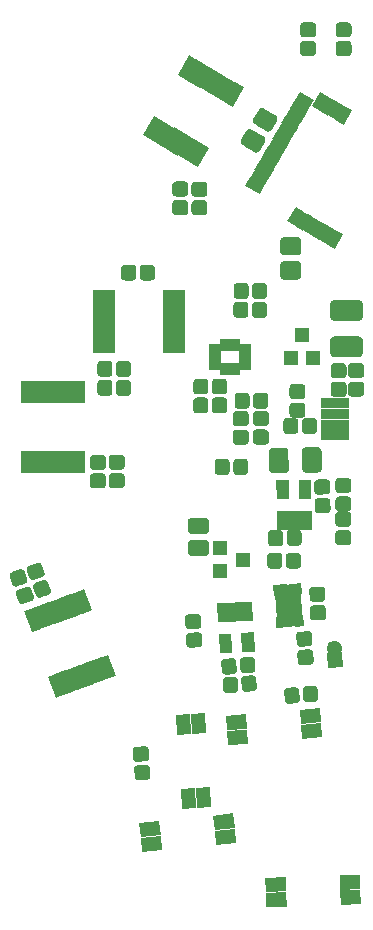
<source format=gbs>
G04 #@! TF.GenerationSoftware,KiCad,Pcbnew,(5.0.0)*
G04 #@! TF.CreationDate,2020-01-29T13:37:31+01:00*
G04 #@! TF.ProjectId,Insole_PCB,496E736F6C655F5043422E6B69636164,rev?*
G04 #@! TF.SameCoordinates,Original*
G04 #@! TF.FileFunction,Soldermask,Bot*
G04 #@! TF.FilePolarity,Negative*
%FSLAX46Y46*%
G04 Gerber Fmt 4.6, Leading zero omitted, Abs format (unit mm)*
G04 Created by KiCad (PCBNEW (5.0.0)) date 01/29/20 13:37:31*
%MOMM*%
%LPD*%
G01*
G04 APERTURE LIST*
%ADD10C,0.100000*%
%ADD11C,1.275000*%
%ADD12C,1.050000*%
%ADD13C,1.250000*%
%ADD14C,1.250000*%
%ADD15R,1.075000X0.650000*%
%ADD16R,0.650000X1.075000*%
%ADD17C,1.550000*%
%ADD18C,0.850000*%
%ADD19R,1.900000X0.850000*%
%ADD20R,0.850000X1.900000*%
%ADD21R,1.200000X1.300000*%
%ADD22C,0.810000*%
%ADD23C,2.200000*%
%ADD24C,0.900000*%
%ADD25C,0.800000*%
%ADD26C,1.200000*%
%ADD27C,1.725000*%
%ADD28R,1.300000X1.200000*%
%ADD29C,1.375000*%
%ADD30C,1.650000*%
%ADD31R,1.200000X0.900000*%
G04 APERTURE END LIST*
D10*
G04 #@! TO.C,R17*
G36*
X224486946Y-185697242D02*
X224517888Y-185701832D01*
X224548231Y-185709432D01*
X224577683Y-185719970D01*
X224605961Y-185733345D01*
X224632791Y-185749426D01*
X224657916Y-185768060D01*
X224681093Y-185789067D01*
X224702100Y-185812244D01*
X224720734Y-185837369D01*
X224736815Y-185864199D01*
X224750190Y-185892477D01*
X224760728Y-185921929D01*
X224768328Y-185952272D01*
X224772918Y-185983214D01*
X224774453Y-186014457D01*
X224774453Y-186651957D01*
X224772918Y-186683200D01*
X224768328Y-186714142D01*
X224760728Y-186744485D01*
X224750190Y-186773937D01*
X224736815Y-186802215D01*
X224720734Y-186829045D01*
X224702100Y-186854170D01*
X224681093Y-186877347D01*
X224657916Y-186898354D01*
X224632791Y-186916988D01*
X224605961Y-186933069D01*
X224577683Y-186946444D01*
X224548231Y-186956982D01*
X224517888Y-186964582D01*
X224486946Y-186969172D01*
X224455703Y-186970707D01*
X223743203Y-186970707D01*
X223711960Y-186969172D01*
X223681018Y-186964582D01*
X223650675Y-186956982D01*
X223621223Y-186946444D01*
X223592945Y-186933069D01*
X223566115Y-186916988D01*
X223540990Y-186898354D01*
X223517813Y-186877347D01*
X223496806Y-186854170D01*
X223478172Y-186829045D01*
X223462091Y-186802215D01*
X223448716Y-186773937D01*
X223438178Y-186744485D01*
X223430578Y-186714142D01*
X223425988Y-186683200D01*
X223424453Y-186651957D01*
X223424453Y-186014457D01*
X223425988Y-185983214D01*
X223430578Y-185952272D01*
X223438178Y-185921929D01*
X223448716Y-185892477D01*
X223462091Y-185864199D01*
X223478172Y-185837369D01*
X223496806Y-185812244D01*
X223517813Y-185789067D01*
X223540990Y-185768060D01*
X223566115Y-185749426D01*
X223592945Y-185733345D01*
X223621223Y-185719970D01*
X223650675Y-185709432D01*
X223681018Y-185701832D01*
X223711960Y-185697242D01*
X223743203Y-185695707D01*
X224455703Y-185695707D01*
X224486946Y-185697242D01*
X224486946Y-185697242D01*
G37*
D11*
X224099453Y-186333207D03*
D10*
G36*
X224486946Y-187272242D02*
X224517888Y-187276832D01*
X224548231Y-187284432D01*
X224577683Y-187294970D01*
X224605961Y-187308345D01*
X224632791Y-187324426D01*
X224657916Y-187343060D01*
X224681093Y-187364067D01*
X224702100Y-187387244D01*
X224720734Y-187412369D01*
X224736815Y-187439199D01*
X224750190Y-187467477D01*
X224760728Y-187496929D01*
X224768328Y-187527272D01*
X224772918Y-187558214D01*
X224774453Y-187589457D01*
X224774453Y-188226957D01*
X224772918Y-188258200D01*
X224768328Y-188289142D01*
X224760728Y-188319485D01*
X224750190Y-188348937D01*
X224736815Y-188377215D01*
X224720734Y-188404045D01*
X224702100Y-188429170D01*
X224681093Y-188452347D01*
X224657916Y-188473354D01*
X224632791Y-188491988D01*
X224605961Y-188508069D01*
X224577683Y-188521444D01*
X224548231Y-188531982D01*
X224517888Y-188539582D01*
X224486946Y-188544172D01*
X224455703Y-188545707D01*
X223743203Y-188545707D01*
X223711960Y-188544172D01*
X223681018Y-188539582D01*
X223650675Y-188531982D01*
X223621223Y-188521444D01*
X223592945Y-188508069D01*
X223566115Y-188491988D01*
X223540990Y-188473354D01*
X223517813Y-188452347D01*
X223496806Y-188429170D01*
X223478172Y-188404045D01*
X223462091Y-188377215D01*
X223448716Y-188348937D01*
X223438178Y-188319485D01*
X223430578Y-188289142D01*
X223425988Y-188258200D01*
X223424453Y-188226957D01*
X223424453Y-187589457D01*
X223425988Y-187558214D01*
X223430578Y-187527272D01*
X223438178Y-187496929D01*
X223448716Y-187467477D01*
X223462091Y-187439199D01*
X223478172Y-187412369D01*
X223496806Y-187387244D01*
X223517813Y-187364067D01*
X223540990Y-187343060D01*
X223566115Y-187324426D01*
X223592945Y-187308345D01*
X223621223Y-187294970D01*
X223650675Y-187284432D01*
X223681018Y-187276832D01*
X223711960Y-187272242D01*
X223743203Y-187270707D01*
X224455703Y-187270707D01*
X224486946Y-187272242D01*
X224486946Y-187272242D01*
G37*
D11*
X224099453Y-187908207D03*
G04 #@! TD*
D10*
G04 #@! TO.C,C3*
G36*
X218690259Y-190114980D02*
X218721276Y-190119029D01*
X218751748Y-190126099D01*
X218781379Y-190136121D01*
X218809886Y-190149000D01*
X218836993Y-190164611D01*
X218862439Y-190182803D01*
X218885979Y-190203402D01*
X218907387Y-190226210D01*
X218926457Y-190251005D01*
X218943004Y-190277551D01*
X218956870Y-190305591D01*
X218967920Y-190334854D01*
X218976049Y-190365060D01*
X218981179Y-190395918D01*
X218983258Y-190427129D01*
X218995693Y-191139521D01*
X218994704Y-191170786D01*
X218990655Y-191201803D01*
X218983585Y-191232275D01*
X218973563Y-191261906D01*
X218960684Y-191290413D01*
X218945073Y-191317520D01*
X218926881Y-191342966D01*
X218906282Y-191366506D01*
X218883474Y-191387914D01*
X218858679Y-191406984D01*
X218832133Y-191423531D01*
X218804093Y-191437397D01*
X218774830Y-191448447D01*
X218744624Y-191456576D01*
X218713766Y-191461706D01*
X218682555Y-191463785D01*
X218045152Y-191474911D01*
X218013887Y-191473922D01*
X217982870Y-191469873D01*
X217952398Y-191462803D01*
X217922767Y-191452781D01*
X217894260Y-191439902D01*
X217867153Y-191424291D01*
X217841707Y-191406099D01*
X217818167Y-191385500D01*
X217796759Y-191362692D01*
X217777689Y-191337897D01*
X217761142Y-191311351D01*
X217747276Y-191283311D01*
X217736226Y-191254048D01*
X217728097Y-191223842D01*
X217722967Y-191192984D01*
X217720888Y-191161773D01*
X217708453Y-190449381D01*
X217709442Y-190418116D01*
X217713491Y-190387099D01*
X217720561Y-190356627D01*
X217730583Y-190326996D01*
X217743462Y-190298489D01*
X217759073Y-190271382D01*
X217777265Y-190245936D01*
X217797864Y-190222396D01*
X217820672Y-190200988D01*
X217845467Y-190181918D01*
X217872013Y-190165371D01*
X217900053Y-190151505D01*
X217929316Y-190140455D01*
X217959522Y-190132326D01*
X217990380Y-190127196D01*
X218021591Y-190125117D01*
X218658994Y-190113991D01*
X218690259Y-190114980D01*
X218690259Y-190114980D01*
G37*
D11*
X218352073Y-190794451D03*
D10*
G36*
X220265019Y-190087492D02*
X220296036Y-190091541D01*
X220326508Y-190098611D01*
X220356139Y-190108633D01*
X220384646Y-190121512D01*
X220411753Y-190137123D01*
X220437199Y-190155315D01*
X220460739Y-190175914D01*
X220482147Y-190198722D01*
X220501217Y-190223517D01*
X220517764Y-190250063D01*
X220531630Y-190278103D01*
X220542680Y-190307366D01*
X220550809Y-190337572D01*
X220555939Y-190368430D01*
X220558018Y-190399641D01*
X220570453Y-191112033D01*
X220569464Y-191143298D01*
X220565415Y-191174315D01*
X220558345Y-191204787D01*
X220548323Y-191234418D01*
X220535444Y-191262925D01*
X220519833Y-191290032D01*
X220501641Y-191315478D01*
X220481042Y-191339018D01*
X220458234Y-191360426D01*
X220433439Y-191379496D01*
X220406893Y-191396043D01*
X220378853Y-191409909D01*
X220349590Y-191420959D01*
X220319384Y-191429088D01*
X220288526Y-191434218D01*
X220257315Y-191436297D01*
X219619912Y-191447423D01*
X219588647Y-191446434D01*
X219557630Y-191442385D01*
X219527158Y-191435315D01*
X219497527Y-191425293D01*
X219469020Y-191412414D01*
X219441913Y-191396803D01*
X219416467Y-191378611D01*
X219392927Y-191358012D01*
X219371519Y-191335204D01*
X219352449Y-191310409D01*
X219335902Y-191283863D01*
X219322036Y-191255823D01*
X219310986Y-191226560D01*
X219302857Y-191196354D01*
X219297727Y-191165496D01*
X219295648Y-191134285D01*
X219283213Y-190421893D01*
X219284202Y-190390628D01*
X219288251Y-190359611D01*
X219295321Y-190329139D01*
X219305343Y-190299508D01*
X219318222Y-190271001D01*
X219333833Y-190243894D01*
X219352025Y-190218448D01*
X219372624Y-190194908D01*
X219395432Y-190173500D01*
X219420227Y-190154430D01*
X219446773Y-190137883D01*
X219474813Y-190124017D01*
X219504076Y-190112967D01*
X219534282Y-190104838D01*
X219565140Y-190099708D01*
X219596351Y-190097629D01*
X220233754Y-190086503D01*
X220265019Y-190087492D01*
X220265019Y-190087492D01*
G37*
D11*
X219926833Y-190766963D03*
G04 #@! TD*
D12*
G04 #@! TO.C,U3*
X218956735Y-186697486D03*
D10*
G36*
X219495791Y-187498200D02*
X218445951Y-187516525D01*
X218417679Y-185896772D01*
X219467519Y-185878447D01*
X219495791Y-187498200D01*
X219495791Y-187498200D01*
G37*
D12*
X220856446Y-186664327D03*
D10*
G36*
X221395502Y-187465041D02*
X220345662Y-187483366D01*
X220317390Y-185863613D01*
X221367230Y-185845288D01*
X221395502Y-187465041D01*
X221395502Y-187465041D01*
G37*
D12*
X220902171Y-189283928D03*
D10*
G36*
X221441227Y-190084642D02*
X220391387Y-190102967D01*
X220363115Y-188483214D01*
X221412955Y-188464889D01*
X221441227Y-190084642D01*
X221441227Y-190084642D01*
G37*
D12*
X219952316Y-189300507D03*
D10*
G36*
X220491372Y-190101221D02*
X219441532Y-190119546D01*
X219413260Y-188499793D01*
X220463100Y-188481468D01*
X220491372Y-190101221D01*
X220491372Y-190101221D01*
G37*
D12*
X219002460Y-189317087D03*
D10*
G36*
X219541516Y-190117801D02*
X218491676Y-190136126D01*
X218463404Y-188516373D01*
X219513244Y-188498048D01*
X219541516Y-190117801D01*
X219541516Y-190117801D01*
G37*
G04 #@! TD*
D13*
G04 #@! TO.C,J2*
X223329697Y-200113143D03*
D14*
X223329697Y-200113143D02*
X223329697Y-200113143D01*
D13*
X223399453Y-201110707D03*
D10*
G36*
X222819573Y-201777782D02*
X222732378Y-200530827D01*
X223979333Y-200443632D01*
X224066528Y-201690587D01*
X222819573Y-201777782D01*
X222819573Y-201777782D01*
G37*
G04 #@! TD*
D15*
G04 #@! TO.C,U2*
X215771953Y-174710707D03*
X215771953Y-175210707D03*
X215771953Y-175710707D03*
X215771953Y-176210707D03*
X213246953Y-176210707D03*
X213246953Y-175710707D03*
X213246953Y-175210707D03*
X213246953Y-174710707D03*
D16*
X215009453Y-176473207D03*
X214509453Y-176473207D03*
X214009453Y-176473207D03*
X215009453Y-174448207D03*
X214009453Y-174448207D03*
X214509453Y-174448207D03*
G04 #@! TD*
D10*
G04 #@! TO.C,C1*
G36*
X221267759Y-200227263D02*
X221298559Y-200232729D01*
X221328674Y-200241187D01*
X221357815Y-200252556D01*
X221385702Y-200266727D01*
X221412066Y-200283563D01*
X221436652Y-200302901D01*
X221459224Y-200324557D01*
X221479565Y-200348321D01*
X221497479Y-200373964D01*
X221512793Y-200401240D01*
X221525360Y-200429885D01*
X221535059Y-200459624D01*
X221541796Y-200490171D01*
X221545507Y-200521230D01*
X221589977Y-201157177D01*
X221590625Y-201188451D01*
X221588205Y-201219638D01*
X221582739Y-201250437D01*
X221574281Y-201280553D01*
X221562912Y-201309694D01*
X221548741Y-201337581D01*
X221531906Y-201363944D01*
X221512567Y-201388531D01*
X221490911Y-201411103D01*
X221467147Y-201431444D01*
X221441504Y-201449358D01*
X221414229Y-201464672D01*
X221385583Y-201477239D01*
X221355844Y-201486938D01*
X221325298Y-201493675D01*
X221294238Y-201497386D01*
X220583474Y-201547087D01*
X220552200Y-201547735D01*
X220521013Y-201545315D01*
X220490213Y-201539849D01*
X220460098Y-201531391D01*
X220430957Y-201520022D01*
X220403070Y-201505851D01*
X220376706Y-201489015D01*
X220352120Y-201469677D01*
X220329548Y-201448021D01*
X220309207Y-201424257D01*
X220291293Y-201398614D01*
X220275979Y-201371338D01*
X220263412Y-201342693D01*
X220253713Y-201312954D01*
X220246976Y-201282407D01*
X220243265Y-201251348D01*
X220198795Y-200615401D01*
X220198147Y-200584127D01*
X220200567Y-200552940D01*
X220206033Y-200522141D01*
X220214491Y-200492025D01*
X220225860Y-200462884D01*
X220240031Y-200434997D01*
X220256866Y-200408634D01*
X220276205Y-200384047D01*
X220297861Y-200361475D01*
X220321625Y-200341134D01*
X220347268Y-200323220D01*
X220374543Y-200307906D01*
X220403189Y-200295339D01*
X220432928Y-200285640D01*
X220463474Y-200278903D01*
X220494534Y-200275192D01*
X221205298Y-200225491D01*
X221236572Y-200224843D01*
X221267759Y-200227263D01*
X221267759Y-200227263D01*
G37*
D11*
X220894386Y-200886289D03*
D10*
G36*
X221157893Y-198656099D02*
X221188693Y-198661565D01*
X221218808Y-198670023D01*
X221247949Y-198681392D01*
X221275836Y-198695563D01*
X221302200Y-198712399D01*
X221326786Y-198731737D01*
X221349358Y-198753393D01*
X221369699Y-198777157D01*
X221387613Y-198802800D01*
X221402927Y-198830076D01*
X221415494Y-198858721D01*
X221425193Y-198888460D01*
X221431930Y-198919007D01*
X221435641Y-198950066D01*
X221480111Y-199586013D01*
X221480759Y-199617287D01*
X221478339Y-199648474D01*
X221472873Y-199679273D01*
X221464415Y-199709389D01*
X221453046Y-199738530D01*
X221438875Y-199766417D01*
X221422040Y-199792780D01*
X221402701Y-199817367D01*
X221381045Y-199839939D01*
X221357281Y-199860280D01*
X221331638Y-199878194D01*
X221304363Y-199893508D01*
X221275717Y-199906075D01*
X221245978Y-199915774D01*
X221215432Y-199922511D01*
X221184372Y-199926222D01*
X220473608Y-199975923D01*
X220442334Y-199976571D01*
X220411147Y-199974151D01*
X220380347Y-199968685D01*
X220350232Y-199960227D01*
X220321091Y-199948858D01*
X220293204Y-199934687D01*
X220266840Y-199917851D01*
X220242254Y-199898513D01*
X220219682Y-199876857D01*
X220199341Y-199853093D01*
X220181427Y-199827450D01*
X220166113Y-199800174D01*
X220153546Y-199771529D01*
X220143847Y-199741790D01*
X220137110Y-199711243D01*
X220133399Y-199680184D01*
X220088929Y-199044237D01*
X220088281Y-199012963D01*
X220090701Y-198981776D01*
X220096167Y-198950977D01*
X220104625Y-198920861D01*
X220115994Y-198891720D01*
X220130165Y-198863833D01*
X220147000Y-198837470D01*
X220166339Y-198812883D01*
X220187995Y-198790311D01*
X220211759Y-198769970D01*
X220237402Y-198752056D01*
X220264677Y-198736742D01*
X220293323Y-198724175D01*
X220323062Y-198714476D01*
X220353608Y-198707739D01*
X220384668Y-198704028D01*
X221095432Y-198654327D01*
X221126706Y-198653679D01*
X221157893Y-198656099D01*
X221157893Y-198656099D01*
G37*
D11*
X220784520Y-199315125D03*
G04 #@! TD*
D10*
G04 #@! TO.C,C2*
G36*
X197399591Y-194913793D02*
X197430303Y-194919728D01*
X197460286Y-194928645D01*
X197489250Y-194940457D01*
X197516917Y-194955052D01*
X197543021Y-194972289D01*
X197567309Y-194992001D01*
X197589548Y-195013998D01*
X197609524Y-195038070D01*
X197627044Y-195063984D01*
X197641940Y-195091490D01*
X197654068Y-195120324D01*
X197872105Y-195719378D01*
X197881349Y-195749262D01*
X197887618Y-195779908D01*
X197890854Y-195811021D01*
X197891025Y-195842301D01*
X197888128Y-195873447D01*
X197882193Y-195904160D01*
X197873276Y-195934143D01*
X197861463Y-195963107D01*
X197846868Y-195990774D01*
X197829632Y-196016877D01*
X197809920Y-196041165D01*
X197787922Y-196063404D01*
X197763850Y-196083380D01*
X197737937Y-196100900D01*
X197710430Y-196115796D01*
X197681597Y-196127924D01*
X197012066Y-196371614D01*
X196982182Y-196380857D01*
X196951537Y-196387127D01*
X196920424Y-196390363D01*
X196889144Y-196390534D01*
X196857997Y-196387637D01*
X196827285Y-196381702D01*
X196797302Y-196372785D01*
X196768338Y-196360973D01*
X196740671Y-196346378D01*
X196714567Y-196329141D01*
X196690279Y-196309429D01*
X196668040Y-196287432D01*
X196648064Y-196263360D01*
X196630544Y-196237446D01*
X196615648Y-196209940D01*
X196603520Y-196181106D01*
X196385483Y-195582052D01*
X196376239Y-195552168D01*
X196369970Y-195521522D01*
X196366734Y-195490409D01*
X196366563Y-195459129D01*
X196369460Y-195427983D01*
X196375395Y-195397270D01*
X196384312Y-195367287D01*
X196396125Y-195338323D01*
X196410720Y-195310656D01*
X196427956Y-195284553D01*
X196447668Y-195260265D01*
X196469666Y-195238026D01*
X196493738Y-195218050D01*
X196519651Y-195200530D01*
X196547158Y-195185634D01*
X196575991Y-195173506D01*
X197245522Y-194929816D01*
X197275406Y-194920573D01*
X197306051Y-194914303D01*
X197337164Y-194911067D01*
X197368444Y-194910896D01*
X197399591Y-194913793D01*
X197399591Y-194913793D01*
G37*
D11*
X197128794Y-195650715D03*
D10*
G36*
X196860909Y-193433777D02*
X196891621Y-193439712D01*
X196921604Y-193448629D01*
X196950568Y-193460441D01*
X196978235Y-193475036D01*
X197004339Y-193492273D01*
X197028627Y-193511985D01*
X197050866Y-193533982D01*
X197070842Y-193558054D01*
X197088362Y-193583968D01*
X197103258Y-193611474D01*
X197115386Y-193640308D01*
X197333423Y-194239362D01*
X197342667Y-194269246D01*
X197348936Y-194299892D01*
X197352172Y-194331005D01*
X197352343Y-194362285D01*
X197349446Y-194393431D01*
X197343511Y-194424144D01*
X197334594Y-194454127D01*
X197322781Y-194483091D01*
X197308186Y-194510758D01*
X197290950Y-194536861D01*
X197271238Y-194561149D01*
X197249240Y-194583388D01*
X197225168Y-194603364D01*
X197199255Y-194620884D01*
X197171748Y-194635780D01*
X197142915Y-194647908D01*
X196473384Y-194891598D01*
X196443500Y-194900841D01*
X196412855Y-194907111D01*
X196381742Y-194910347D01*
X196350462Y-194910518D01*
X196319315Y-194907621D01*
X196288603Y-194901686D01*
X196258620Y-194892769D01*
X196229656Y-194880957D01*
X196201989Y-194866362D01*
X196175885Y-194849125D01*
X196151597Y-194829413D01*
X196129358Y-194807416D01*
X196109382Y-194783344D01*
X196091862Y-194757430D01*
X196076966Y-194729924D01*
X196064838Y-194701090D01*
X195846801Y-194102036D01*
X195837557Y-194072152D01*
X195831288Y-194041506D01*
X195828052Y-194010393D01*
X195827881Y-193979113D01*
X195830778Y-193947967D01*
X195836713Y-193917254D01*
X195845630Y-193887271D01*
X195857443Y-193858307D01*
X195872038Y-193830640D01*
X195889274Y-193804537D01*
X195908986Y-193780249D01*
X195930984Y-193758010D01*
X195955056Y-193738034D01*
X195980969Y-193720514D01*
X196008476Y-193705618D01*
X196037309Y-193693490D01*
X196706840Y-193449800D01*
X196736724Y-193440557D01*
X196767369Y-193434287D01*
X196798482Y-193431051D01*
X196829762Y-193430880D01*
X196860909Y-193433777D01*
X196860909Y-193433777D01*
G37*
D11*
X196590112Y-194170699D03*
G04 #@! TD*
D10*
G04 #@! TO.C,C4*
G36*
X222711532Y-187393456D02*
X222742549Y-187397505D01*
X222773021Y-187404575D01*
X222802652Y-187414597D01*
X222831159Y-187427476D01*
X222858266Y-187443087D01*
X222883712Y-187461279D01*
X222907252Y-187481878D01*
X222928660Y-187504686D01*
X222947730Y-187529481D01*
X222964277Y-187556027D01*
X222978143Y-187584067D01*
X222989193Y-187613330D01*
X222997322Y-187643536D01*
X223002452Y-187674394D01*
X223004531Y-187705605D01*
X223015657Y-188343008D01*
X223014668Y-188374273D01*
X223010619Y-188405290D01*
X223003549Y-188435762D01*
X222993527Y-188465393D01*
X222980648Y-188493900D01*
X222965037Y-188521007D01*
X222946845Y-188546453D01*
X222926246Y-188569993D01*
X222903438Y-188591401D01*
X222878643Y-188610471D01*
X222852097Y-188627018D01*
X222824057Y-188640884D01*
X222794794Y-188651934D01*
X222764588Y-188660063D01*
X222733730Y-188665193D01*
X222702519Y-188667272D01*
X221990127Y-188679707D01*
X221958862Y-188678718D01*
X221927845Y-188674669D01*
X221897373Y-188667599D01*
X221867742Y-188657577D01*
X221839235Y-188644698D01*
X221812128Y-188629087D01*
X221786682Y-188610895D01*
X221763142Y-188590296D01*
X221741734Y-188567488D01*
X221722664Y-188542693D01*
X221706117Y-188516147D01*
X221692251Y-188488107D01*
X221681201Y-188458844D01*
X221673072Y-188428638D01*
X221667942Y-188397780D01*
X221665863Y-188366569D01*
X221654737Y-187729166D01*
X221655726Y-187697901D01*
X221659775Y-187666884D01*
X221666845Y-187636412D01*
X221676867Y-187606781D01*
X221689746Y-187578274D01*
X221705357Y-187551167D01*
X221723549Y-187525721D01*
X221744148Y-187502181D01*
X221766956Y-187480773D01*
X221791751Y-187461703D01*
X221818297Y-187445156D01*
X221846337Y-187431290D01*
X221875600Y-187420240D01*
X221905806Y-187412111D01*
X221936664Y-187406981D01*
X221967875Y-187404902D01*
X222680267Y-187392467D01*
X222711532Y-187393456D01*
X222711532Y-187393456D01*
G37*
D11*
X222335197Y-188036087D03*
D10*
G36*
X222684044Y-185818696D02*
X222715061Y-185822745D01*
X222745533Y-185829815D01*
X222775164Y-185839837D01*
X222803671Y-185852716D01*
X222830778Y-185868327D01*
X222856224Y-185886519D01*
X222879764Y-185907118D01*
X222901172Y-185929926D01*
X222920242Y-185954721D01*
X222936789Y-185981267D01*
X222950655Y-186009307D01*
X222961705Y-186038570D01*
X222969834Y-186068776D01*
X222974964Y-186099634D01*
X222977043Y-186130845D01*
X222988169Y-186768248D01*
X222987180Y-186799513D01*
X222983131Y-186830530D01*
X222976061Y-186861002D01*
X222966039Y-186890633D01*
X222953160Y-186919140D01*
X222937549Y-186946247D01*
X222919357Y-186971693D01*
X222898758Y-186995233D01*
X222875950Y-187016641D01*
X222851155Y-187035711D01*
X222824609Y-187052258D01*
X222796569Y-187066124D01*
X222767306Y-187077174D01*
X222737100Y-187085303D01*
X222706242Y-187090433D01*
X222675031Y-187092512D01*
X221962639Y-187104947D01*
X221931374Y-187103958D01*
X221900357Y-187099909D01*
X221869885Y-187092839D01*
X221840254Y-187082817D01*
X221811747Y-187069938D01*
X221784640Y-187054327D01*
X221759194Y-187036135D01*
X221735654Y-187015536D01*
X221714246Y-186992728D01*
X221695176Y-186967933D01*
X221678629Y-186941387D01*
X221664763Y-186913347D01*
X221653713Y-186884084D01*
X221645584Y-186853878D01*
X221640454Y-186823020D01*
X221638375Y-186791809D01*
X221627249Y-186154406D01*
X221628238Y-186123141D01*
X221632287Y-186092124D01*
X221639357Y-186061652D01*
X221649379Y-186032021D01*
X221662258Y-186003514D01*
X221677869Y-185976407D01*
X221696061Y-185950961D01*
X221716660Y-185927421D01*
X221739468Y-185906013D01*
X221764263Y-185886943D01*
X221790809Y-185870396D01*
X221818849Y-185856530D01*
X221848112Y-185845480D01*
X221878318Y-185837351D01*
X221909176Y-185832221D01*
X221940387Y-185830142D01*
X222652779Y-185817707D01*
X222684044Y-185818696D01*
X222684044Y-185818696D01*
G37*
D11*
X222307709Y-186461327D03*
G04 #@! TD*
D10*
G04 #@! TO.C,C5*
G36*
X198849591Y-194363793D02*
X198880303Y-194369728D01*
X198910286Y-194378645D01*
X198939250Y-194390457D01*
X198966917Y-194405052D01*
X198993021Y-194422289D01*
X199017309Y-194442001D01*
X199039548Y-194463998D01*
X199059524Y-194488070D01*
X199077044Y-194513984D01*
X199091940Y-194541490D01*
X199104068Y-194570324D01*
X199322105Y-195169378D01*
X199331349Y-195199262D01*
X199337618Y-195229908D01*
X199340854Y-195261021D01*
X199341025Y-195292301D01*
X199338128Y-195323447D01*
X199332193Y-195354160D01*
X199323276Y-195384143D01*
X199311463Y-195413107D01*
X199296868Y-195440774D01*
X199279632Y-195466877D01*
X199259920Y-195491165D01*
X199237922Y-195513404D01*
X199213850Y-195533380D01*
X199187937Y-195550900D01*
X199160430Y-195565796D01*
X199131597Y-195577924D01*
X198462066Y-195821614D01*
X198432182Y-195830857D01*
X198401537Y-195837127D01*
X198370424Y-195840363D01*
X198339144Y-195840534D01*
X198307997Y-195837637D01*
X198277285Y-195831702D01*
X198247302Y-195822785D01*
X198218338Y-195810973D01*
X198190671Y-195796378D01*
X198164567Y-195779141D01*
X198140279Y-195759429D01*
X198118040Y-195737432D01*
X198098064Y-195713360D01*
X198080544Y-195687446D01*
X198065648Y-195659940D01*
X198053520Y-195631106D01*
X197835483Y-195032052D01*
X197826239Y-195002168D01*
X197819970Y-194971522D01*
X197816734Y-194940409D01*
X197816563Y-194909129D01*
X197819460Y-194877983D01*
X197825395Y-194847270D01*
X197834312Y-194817287D01*
X197846125Y-194788323D01*
X197860720Y-194760656D01*
X197877956Y-194734553D01*
X197897668Y-194710265D01*
X197919666Y-194688026D01*
X197943738Y-194668050D01*
X197969651Y-194650530D01*
X197997158Y-194635634D01*
X198025991Y-194623506D01*
X198695522Y-194379816D01*
X198725406Y-194370573D01*
X198756051Y-194364303D01*
X198787164Y-194361067D01*
X198818444Y-194360896D01*
X198849591Y-194363793D01*
X198849591Y-194363793D01*
G37*
D11*
X198578794Y-195100715D03*
D10*
G36*
X198310909Y-192883777D02*
X198341621Y-192889712D01*
X198371604Y-192898629D01*
X198400568Y-192910441D01*
X198428235Y-192925036D01*
X198454339Y-192942273D01*
X198478627Y-192961985D01*
X198500866Y-192983982D01*
X198520842Y-193008054D01*
X198538362Y-193033968D01*
X198553258Y-193061474D01*
X198565386Y-193090308D01*
X198783423Y-193689362D01*
X198792667Y-193719246D01*
X198798936Y-193749892D01*
X198802172Y-193781005D01*
X198802343Y-193812285D01*
X198799446Y-193843431D01*
X198793511Y-193874144D01*
X198784594Y-193904127D01*
X198772781Y-193933091D01*
X198758186Y-193960758D01*
X198740950Y-193986861D01*
X198721238Y-194011149D01*
X198699240Y-194033388D01*
X198675168Y-194053364D01*
X198649255Y-194070884D01*
X198621748Y-194085780D01*
X198592915Y-194097908D01*
X197923384Y-194341598D01*
X197893500Y-194350841D01*
X197862855Y-194357111D01*
X197831742Y-194360347D01*
X197800462Y-194360518D01*
X197769315Y-194357621D01*
X197738603Y-194351686D01*
X197708620Y-194342769D01*
X197679656Y-194330957D01*
X197651989Y-194316362D01*
X197625885Y-194299125D01*
X197601597Y-194279413D01*
X197579358Y-194257416D01*
X197559382Y-194233344D01*
X197541862Y-194207430D01*
X197526966Y-194179924D01*
X197514838Y-194151090D01*
X197296801Y-193552036D01*
X197287557Y-193522152D01*
X197281288Y-193491506D01*
X197278052Y-193460393D01*
X197277881Y-193429113D01*
X197280778Y-193397967D01*
X197286713Y-193367254D01*
X197295630Y-193337271D01*
X197307443Y-193308307D01*
X197322038Y-193280640D01*
X197339274Y-193254537D01*
X197358986Y-193230249D01*
X197380984Y-193208010D01*
X197405056Y-193188034D01*
X197430969Y-193170514D01*
X197458476Y-193155618D01*
X197487309Y-193143490D01*
X198156840Y-192899800D01*
X198186724Y-192890557D01*
X198217369Y-192884287D01*
X198248482Y-192881051D01*
X198279762Y-192880880D01*
X198310909Y-192883777D01*
X198310909Y-192883777D01*
G37*
D11*
X198040112Y-193620699D03*
G04 #@! TD*
D10*
G04 #@! TO.C,C6*
G36*
X205296946Y-183724742D02*
X205327888Y-183729332D01*
X205358231Y-183736932D01*
X205387683Y-183747470D01*
X205415961Y-183760845D01*
X205442791Y-183776926D01*
X205467916Y-183795560D01*
X205491093Y-183816567D01*
X205512100Y-183839744D01*
X205530734Y-183864869D01*
X205546815Y-183891699D01*
X205560190Y-183919977D01*
X205570728Y-183949429D01*
X205578328Y-183979772D01*
X205582918Y-184010714D01*
X205584453Y-184041957D01*
X205584453Y-184679457D01*
X205582918Y-184710700D01*
X205578328Y-184741642D01*
X205570728Y-184771985D01*
X205560190Y-184801437D01*
X205546815Y-184829715D01*
X205530734Y-184856545D01*
X205512100Y-184881670D01*
X205491093Y-184904847D01*
X205467916Y-184925854D01*
X205442791Y-184944488D01*
X205415961Y-184960569D01*
X205387683Y-184973944D01*
X205358231Y-184984482D01*
X205327888Y-184992082D01*
X205296946Y-184996672D01*
X205265703Y-184998207D01*
X204553203Y-184998207D01*
X204521960Y-184996672D01*
X204491018Y-184992082D01*
X204460675Y-184984482D01*
X204431223Y-184973944D01*
X204402945Y-184960569D01*
X204376115Y-184944488D01*
X204350990Y-184925854D01*
X204327813Y-184904847D01*
X204306806Y-184881670D01*
X204288172Y-184856545D01*
X204272091Y-184829715D01*
X204258716Y-184801437D01*
X204248178Y-184771985D01*
X204240578Y-184741642D01*
X204235988Y-184710700D01*
X204234453Y-184679457D01*
X204234453Y-184041957D01*
X204235988Y-184010714D01*
X204240578Y-183979772D01*
X204248178Y-183949429D01*
X204258716Y-183919977D01*
X204272091Y-183891699D01*
X204288172Y-183864869D01*
X204306806Y-183839744D01*
X204327813Y-183816567D01*
X204350990Y-183795560D01*
X204376115Y-183776926D01*
X204402945Y-183760845D01*
X204431223Y-183747470D01*
X204460675Y-183736932D01*
X204491018Y-183729332D01*
X204521960Y-183724742D01*
X204553203Y-183723207D01*
X205265703Y-183723207D01*
X205296946Y-183724742D01*
X205296946Y-183724742D01*
G37*
D11*
X204909453Y-184360707D03*
D10*
G36*
X205296946Y-185299742D02*
X205327888Y-185304332D01*
X205358231Y-185311932D01*
X205387683Y-185322470D01*
X205415961Y-185335845D01*
X205442791Y-185351926D01*
X205467916Y-185370560D01*
X205491093Y-185391567D01*
X205512100Y-185414744D01*
X205530734Y-185439869D01*
X205546815Y-185466699D01*
X205560190Y-185494977D01*
X205570728Y-185524429D01*
X205578328Y-185554772D01*
X205582918Y-185585714D01*
X205584453Y-185616957D01*
X205584453Y-186254457D01*
X205582918Y-186285700D01*
X205578328Y-186316642D01*
X205570728Y-186346985D01*
X205560190Y-186376437D01*
X205546815Y-186404715D01*
X205530734Y-186431545D01*
X205512100Y-186456670D01*
X205491093Y-186479847D01*
X205467916Y-186500854D01*
X205442791Y-186519488D01*
X205415961Y-186535569D01*
X205387683Y-186548944D01*
X205358231Y-186559482D01*
X205327888Y-186567082D01*
X205296946Y-186571672D01*
X205265703Y-186573207D01*
X204553203Y-186573207D01*
X204521960Y-186571672D01*
X204491018Y-186567082D01*
X204460675Y-186559482D01*
X204431223Y-186548944D01*
X204402945Y-186535569D01*
X204376115Y-186519488D01*
X204350990Y-186500854D01*
X204327813Y-186479847D01*
X204306806Y-186456670D01*
X204288172Y-186431545D01*
X204272091Y-186404715D01*
X204258716Y-186376437D01*
X204248178Y-186346985D01*
X204240578Y-186316642D01*
X204235988Y-186285700D01*
X204234453Y-186254457D01*
X204234453Y-185616957D01*
X204235988Y-185585714D01*
X204240578Y-185554772D01*
X204248178Y-185524429D01*
X204258716Y-185494977D01*
X204272091Y-185466699D01*
X204288172Y-185439869D01*
X204306806Y-185414744D01*
X204327813Y-185391567D01*
X204350990Y-185370560D01*
X204376115Y-185351926D01*
X204402945Y-185335845D01*
X204431223Y-185322470D01*
X204460675Y-185311932D01*
X204491018Y-185304332D01*
X204521960Y-185299742D01*
X204553203Y-185298207D01*
X205265703Y-185298207D01*
X205296946Y-185299742D01*
X205296946Y-185299742D01*
G37*
D11*
X204909453Y-185935707D03*
G04 #@! TD*
D10*
G04 #@! TO.C,C7*
G36*
X203696946Y-183737242D02*
X203727888Y-183741832D01*
X203758231Y-183749432D01*
X203787683Y-183759970D01*
X203815961Y-183773345D01*
X203842791Y-183789426D01*
X203867916Y-183808060D01*
X203891093Y-183829067D01*
X203912100Y-183852244D01*
X203930734Y-183877369D01*
X203946815Y-183904199D01*
X203960190Y-183932477D01*
X203970728Y-183961929D01*
X203978328Y-183992272D01*
X203982918Y-184023214D01*
X203984453Y-184054457D01*
X203984453Y-184691957D01*
X203982918Y-184723200D01*
X203978328Y-184754142D01*
X203970728Y-184784485D01*
X203960190Y-184813937D01*
X203946815Y-184842215D01*
X203930734Y-184869045D01*
X203912100Y-184894170D01*
X203891093Y-184917347D01*
X203867916Y-184938354D01*
X203842791Y-184956988D01*
X203815961Y-184973069D01*
X203787683Y-184986444D01*
X203758231Y-184996982D01*
X203727888Y-185004582D01*
X203696946Y-185009172D01*
X203665703Y-185010707D01*
X202953203Y-185010707D01*
X202921960Y-185009172D01*
X202891018Y-185004582D01*
X202860675Y-184996982D01*
X202831223Y-184986444D01*
X202802945Y-184973069D01*
X202776115Y-184956988D01*
X202750990Y-184938354D01*
X202727813Y-184917347D01*
X202706806Y-184894170D01*
X202688172Y-184869045D01*
X202672091Y-184842215D01*
X202658716Y-184813937D01*
X202648178Y-184784485D01*
X202640578Y-184754142D01*
X202635988Y-184723200D01*
X202634453Y-184691957D01*
X202634453Y-184054457D01*
X202635988Y-184023214D01*
X202640578Y-183992272D01*
X202648178Y-183961929D01*
X202658716Y-183932477D01*
X202672091Y-183904199D01*
X202688172Y-183877369D01*
X202706806Y-183852244D01*
X202727813Y-183829067D01*
X202750990Y-183808060D01*
X202776115Y-183789426D01*
X202802945Y-183773345D01*
X202831223Y-183759970D01*
X202860675Y-183749432D01*
X202891018Y-183741832D01*
X202921960Y-183737242D01*
X202953203Y-183735707D01*
X203665703Y-183735707D01*
X203696946Y-183737242D01*
X203696946Y-183737242D01*
G37*
D11*
X203309453Y-184373207D03*
D10*
G36*
X203696946Y-185312242D02*
X203727888Y-185316832D01*
X203758231Y-185324432D01*
X203787683Y-185334970D01*
X203815961Y-185348345D01*
X203842791Y-185364426D01*
X203867916Y-185383060D01*
X203891093Y-185404067D01*
X203912100Y-185427244D01*
X203930734Y-185452369D01*
X203946815Y-185479199D01*
X203960190Y-185507477D01*
X203970728Y-185536929D01*
X203978328Y-185567272D01*
X203982918Y-185598214D01*
X203984453Y-185629457D01*
X203984453Y-186266957D01*
X203982918Y-186298200D01*
X203978328Y-186329142D01*
X203970728Y-186359485D01*
X203960190Y-186388937D01*
X203946815Y-186417215D01*
X203930734Y-186444045D01*
X203912100Y-186469170D01*
X203891093Y-186492347D01*
X203867916Y-186513354D01*
X203842791Y-186531988D01*
X203815961Y-186548069D01*
X203787683Y-186561444D01*
X203758231Y-186571982D01*
X203727888Y-186579582D01*
X203696946Y-186584172D01*
X203665703Y-186585707D01*
X202953203Y-186585707D01*
X202921960Y-186584172D01*
X202891018Y-186579582D01*
X202860675Y-186571982D01*
X202831223Y-186561444D01*
X202802945Y-186548069D01*
X202776115Y-186531988D01*
X202750990Y-186513354D01*
X202727813Y-186492347D01*
X202706806Y-186469170D01*
X202688172Y-186444045D01*
X202672091Y-186417215D01*
X202658716Y-186388937D01*
X202648178Y-186359485D01*
X202640578Y-186329142D01*
X202635988Y-186298200D01*
X202634453Y-186266957D01*
X202634453Y-185629457D01*
X202635988Y-185598214D01*
X202640578Y-185567272D01*
X202648178Y-185536929D01*
X202658716Y-185507477D01*
X202672091Y-185479199D01*
X202688172Y-185452369D01*
X202706806Y-185427244D01*
X202727813Y-185404067D01*
X202750990Y-185383060D01*
X202776115Y-185364426D01*
X202802945Y-185348345D01*
X202831223Y-185334970D01*
X202860675Y-185324432D01*
X202891018Y-185316832D01*
X202921960Y-185312242D01*
X202953203Y-185310707D01*
X203665703Y-185310707D01*
X203696946Y-185312242D01*
X203696946Y-185312242D01*
G37*
D11*
X203309453Y-185948207D03*
G04 #@! TD*
D10*
G04 #@! TO.C,C8*
G36*
X204259446Y-177387242D02*
X204290388Y-177391832D01*
X204320731Y-177399432D01*
X204350183Y-177409970D01*
X204378461Y-177423345D01*
X204405291Y-177439426D01*
X204430416Y-177458060D01*
X204453593Y-177479067D01*
X204474600Y-177502244D01*
X204493234Y-177527369D01*
X204509315Y-177554199D01*
X204522690Y-177582477D01*
X204533228Y-177611929D01*
X204540828Y-177642272D01*
X204545418Y-177673214D01*
X204546953Y-177704457D01*
X204546953Y-178416957D01*
X204545418Y-178448200D01*
X204540828Y-178479142D01*
X204533228Y-178509485D01*
X204522690Y-178538937D01*
X204509315Y-178567215D01*
X204493234Y-178594045D01*
X204474600Y-178619170D01*
X204453593Y-178642347D01*
X204430416Y-178663354D01*
X204405291Y-178681988D01*
X204378461Y-178698069D01*
X204350183Y-178711444D01*
X204320731Y-178721982D01*
X204290388Y-178729582D01*
X204259446Y-178734172D01*
X204228203Y-178735707D01*
X203590703Y-178735707D01*
X203559460Y-178734172D01*
X203528518Y-178729582D01*
X203498175Y-178721982D01*
X203468723Y-178711444D01*
X203440445Y-178698069D01*
X203413615Y-178681988D01*
X203388490Y-178663354D01*
X203365313Y-178642347D01*
X203344306Y-178619170D01*
X203325672Y-178594045D01*
X203309591Y-178567215D01*
X203296216Y-178538937D01*
X203285678Y-178509485D01*
X203278078Y-178479142D01*
X203273488Y-178448200D01*
X203271953Y-178416957D01*
X203271953Y-177704457D01*
X203273488Y-177673214D01*
X203278078Y-177642272D01*
X203285678Y-177611929D01*
X203296216Y-177582477D01*
X203309591Y-177554199D01*
X203325672Y-177527369D01*
X203344306Y-177502244D01*
X203365313Y-177479067D01*
X203388490Y-177458060D01*
X203413615Y-177439426D01*
X203440445Y-177423345D01*
X203468723Y-177409970D01*
X203498175Y-177399432D01*
X203528518Y-177391832D01*
X203559460Y-177387242D01*
X203590703Y-177385707D01*
X204228203Y-177385707D01*
X204259446Y-177387242D01*
X204259446Y-177387242D01*
G37*
D11*
X203909453Y-178060707D03*
D10*
G36*
X205834446Y-177387242D02*
X205865388Y-177391832D01*
X205895731Y-177399432D01*
X205925183Y-177409970D01*
X205953461Y-177423345D01*
X205980291Y-177439426D01*
X206005416Y-177458060D01*
X206028593Y-177479067D01*
X206049600Y-177502244D01*
X206068234Y-177527369D01*
X206084315Y-177554199D01*
X206097690Y-177582477D01*
X206108228Y-177611929D01*
X206115828Y-177642272D01*
X206120418Y-177673214D01*
X206121953Y-177704457D01*
X206121953Y-178416957D01*
X206120418Y-178448200D01*
X206115828Y-178479142D01*
X206108228Y-178509485D01*
X206097690Y-178538937D01*
X206084315Y-178567215D01*
X206068234Y-178594045D01*
X206049600Y-178619170D01*
X206028593Y-178642347D01*
X206005416Y-178663354D01*
X205980291Y-178681988D01*
X205953461Y-178698069D01*
X205925183Y-178711444D01*
X205895731Y-178721982D01*
X205865388Y-178729582D01*
X205834446Y-178734172D01*
X205803203Y-178735707D01*
X205165703Y-178735707D01*
X205134460Y-178734172D01*
X205103518Y-178729582D01*
X205073175Y-178721982D01*
X205043723Y-178711444D01*
X205015445Y-178698069D01*
X204988615Y-178681988D01*
X204963490Y-178663354D01*
X204940313Y-178642347D01*
X204919306Y-178619170D01*
X204900672Y-178594045D01*
X204884591Y-178567215D01*
X204871216Y-178538937D01*
X204860678Y-178509485D01*
X204853078Y-178479142D01*
X204848488Y-178448200D01*
X204846953Y-178416957D01*
X204846953Y-177704457D01*
X204848488Y-177673214D01*
X204853078Y-177642272D01*
X204860678Y-177611929D01*
X204871216Y-177582477D01*
X204884591Y-177554199D01*
X204900672Y-177527369D01*
X204919306Y-177502244D01*
X204940313Y-177479067D01*
X204963490Y-177458060D01*
X204988615Y-177439426D01*
X205015445Y-177423345D01*
X205043723Y-177409970D01*
X205073175Y-177399432D01*
X205103518Y-177391832D01*
X205134460Y-177387242D01*
X205165703Y-177385707D01*
X205803203Y-177385707D01*
X205834446Y-177387242D01*
X205834446Y-177387242D01*
G37*
D11*
X205484453Y-178060707D03*
G04 #@! TD*
D10*
G04 #@! TO.C,C9*
G36*
X204259446Y-175787242D02*
X204290388Y-175791832D01*
X204320731Y-175799432D01*
X204350183Y-175809970D01*
X204378461Y-175823345D01*
X204405291Y-175839426D01*
X204430416Y-175858060D01*
X204453593Y-175879067D01*
X204474600Y-175902244D01*
X204493234Y-175927369D01*
X204509315Y-175954199D01*
X204522690Y-175982477D01*
X204533228Y-176011929D01*
X204540828Y-176042272D01*
X204545418Y-176073214D01*
X204546953Y-176104457D01*
X204546953Y-176816957D01*
X204545418Y-176848200D01*
X204540828Y-176879142D01*
X204533228Y-176909485D01*
X204522690Y-176938937D01*
X204509315Y-176967215D01*
X204493234Y-176994045D01*
X204474600Y-177019170D01*
X204453593Y-177042347D01*
X204430416Y-177063354D01*
X204405291Y-177081988D01*
X204378461Y-177098069D01*
X204350183Y-177111444D01*
X204320731Y-177121982D01*
X204290388Y-177129582D01*
X204259446Y-177134172D01*
X204228203Y-177135707D01*
X203590703Y-177135707D01*
X203559460Y-177134172D01*
X203528518Y-177129582D01*
X203498175Y-177121982D01*
X203468723Y-177111444D01*
X203440445Y-177098069D01*
X203413615Y-177081988D01*
X203388490Y-177063354D01*
X203365313Y-177042347D01*
X203344306Y-177019170D01*
X203325672Y-176994045D01*
X203309591Y-176967215D01*
X203296216Y-176938937D01*
X203285678Y-176909485D01*
X203278078Y-176879142D01*
X203273488Y-176848200D01*
X203271953Y-176816957D01*
X203271953Y-176104457D01*
X203273488Y-176073214D01*
X203278078Y-176042272D01*
X203285678Y-176011929D01*
X203296216Y-175982477D01*
X203309591Y-175954199D01*
X203325672Y-175927369D01*
X203344306Y-175902244D01*
X203365313Y-175879067D01*
X203388490Y-175858060D01*
X203413615Y-175839426D01*
X203440445Y-175823345D01*
X203468723Y-175809970D01*
X203498175Y-175799432D01*
X203528518Y-175791832D01*
X203559460Y-175787242D01*
X203590703Y-175785707D01*
X204228203Y-175785707D01*
X204259446Y-175787242D01*
X204259446Y-175787242D01*
G37*
D11*
X203909453Y-176460707D03*
D10*
G36*
X205834446Y-175787242D02*
X205865388Y-175791832D01*
X205895731Y-175799432D01*
X205925183Y-175809970D01*
X205953461Y-175823345D01*
X205980291Y-175839426D01*
X206005416Y-175858060D01*
X206028593Y-175879067D01*
X206049600Y-175902244D01*
X206068234Y-175927369D01*
X206084315Y-175954199D01*
X206097690Y-175982477D01*
X206108228Y-176011929D01*
X206115828Y-176042272D01*
X206120418Y-176073214D01*
X206121953Y-176104457D01*
X206121953Y-176816957D01*
X206120418Y-176848200D01*
X206115828Y-176879142D01*
X206108228Y-176909485D01*
X206097690Y-176938937D01*
X206084315Y-176967215D01*
X206068234Y-176994045D01*
X206049600Y-177019170D01*
X206028593Y-177042347D01*
X206005416Y-177063354D01*
X205980291Y-177081988D01*
X205953461Y-177098069D01*
X205925183Y-177111444D01*
X205895731Y-177121982D01*
X205865388Y-177129582D01*
X205834446Y-177134172D01*
X205803203Y-177135707D01*
X205165703Y-177135707D01*
X205134460Y-177134172D01*
X205103518Y-177129582D01*
X205073175Y-177121982D01*
X205043723Y-177111444D01*
X205015445Y-177098069D01*
X204988615Y-177081988D01*
X204963490Y-177063354D01*
X204940313Y-177042347D01*
X204919306Y-177019170D01*
X204900672Y-176994045D01*
X204884591Y-176967215D01*
X204871216Y-176938937D01*
X204860678Y-176909485D01*
X204853078Y-176879142D01*
X204848488Y-176848200D01*
X204846953Y-176816957D01*
X204846953Y-176104457D01*
X204848488Y-176073214D01*
X204853078Y-176042272D01*
X204860678Y-176011929D01*
X204871216Y-175982477D01*
X204884591Y-175954199D01*
X204900672Y-175927369D01*
X204919306Y-175902244D01*
X204940313Y-175879067D01*
X204963490Y-175858060D01*
X204988615Y-175839426D01*
X205015445Y-175823345D01*
X205043723Y-175809970D01*
X205073175Y-175799432D01*
X205103518Y-175791832D01*
X205134460Y-175787242D01*
X205165703Y-175785707D01*
X205803203Y-175785707D01*
X205834446Y-175787242D01*
X205834446Y-175787242D01*
G37*
D11*
X205484453Y-176460707D03*
G04 #@! TD*
D10*
G04 #@! TO.C,C10*
G36*
X210671946Y-160599742D02*
X210702888Y-160604332D01*
X210733231Y-160611932D01*
X210762683Y-160622470D01*
X210790961Y-160635845D01*
X210817791Y-160651926D01*
X210842916Y-160670560D01*
X210866093Y-160691567D01*
X210887100Y-160714744D01*
X210905734Y-160739869D01*
X210921815Y-160766699D01*
X210935190Y-160794977D01*
X210945728Y-160824429D01*
X210953328Y-160854772D01*
X210957918Y-160885714D01*
X210959453Y-160916957D01*
X210959453Y-161554457D01*
X210957918Y-161585700D01*
X210953328Y-161616642D01*
X210945728Y-161646985D01*
X210935190Y-161676437D01*
X210921815Y-161704715D01*
X210905734Y-161731545D01*
X210887100Y-161756670D01*
X210866093Y-161779847D01*
X210842916Y-161800854D01*
X210817791Y-161819488D01*
X210790961Y-161835569D01*
X210762683Y-161848944D01*
X210733231Y-161859482D01*
X210702888Y-161867082D01*
X210671946Y-161871672D01*
X210640703Y-161873207D01*
X209928203Y-161873207D01*
X209896960Y-161871672D01*
X209866018Y-161867082D01*
X209835675Y-161859482D01*
X209806223Y-161848944D01*
X209777945Y-161835569D01*
X209751115Y-161819488D01*
X209725990Y-161800854D01*
X209702813Y-161779847D01*
X209681806Y-161756670D01*
X209663172Y-161731545D01*
X209647091Y-161704715D01*
X209633716Y-161676437D01*
X209623178Y-161646985D01*
X209615578Y-161616642D01*
X209610988Y-161585700D01*
X209609453Y-161554457D01*
X209609453Y-160916957D01*
X209610988Y-160885714D01*
X209615578Y-160854772D01*
X209623178Y-160824429D01*
X209633716Y-160794977D01*
X209647091Y-160766699D01*
X209663172Y-160739869D01*
X209681806Y-160714744D01*
X209702813Y-160691567D01*
X209725990Y-160670560D01*
X209751115Y-160651926D01*
X209777945Y-160635845D01*
X209806223Y-160622470D01*
X209835675Y-160611932D01*
X209866018Y-160604332D01*
X209896960Y-160599742D01*
X209928203Y-160598207D01*
X210640703Y-160598207D01*
X210671946Y-160599742D01*
X210671946Y-160599742D01*
G37*
D11*
X210284453Y-161235707D03*
D10*
G36*
X210671946Y-162174742D02*
X210702888Y-162179332D01*
X210733231Y-162186932D01*
X210762683Y-162197470D01*
X210790961Y-162210845D01*
X210817791Y-162226926D01*
X210842916Y-162245560D01*
X210866093Y-162266567D01*
X210887100Y-162289744D01*
X210905734Y-162314869D01*
X210921815Y-162341699D01*
X210935190Y-162369977D01*
X210945728Y-162399429D01*
X210953328Y-162429772D01*
X210957918Y-162460714D01*
X210959453Y-162491957D01*
X210959453Y-163129457D01*
X210957918Y-163160700D01*
X210953328Y-163191642D01*
X210945728Y-163221985D01*
X210935190Y-163251437D01*
X210921815Y-163279715D01*
X210905734Y-163306545D01*
X210887100Y-163331670D01*
X210866093Y-163354847D01*
X210842916Y-163375854D01*
X210817791Y-163394488D01*
X210790961Y-163410569D01*
X210762683Y-163423944D01*
X210733231Y-163434482D01*
X210702888Y-163442082D01*
X210671946Y-163446672D01*
X210640703Y-163448207D01*
X209928203Y-163448207D01*
X209896960Y-163446672D01*
X209866018Y-163442082D01*
X209835675Y-163434482D01*
X209806223Y-163423944D01*
X209777945Y-163410569D01*
X209751115Y-163394488D01*
X209725990Y-163375854D01*
X209702813Y-163354847D01*
X209681806Y-163331670D01*
X209663172Y-163306545D01*
X209647091Y-163279715D01*
X209633716Y-163251437D01*
X209623178Y-163221985D01*
X209615578Y-163191642D01*
X209610988Y-163160700D01*
X209609453Y-163129457D01*
X209609453Y-162491957D01*
X209610988Y-162460714D01*
X209615578Y-162429772D01*
X209623178Y-162399429D01*
X209633716Y-162369977D01*
X209647091Y-162341699D01*
X209663172Y-162314869D01*
X209681806Y-162289744D01*
X209702813Y-162266567D01*
X209725990Y-162245560D01*
X209751115Y-162226926D01*
X209777945Y-162210845D01*
X209806223Y-162197470D01*
X209835675Y-162186932D01*
X209866018Y-162179332D01*
X209896960Y-162174742D01*
X209928203Y-162173207D01*
X210640703Y-162173207D01*
X210671946Y-162174742D01*
X210671946Y-162174742D01*
G37*
D11*
X210284453Y-162810707D03*
G04 #@! TD*
D10*
G04 #@! TO.C,C11*
G36*
X212296946Y-160612242D02*
X212327888Y-160616832D01*
X212358231Y-160624432D01*
X212387683Y-160634970D01*
X212415961Y-160648345D01*
X212442791Y-160664426D01*
X212467916Y-160683060D01*
X212491093Y-160704067D01*
X212512100Y-160727244D01*
X212530734Y-160752369D01*
X212546815Y-160779199D01*
X212560190Y-160807477D01*
X212570728Y-160836929D01*
X212578328Y-160867272D01*
X212582918Y-160898214D01*
X212584453Y-160929457D01*
X212584453Y-161566957D01*
X212582918Y-161598200D01*
X212578328Y-161629142D01*
X212570728Y-161659485D01*
X212560190Y-161688937D01*
X212546815Y-161717215D01*
X212530734Y-161744045D01*
X212512100Y-161769170D01*
X212491093Y-161792347D01*
X212467916Y-161813354D01*
X212442791Y-161831988D01*
X212415961Y-161848069D01*
X212387683Y-161861444D01*
X212358231Y-161871982D01*
X212327888Y-161879582D01*
X212296946Y-161884172D01*
X212265703Y-161885707D01*
X211553203Y-161885707D01*
X211521960Y-161884172D01*
X211491018Y-161879582D01*
X211460675Y-161871982D01*
X211431223Y-161861444D01*
X211402945Y-161848069D01*
X211376115Y-161831988D01*
X211350990Y-161813354D01*
X211327813Y-161792347D01*
X211306806Y-161769170D01*
X211288172Y-161744045D01*
X211272091Y-161717215D01*
X211258716Y-161688937D01*
X211248178Y-161659485D01*
X211240578Y-161629142D01*
X211235988Y-161598200D01*
X211234453Y-161566957D01*
X211234453Y-160929457D01*
X211235988Y-160898214D01*
X211240578Y-160867272D01*
X211248178Y-160836929D01*
X211258716Y-160807477D01*
X211272091Y-160779199D01*
X211288172Y-160752369D01*
X211306806Y-160727244D01*
X211327813Y-160704067D01*
X211350990Y-160683060D01*
X211376115Y-160664426D01*
X211402945Y-160648345D01*
X211431223Y-160634970D01*
X211460675Y-160624432D01*
X211491018Y-160616832D01*
X211521960Y-160612242D01*
X211553203Y-160610707D01*
X212265703Y-160610707D01*
X212296946Y-160612242D01*
X212296946Y-160612242D01*
G37*
D11*
X211909453Y-161248207D03*
D10*
G36*
X212296946Y-162187242D02*
X212327888Y-162191832D01*
X212358231Y-162199432D01*
X212387683Y-162209970D01*
X212415961Y-162223345D01*
X212442791Y-162239426D01*
X212467916Y-162258060D01*
X212491093Y-162279067D01*
X212512100Y-162302244D01*
X212530734Y-162327369D01*
X212546815Y-162354199D01*
X212560190Y-162382477D01*
X212570728Y-162411929D01*
X212578328Y-162442272D01*
X212582918Y-162473214D01*
X212584453Y-162504457D01*
X212584453Y-163141957D01*
X212582918Y-163173200D01*
X212578328Y-163204142D01*
X212570728Y-163234485D01*
X212560190Y-163263937D01*
X212546815Y-163292215D01*
X212530734Y-163319045D01*
X212512100Y-163344170D01*
X212491093Y-163367347D01*
X212467916Y-163388354D01*
X212442791Y-163406988D01*
X212415961Y-163423069D01*
X212387683Y-163436444D01*
X212358231Y-163446982D01*
X212327888Y-163454582D01*
X212296946Y-163459172D01*
X212265703Y-163460707D01*
X211553203Y-163460707D01*
X211521960Y-163459172D01*
X211491018Y-163454582D01*
X211460675Y-163446982D01*
X211431223Y-163436444D01*
X211402945Y-163423069D01*
X211376115Y-163406988D01*
X211350990Y-163388354D01*
X211327813Y-163367347D01*
X211306806Y-163344170D01*
X211288172Y-163319045D01*
X211272091Y-163292215D01*
X211258716Y-163263937D01*
X211248178Y-163234485D01*
X211240578Y-163204142D01*
X211235988Y-163173200D01*
X211234453Y-163141957D01*
X211234453Y-162504457D01*
X211235988Y-162473214D01*
X211240578Y-162442272D01*
X211248178Y-162411929D01*
X211258716Y-162382477D01*
X211272091Y-162354199D01*
X211288172Y-162327369D01*
X211306806Y-162302244D01*
X211327813Y-162279067D01*
X211350990Y-162258060D01*
X211376115Y-162239426D01*
X211402945Y-162223345D01*
X211431223Y-162209970D01*
X211460675Y-162199432D01*
X211491018Y-162191832D01*
X211521960Y-162187242D01*
X211553203Y-162185707D01*
X212265703Y-162185707D01*
X212296946Y-162187242D01*
X212296946Y-162187242D01*
G37*
D11*
X211909453Y-162823207D03*
G04 #@! TD*
D10*
G04 #@! TO.C,C12*
G36*
X213959446Y-178887242D02*
X213990388Y-178891832D01*
X214020731Y-178899432D01*
X214050183Y-178909970D01*
X214078461Y-178923345D01*
X214105291Y-178939426D01*
X214130416Y-178958060D01*
X214153593Y-178979067D01*
X214174600Y-179002244D01*
X214193234Y-179027369D01*
X214209315Y-179054199D01*
X214222690Y-179082477D01*
X214233228Y-179111929D01*
X214240828Y-179142272D01*
X214245418Y-179173214D01*
X214246953Y-179204457D01*
X214246953Y-179916957D01*
X214245418Y-179948200D01*
X214240828Y-179979142D01*
X214233228Y-180009485D01*
X214222690Y-180038937D01*
X214209315Y-180067215D01*
X214193234Y-180094045D01*
X214174600Y-180119170D01*
X214153593Y-180142347D01*
X214130416Y-180163354D01*
X214105291Y-180181988D01*
X214078461Y-180198069D01*
X214050183Y-180211444D01*
X214020731Y-180221982D01*
X213990388Y-180229582D01*
X213959446Y-180234172D01*
X213928203Y-180235707D01*
X213290703Y-180235707D01*
X213259460Y-180234172D01*
X213228518Y-180229582D01*
X213198175Y-180221982D01*
X213168723Y-180211444D01*
X213140445Y-180198069D01*
X213113615Y-180181988D01*
X213088490Y-180163354D01*
X213065313Y-180142347D01*
X213044306Y-180119170D01*
X213025672Y-180094045D01*
X213009591Y-180067215D01*
X212996216Y-180038937D01*
X212985678Y-180009485D01*
X212978078Y-179979142D01*
X212973488Y-179948200D01*
X212971953Y-179916957D01*
X212971953Y-179204457D01*
X212973488Y-179173214D01*
X212978078Y-179142272D01*
X212985678Y-179111929D01*
X212996216Y-179082477D01*
X213009591Y-179054199D01*
X213025672Y-179027369D01*
X213044306Y-179002244D01*
X213065313Y-178979067D01*
X213088490Y-178958060D01*
X213113615Y-178939426D01*
X213140445Y-178923345D01*
X213168723Y-178909970D01*
X213198175Y-178899432D01*
X213228518Y-178891832D01*
X213259460Y-178887242D01*
X213290703Y-178885707D01*
X213928203Y-178885707D01*
X213959446Y-178887242D01*
X213959446Y-178887242D01*
G37*
D11*
X213609453Y-179560707D03*
D10*
G36*
X212384446Y-178887242D02*
X212415388Y-178891832D01*
X212445731Y-178899432D01*
X212475183Y-178909970D01*
X212503461Y-178923345D01*
X212530291Y-178939426D01*
X212555416Y-178958060D01*
X212578593Y-178979067D01*
X212599600Y-179002244D01*
X212618234Y-179027369D01*
X212634315Y-179054199D01*
X212647690Y-179082477D01*
X212658228Y-179111929D01*
X212665828Y-179142272D01*
X212670418Y-179173214D01*
X212671953Y-179204457D01*
X212671953Y-179916957D01*
X212670418Y-179948200D01*
X212665828Y-179979142D01*
X212658228Y-180009485D01*
X212647690Y-180038937D01*
X212634315Y-180067215D01*
X212618234Y-180094045D01*
X212599600Y-180119170D01*
X212578593Y-180142347D01*
X212555416Y-180163354D01*
X212530291Y-180181988D01*
X212503461Y-180198069D01*
X212475183Y-180211444D01*
X212445731Y-180221982D01*
X212415388Y-180229582D01*
X212384446Y-180234172D01*
X212353203Y-180235707D01*
X211715703Y-180235707D01*
X211684460Y-180234172D01*
X211653518Y-180229582D01*
X211623175Y-180221982D01*
X211593723Y-180211444D01*
X211565445Y-180198069D01*
X211538615Y-180181988D01*
X211513490Y-180163354D01*
X211490313Y-180142347D01*
X211469306Y-180119170D01*
X211450672Y-180094045D01*
X211434591Y-180067215D01*
X211421216Y-180038937D01*
X211410678Y-180009485D01*
X211403078Y-179979142D01*
X211398488Y-179948200D01*
X211396953Y-179916957D01*
X211396953Y-179204457D01*
X211398488Y-179173214D01*
X211403078Y-179142272D01*
X211410678Y-179111929D01*
X211421216Y-179082477D01*
X211434591Y-179054199D01*
X211450672Y-179027369D01*
X211469306Y-179002244D01*
X211490313Y-178979067D01*
X211513490Y-178958060D01*
X211538615Y-178939426D01*
X211565445Y-178923345D01*
X211593723Y-178909970D01*
X211623175Y-178899432D01*
X211653518Y-178891832D01*
X211684460Y-178887242D01*
X211715703Y-178885707D01*
X212353203Y-178885707D01*
X212384446Y-178887242D01*
X212384446Y-178887242D01*
G37*
D11*
X212034453Y-179560707D03*
G04 #@! TD*
D10*
G04 #@! TO.C,C13*
G36*
X213959446Y-177287242D02*
X213990388Y-177291832D01*
X214020731Y-177299432D01*
X214050183Y-177309970D01*
X214078461Y-177323345D01*
X214105291Y-177339426D01*
X214130416Y-177358060D01*
X214153593Y-177379067D01*
X214174600Y-177402244D01*
X214193234Y-177427369D01*
X214209315Y-177454199D01*
X214222690Y-177482477D01*
X214233228Y-177511929D01*
X214240828Y-177542272D01*
X214245418Y-177573214D01*
X214246953Y-177604457D01*
X214246953Y-178316957D01*
X214245418Y-178348200D01*
X214240828Y-178379142D01*
X214233228Y-178409485D01*
X214222690Y-178438937D01*
X214209315Y-178467215D01*
X214193234Y-178494045D01*
X214174600Y-178519170D01*
X214153593Y-178542347D01*
X214130416Y-178563354D01*
X214105291Y-178581988D01*
X214078461Y-178598069D01*
X214050183Y-178611444D01*
X214020731Y-178621982D01*
X213990388Y-178629582D01*
X213959446Y-178634172D01*
X213928203Y-178635707D01*
X213290703Y-178635707D01*
X213259460Y-178634172D01*
X213228518Y-178629582D01*
X213198175Y-178621982D01*
X213168723Y-178611444D01*
X213140445Y-178598069D01*
X213113615Y-178581988D01*
X213088490Y-178563354D01*
X213065313Y-178542347D01*
X213044306Y-178519170D01*
X213025672Y-178494045D01*
X213009591Y-178467215D01*
X212996216Y-178438937D01*
X212985678Y-178409485D01*
X212978078Y-178379142D01*
X212973488Y-178348200D01*
X212971953Y-178316957D01*
X212971953Y-177604457D01*
X212973488Y-177573214D01*
X212978078Y-177542272D01*
X212985678Y-177511929D01*
X212996216Y-177482477D01*
X213009591Y-177454199D01*
X213025672Y-177427369D01*
X213044306Y-177402244D01*
X213065313Y-177379067D01*
X213088490Y-177358060D01*
X213113615Y-177339426D01*
X213140445Y-177323345D01*
X213168723Y-177309970D01*
X213198175Y-177299432D01*
X213228518Y-177291832D01*
X213259460Y-177287242D01*
X213290703Y-177285707D01*
X213928203Y-177285707D01*
X213959446Y-177287242D01*
X213959446Y-177287242D01*
G37*
D11*
X213609453Y-177960707D03*
D10*
G36*
X212384446Y-177287242D02*
X212415388Y-177291832D01*
X212445731Y-177299432D01*
X212475183Y-177309970D01*
X212503461Y-177323345D01*
X212530291Y-177339426D01*
X212555416Y-177358060D01*
X212578593Y-177379067D01*
X212599600Y-177402244D01*
X212618234Y-177427369D01*
X212634315Y-177454199D01*
X212647690Y-177482477D01*
X212658228Y-177511929D01*
X212665828Y-177542272D01*
X212670418Y-177573214D01*
X212671953Y-177604457D01*
X212671953Y-178316957D01*
X212670418Y-178348200D01*
X212665828Y-178379142D01*
X212658228Y-178409485D01*
X212647690Y-178438937D01*
X212634315Y-178467215D01*
X212618234Y-178494045D01*
X212599600Y-178519170D01*
X212578593Y-178542347D01*
X212555416Y-178563354D01*
X212530291Y-178581988D01*
X212503461Y-178598069D01*
X212475183Y-178611444D01*
X212445731Y-178621982D01*
X212415388Y-178629582D01*
X212384446Y-178634172D01*
X212353203Y-178635707D01*
X211715703Y-178635707D01*
X211684460Y-178634172D01*
X211653518Y-178629582D01*
X211623175Y-178621982D01*
X211593723Y-178611444D01*
X211565445Y-178598069D01*
X211538615Y-178581988D01*
X211513490Y-178563354D01*
X211490313Y-178542347D01*
X211469306Y-178519170D01*
X211450672Y-178494045D01*
X211434591Y-178467215D01*
X211421216Y-178438937D01*
X211410678Y-178409485D01*
X211403078Y-178379142D01*
X211398488Y-178348200D01*
X211396953Y-178316957D01*
X211396953Y-177604457D01*
X211398488Y-177573214D01*
X211403078Y-177542272D01*
X211410678Y-177511929D01*
X211421216Y-177482477D01*
X211434591Y-177454199D01*
X211450672Y-177427369D01*
X211469306Y-177402244D01*
X211490313Y-177379067D01*
X211513490Y-177358060D01*
X211538615Y-177339426D01*
X211565445Y-177323345D01*
X211593723Y-177309970D01*
X211623175Y-177299432D01*
X211653518Y-177291832D01*
X211684460Y-177287242D01*
X211715703Y-177285707D01*
X212353203Y-177285707D01*
X212384446Y-177287242D01*
X212384446Y-177287242D01*
G37*
D11*
X212034453Y-177960707D03*
G04 #@! TD*
D10*
G04 #@! TO.C,C14*
G36*
X215871946Y-178487242D02*
X215902888Y-178491832D01*
X215933231Y-178499432D01*
X215962683Y-178509970D01*
X215990961Y-178523345D01*
X216017791Y-178539426D01*
X216042916Y-178558060D01*
X216066093Y-178579067D01*
X216087100Y-178602244D01*
X216105734Y-178627369D01*
X216121815Y-178654199D01*
X216135190Y-178682477D01*
X216145728Y-178711929D01*
X216153328Y-178742272D01*
X216157918Y-178773214D01*
X216159453Y-178804457D01*
X216159453Y-179516957D01*
X216157918Y-179548200D01*
X216153328Y-179579142D01*
X216145728Y-179609485D01*
X216135190Y-179638937D01*
X216121815Y-179667215D01*
X216105734Y-179694045D01*
X216087100Y-179719170D01*
X216066093Y-179742347D01*
X216042916Y-179763354D01*
X216017791Y-179781988D01*
X215990961Y-179798069D01*
X215962683Y-179811444D01*
X215933231Y-179821982D01*
X215902888Y-179829582D01*
X215871946Y-179834172D01*
X215840703Y-179835707D01*
X215203203Y-179835707D01*
X215171960Y-179834172D01*
X215141018Y-179829582D01*
X215110675Y-179821982D01*
X215081223Y-179811444D01*
X215052945Y-179798069D01*
X215026115Y-179781988D01*
X215000990Y-179763354D01*
X214977813Y-179742347D01*
X214956806Y-179719170D01*
X214938172Y-179694045D01*
X214922091Y-179667215D01*
X214908716Y-179638937D01*
X214898178Y-179609485D01*
X214890578Y-179579142D01*
X214885988Y-179548200D01*
X214884453Y-179516957D01*
X214884453Y-178804457D01*
X214885988Y-178773214D01*
X214890578Y-178742272D01*
X214898178Y-178711929D01*
X214908716Y-178682477D01*
X214922091Y-178654199D01*
X214938172Y-178627369D01*
X214956806Y-178602244D01*
X214977813Y-178579067D01*
X215000990Y-178558060D01*
X215026115Y-178539426D01*
X215052945Y-178523345D01*
X215081223Y-178509970D01*
X215110675Y-178499432D01*
X215141018Y-178491832D01*
X215171960Y-178487242D01*
X215203203Y-178485707D01*
X215840703Y-178485707D01*
X215871946Y-178487242D01*
X215871946Y-178487242D01*
G37*
D11*
X215521953Y-179160707D03*
D10*
G36*
X217446946Y-178487242D02*
X217477888Y-178491832D01*
X217508231Y-178499432D01*
X217537683Y-178509970D01*
X217565961Y-178523345D01*
X217592791Y-178539426D01*
X217617916Y-178558060D01*
X217641093Y-178579067D01*
X217662100Y-178602244D01*
X217680734Y-178627369D01*
X217696815Y-178654199D01*
X217710190Y-178682477D01*
X217720728Y-178711929D01*
X217728328Y-178742272D01*
X217732918Y-178773214D01*
X217734453Y-178804457D01*
X217734453Y-179516957D01*
X217732918Y-179548200D01*
X217728328Y-179579142D01*
X217720728Y-179609485D01*
X217710190Y-179638937D01*
X217696815Y-179667215D01*
X217680734Y-179694045D01*
X217662100Y-179719170D01*
X217641093Y-179742347D01*
X217617916Y-179763354D01*
X217592791Y-179781988D01*
X217565961Y-179798069D01*
X217537683Y-179811444D01*
X217508231Y-179821982D01*
X217477888Y-179829582D01*
X217446946Y-179834172D01*
X217415703Y-179835707D01*
X216778203Y-179835707D01*
X216746960Y-179834172D01*
X216716018Y-179829582D01*
X216685675Y-179821982D01*
X216656223Y-179811444D01*
X216627945Y-179798069D01*
X216601115Y-179781988D01*
X216575990Y-179763354D01*
X216552813Y-179742347D01*
X216531806Y-179719170D01*
X216513172Y-179694045D01*
X216497091Y-179667215D01*
X216483716Y-179638937D01*
X216473178Y-179609485D01*
X216465578Y-179579142D01*
X216460988Y-179548200D01*
X216459453Y-179516957D01*
X216459453Y-178804457D01*
X216460988Y-178773214D01*
X216465578Y-178742272D01*
X216473178Y-178711929D01*
X216483716Y-178682477D01*
X216497091Y-178654199D01*
X216513172Y-178627369D01*
X216531806Y-178602244D01*
X216552813Y-178579067D01*
X216575990Y-178558060D01*
X216601115Y-178539426D01*
X216627945Y-178523345D01*
X216656223Y-178509970D01*
X216685675Y-178499432D01*
X216716018Y-178491832D01*
X216746960Y-178487242D01*
X216778203Y-178485707D01*
X217415703Y-178485707D01*
X217446946Y-178487242D01*
X217446946Y-178487242D01*
G37*
D11*
X217096953Y-179160707D03*
G04 #@! TD*
D10*
G04 #@! TO.C,L1*
G36*
X220235524Y-165307330D02*
X220268234Y-165312182D01*
X220300310Y-165320216D01*
X220331444Y-165331356D01*
X220361337Y-165345494D01*
X220389700Y-165362494D01*
X220416260Y-165382192D01*
X220440761Y-165404399D01*
X220462968Y-165428900D01*
X220482666Y-165455460D01*
X220499666Y-165483823D01*
X220513804Y-165513716D01*
X220524944Y-165544850D01*
X220532978Y-165576926D01*
X220537830Y-165609636D01*
X220539453Y-165642663D01*
X220539453Y-166518751D01*
X220537830Y-166551778D01*
X220532978Y-166584488D01*
X220524944Y-166616564D01*
X220513804Y-166647698D01*
X220499666Y-166677591D01*
X220482666Y-166705954D01*
X220462968Y-166732514D01*
X220440761Y-166757015D01*
X220416260Y-166779222D01*
X220389700Y-166798920D01*
X220361337Y-166815920D01*
X220331444Y-166830058D01*
X220300310Y-166841198D01*
X220268234Y-166849232D01*
X220235524Y-166854084D01*
X220202497Y-166855707D01*
X219076409Y-166855707D01*
X219043382Y-166854084D01*
X219010672Y-166849232D01*
X218978596Y-166841198D01*
X218947462Y-166830058D01*
X218917569Y-166815920D01*
X218889206Y-166798920D01*
X218862646Y-166779222D01*
X218838145Y-166757015D01*
X218815938Y-166732514D01*
X218796240Y-166705954D01*
X218779240Y-166677591D01*
X218765102Y-166647698D01*
X218753962Y-166616564D01*
X218745928Y-166584488D01*
X218741076Y-166551778D01*
X218739453Y-166518751D01*
X218739453Y-165642663D01*
X218741076Y-165609636D01*
X218745928Y-165576926D01*
X218753962Y-165544850D01*
X218765102Y-165513716D01*
X218779240Y-165483823D01*
X218796240Y-165455460D01*
X218815938Y-165428900D01*
X218838145Y-165404399D01*
X218862646Y-165382192D01*
X218889206Y-165362494D01*
X218917569Y-165345494D01*
X218947462Y-165331356D01*
X218978596Y-165320216D01*
X219010672Y-165312182D01*
X219043382Y-165307330D01*
X219076409Y-165305707D01*
X220202497Y-165305707D01*
X220235524Y-165307330D01*
X220235524Y-165307330D01*
G37*
D17*
X219639453Y-166080707D03*
D10*
G36*
X220235524Y-167357330D02*
X220268234Y-167362182D01*
X220300310Y-167370216D01*
X220331444Y-167381356D01*
X220361337Y-167395494D01*
X220389700Y-167412494D01*
X220416260Y-167432192D01*
X220440761Y-167454399D01*
X220462968Y-167478900D01*
X220482666Y-167505460D01*
X220499666Y-167533823D01*
X220513804Y-167563716D01*
X220524944Y-167594850D01*
X220532978Y-167626926D01*
X220537830Y-167659636D01*
X220539453Y-167692663D01*
X220539453Y-168568751D01*
X220537830Y-168601778D01*
X220532978Y-168634488D01*
X220524944Y-168666564D01*
X220513804Y-168697698D01*
X220499666Y-168727591D01*
X220482666Y-168755954D01*
X220462968Y-168782514D01*
X220440761Y-168807015D01*
X220416260Y-168829222D01*
X220389700Y-168848920D01*
X220361337Y-168865920D01*
X220331444Y-168880058D01*
X220300310Y-168891198D01*
X220268234Y-168899232D01*
X220235524Y-168904084D01*
X220202497Y-168905707D01*
X219076409Y-168905707D01*
X219043382Y-168904084D01*
X219010672Y-168899232D01*
X218978596Y-168891198D01*
X218947462Y-168880058D01*
X218917569Y-168865920D01*
X218889206Y-168848920D01*
X218862646Y-168829222D01*
X218838145Y-168807015D01*
X218815938Y-168782514D01*
X218796240Y-168755954D01*
X218779240Y-168727591D01*
X218765102Y-168697698D01*
X218753962Y-168666564D01*
X218745928Y-168634488D01*
X218741076Y-168601778D01*
X218739453Y-168568751D01*
X218739453Y-167692663D01*
X218741076Y-167659636D01*
X218745928Y-167626926D01*
X218753962Y-167594850D01*
X218765102Y-167563716D01*
X218779240Y-167533823D01*
X218796240Y-167505460D01*
X218815938Y-167478900D01*
X218838145Y-167454399D01*
X218862646Y-167432192D01*
X218889206Y-167412494D01*
X218917569Y-167395494D01*
X218947462Y-167381356D01*
X218978596Y-167370216D01*
X219010672Y-167362182D01*
X219043382Y-167357330D01*
X219076409Y-167355707D01*
X220202497Y-167355707D01*
X220235524Y-167357330D01*
X220235524Y-167357330D01*
G37*
D17*
X219639453Y-168130707D03*
G04 #@! TD*
D10*
G04 #@! TO.C,L2*
G36*
X217247347Y-154388079D02*
X217279880Y-154393998D01*
X217311676Y-154403078D01*
X217342429Y-154415231D01*
X217371843Y-154430340D01*
X218347063Y-154993384D01*
X218374854Y-155011303D01*
X218400756Y-155031859D01*
X218424517Y-155054856D01*
X218445910Y-155080070D01*
X218464729Y-155107260D01*
X218480792Y-155136164D01*
X218493944Y-155166503D01*
X218504060Y-155197985D01*
X218511040Y-155230308D01*
X218514820Y-155263158D01*
X218515361Y-155296221D01*
X218512658Y-155329178D01*
X218506739Y-155361711D01*
X218497659Y-155393507D01*
X218485506Y-155424260D01*
X218470397Y-155453674D01*
X218032353Y-156212388D01*
X218014435Y-156240179D01*
X217993878Y-156266081D01*
X217970881Y-156289842D01*
X217945667Y-156311235D01*
X217918477Y-156330054D01*
X217889573Y-156346117D01*
X217859234Y-156359269D01*
X217827752Y-156369385D01*
X217795430Y-156376365D01*
X217762579Y-156380145D01*
X217729516Y-156380686D01*
X217696559Y-156377983D01*
X217664026Y-156372064D01*
X217632230Y-156362984D01*
X217601477Y-156350831D01*
X217572063Y-156335722D01*
X216596843Y-155772678D01*
X216569052Y-155754759D01*
X216543150Y-155734203D01*
X216519389Y-155711206D01*
X216497996Y-155685992D01*
X216479177Y-155658802D01*
X216463114Y-155629898D01*
X216449962Y-155599559D01*
X216439846Y-155568077D01*
X216432866Y-155535754D01*
X216429086Y-155502904D01*
X216428545Y-155469841D01*
X216431248Y-155436884D01*
X216437167Y-155404351D01*
X216446247Y-155372555D01*
X216458400Y-155341802D01*
X216473509Y-155312388D01*
X216911553Y-154553674D01*
X216929471Y-154525883D01*
X216950028Y-154499981D01*
X216973025Y-154476220D01*
X216998239Y-154454827D01*
X217025429Y-154436008D01*
X217054333Y-154419945D01*
X217084672Y-154406793D01*
X217116154Y-154396677D01*
X217148476Y-154389697D01*
X217181327Y-154385917D01*
X217214390Y-154385376D01*
X217247347Y-154388079D01*
X217247347Y-154388079D01*
G37*
D17*
X217471953Y-155383031D03*
D10*
G36*
X216222347Y-156163431D02*
X216254880Y-156169350D01*
X216286676Y-156178430D01*
X216317429Y-156190583D01*
X216346843Y-156205692D01*
X217322063Y-156768736D01*
X217349854Y-156786655D01*
X217375756Y-156807211D01*
X217399517Y-156830208D01*
X217420910Y-156855422D01*
X217439729Y-156882612D01*
X217455792Y-156911516D01*
X217468944Y-156941855D01*
X217479060Y-156973337D01*
X217486040Y-157005660D01*
X217489820Y-157038510D01*
X217490361Y-157071573D01*
X217487658Y-157104530D01*
X217481739Y-157137063D01*
X217472659Y-157168859D01*
X217460506Y-157199612D01*
X217445397Y-157229026D01*
X217007353Y-157987740D01*
X216989435Y-158015531D01*
X216968878Y-158041433D01*
X216945881Y-158065194D01*
X216920667Y-158086587D01*
X216893477Y-158105406D01*
X216864573Y-158121469D01*
X216834234Y-158134621D01*
X216802752Y-158144737D01*
X216770430Y-158151717D01*
X216737579Y-158155497D01*
X216704516Y-158156038D01*
X216671559Y-158153335D01*
X216639026Y-158147416D01*
X216607230Y-158138336D01*
X216576477Y-158126183D01*
X216547063Y-158111074D01*
X215571843Y-157548030D01*
X215544052Y-157530111D01*
X215518150Y-157509555D01*
X215494389Y-157486558D01*
X215472996Y-157461344D01*
X215454177Y-157434154D01*
X215438114Y-157405250D01*
X215424962Y-157374911D01*
X215414846Y-157343429D01*
X215407866Y-157311106D01*
X215404086Y-157278256D01*
X215403545Y-157245193D01*
X215406248Y-157212236D01*
X215412167Y-157179703D01*
X215421247Y-157147907D01*
X215433400Y-157117154D01*
X215448509Y-157087740D01*
X215886553Y-156329026D01*
X215904471Y-156301235D01*
X215925028Y-156275333D01*
X215948025Y-156251572D01*
X215973239Y-156230179D01*
X216000429Y-156211360D01*
X216029333Y-156195297D01*
X216059672Y-156182145D01*
X216091154Y-156172029D01*
X216123476Y-156165049D01*
X216156327Y-156161269D01*
X216189390Y-156160728D01*
X216222347Y-156163431D01*
X216222347Y-156163431D01*
G37*
D17*
X216446953Y-157158383D03*
G04 #@! TD*
D18*
G04 #@! TO.C,MUX1*
X211904661Y-158352982D03*
D10*
G36*
X212011600Y-157317758D02*
X212747722Y-157742758D01*
X211797722Y-159388206D01*
X211061600Y-158963206D01*
X212011600Y-157317758D01*
X212011600Y-157317758D01*
G37*
D18*
X211341744Y-158027982D03*
D10*
G36*
X211448683Y-156992758D02*
X212184805Y-157417758D01*
X211234805Y-159063206D01*
X210498683Y-158638206D01*
X211448683Y-156992758D01*
X211448683Y-156992758D01*
G37*
D18*
X210778828Y-157702982D03*
D10*
G36*
X210885767Y-156667758D02*
X211621889Y-157092758D01*
X210671889Y-158738206D01*
X209935767Y-158313206D01*
X210885767Y-156667758D01*
X210885767Y-156667758D01*
G37*
D18*
X210215911Y-157377982D03*
D10*
G36*
X210322850Y-156342758D02*
X211058972Y-156767758D01*
X210108972Y-158413206D01*
X209372850Y-157988206D01*
X210322850Y-156342758D01*
X210322850Y-156342758D01*
G37*
D18*
X209652995Y-157052982D03*
D10*
G36*
X209759934Y-156017758D02*
X210496056Y-156442758D01*
X209546056Y-158088206D01*
X208809934Y-157663206D01*
X209759934Y-156017758D01*
X209759934Y-156017758D01*
G37*
D18*
X209090078Y-156727982D03*
D10*
G36*
X209197017Y-155692758D02*
X209933139Y-156117758D01*
X208983139Y-157763206D01*
X208247017Y-157338206D01*
X209197017Y-155692758D01*
X209197017Y-155692758D01*
G37*
D18*
X208527162Y-156402982D03*
D10*
G36*
X208634101Y-155367758D02*
X209370223Y-155792758D01*
X208420223Y-157438206D01*
X207684101Y-157013206D01*
X208634101Y-155367758D01*
X208634101Y-155367758D01*
G37*
D18*
X207964245Y-156077982D03*
D10*
G36*
X208071184Y-155042758D02*
X208807306Y-155467758D01*
X207857306Y-157113206D01*
X207121184Y-156688206D01*
X208071184Y-155042758D01*
X208071184Y-155042758D01*
G37*
D18*
X210914245Y-150968432D03*
D10*
G36*
X211021184Y-149933208D02*
X211757306Y-150358208D01*
X210807306Y-152003656D01*
X210071184Y-151578656D01*
X211021184Y-149933208D01*
X211021184Y-149933208D01*
G37*
D18*
X211477162Y-151293432D03*
D10*
G36*
X211584101Y-150258208D02*
X212320223Y-150683208D01*
X211370223Y-152328656D01*
X210634101Y-151903656D01*
X211584101Y-150258208D01*
X211584101Y-150258208D01*
G37*
D18*
X212040078Y-151618432D03*
D10*
G36*
X212147017Y-150583208D02*
X212883139Y-151008208D01*
X211933139Y-152653656D01*
X211197017Y-152228656D01*
X212147017Y-150583208D01*
X212147017Y-150583208D01*
G37*
D18*
X212602995Y-151943432D03*
D10*
G36*
X212709934Y-150908208D02*
X213446056Y-151333208D01*
X212496056Y-152978656D01*
X211759934Y-152553656D01*
X212709934Y-150908208D01*
X212709934Y-150908208D01*
G37*
D18*
X213165911Y-152268432D03*
D10*
G36*
X213272850Y-151233208D02*
X214008972Y-151658208D01*
X213058972Y-153303656D01*
X212322850Y-152878656D01*
X213272850Y-151233208D01*
X213272850Y-151233208D01*
G37*
D18*
X213728828Y-152593432D03*
D10*
G36*
X213835767Y-151558208D02*
X214571889Y-151983208D01*
X213621889Y-153628656D01*
X212885767Y-153203656D01*
X213835767Y-151558208D01*
X213835767Y-151558208D01*
G37*
D18*
X214291744Y-152918432D03*
D10*
G36*
X214398683Y-151883208D02*
X215134805Y-152308208D01*
X214184805Y-153953656D01*
X213448683Y-153528656D01*
X214398683Y-151883208D01*
X214398683Y-151883208D01*
G37*
D18*
X214854661Y-153243432D03*
D10*
G36*
X214961600Y-152208208D02*
X215697722Y-152633208D01*
X214747722Y-154278656D01*
X214011600Y-153853656D01*
X214961600Y-152208208D01*
X214961600Y-152208208D01*
G37*
G04 #@! TD*
D19*
G04 #@! TO.C,MUX2*
X203859453Y-174735707D03*
X203859453Y-174085707D03*
X203859453Y-173435707D03*
X203859453Y-172785707D03*
X203859453Y-172135707D03*
X203859453Y-171485707D03*
X203859453Y-170835707D03*
X203859453Y-170185707D03*
X209759453Y-170185707D03*
X209759453Y-170835707D03*
X209759453Y-171485707D03*
X209759453Y-172135707D03*
X209759453Y-172785707D03*
X209759453Y-173435707D03*
X209759453Y-174085707D03*
X209759453Y-174735707D03*
G04 #@! TD*
D20*
G04 #@! TO.C,MUX3*
X201784453Y-184360707D03*
X201134453Y-184360707D03*
X200484453Y-184360707D03*
X199834453Y-184360707D03*
X199184453Y-184360707D03*
X198534453Y-184360707D03*
X197884453Y-184360707D03*
X197234453Y-184360707D03*
X197234453Y-178460707D03*
X197884453Y-178460707D03*
X198534453Y-178460707D03*
X199184453Y-178460707D03*
X199834453Y-178460707D03*
X200484453Y-178460707D03*
X201134453Y-178460707D03*
X201784453Y-178460707D03*
G04 #@! TD*
D18*
G04 #@! TO.C,MUX4*
X197812693Y-197716710D03*
D10*
G36*
X198536981Y-198464059D02*
X197738243Y-198754777D01*
X197088405Y-196969361D01*
X197887143Y-196678643D01*
X198536981Y-198464059D01*
X198536981Y-198464059D01*
G37*
D18*
X198423493Y-197494397D03*
D10*
G36*
X199147781Y-198241746D02*
X198349043Y-198532464D01*
X197699205Y-196747048D01*
X198497943Y-196456330D01*
X199147781Y-198241746D01*
X199147781Y-198241746D01*
G37*
D18*
X199034293Y-197272083D03*
D10*
G36*
X199758581Y-198019432D02*
X198959843Y-198310150D01*
X198310005Y-196524734D01*
X199108743Y-196234016D01*
X199758581Y-198019432D01*
X199758581Y-198019432D01*
G37*
D18*
X199645093Y-197049770D03*
D10*
G36*
X200369381Y-197797119D02*
X199570643Y-198087837D01*
X198920805Y-196302421D01*
X199719543Y-196011703D01*
X200369381Y-197797119D01*
X200369381Y-197797119D01*
G37*
D18*
X200255894Y-196827457D03*
D10*
G36*
X200980182Y-197574806D02*
X200181444Y-197865524D01*
X199531606Y-196080108D01*
X200330344Y-195789390D01*
X200980182Y-197574806D01*
X200980182Y-197574806D01*
G37*
D18*
X200866694Y-196605144D03*
D10*
G36*
X201590982Y-197352493D02*
X200792244Y-197643211D01*
X200142406Y-195857795D01*
X200941144Y-195567077D01*
X201590982Y-197352493D01*
X201590982Y-197352493D01*
G37*
D18*
X201477494Y-196382831D03*
D10*
G36*
X202201782Y-197130180D02*
X201403044Y-197420898D01*
X200753206Y-195635482D01*
X201551944Y-195344764D01*
X202201782Y-197130180D01*
X202201782Y-197130180D01*
G37*
D18*
X202088294Y-196160518D03*
D10*
G36*
X202812582Y-196907867D02*
X202013844Y-197198585D01*
X201364006Y-195413169D01*
X202162744Y-195122451D01*
X202812582Y-196907867D01*
X202812582Y-196907867D01*
G37*
D18*
X204106213Y-201704704D03*
D10*
G36*
X204830501Y-202452053D02*
X204031763Y-202742771D01*
X203381925Y-200957355D01*
X204180663Y-200666637D01*
X204830501Y-202452053D01*
X204830501Y-202452053D01*
G37*
D18*
X203495413Y-201927017D03*
D10*
G36*
X204219701Y-202674366D02*
X203420963Y-202965084D01*
X202771125Y-201179668D01*
X203569863Y-200888950D01*
X204219701Y-202674366D01*
X204219701Y-202674366D01*
G37*
D18*
X202884613Y-202149331D03*
D10*
G36*
X203608901Y-202896680D02*
X202810163Y-203187398D01*
X202160325Y-201401982D01*
X202959063Y-201111264D01*
X203608901Y-202896680D01*
X203608901Y-202896680D01*
G37*
D18*
X202273813Y-202371644D03*
D10*
G36*
X202998101Y-203118993D02*
X202199363Y-203409711D01*
X201549525Y-201624295D01*
X202348263Y-201333577D01*
X202998101Y-203118993D01*
X202998101Y-203118993D01*
G37*
D18*
X201663012Y-202593957D03*
D10*
G36*
X202387300Y-203341306D02*
X201588562Y-203632024D01*
X200938724Y-201846608D01*
X201737462Y-201555890D01*
X202387300Y-203341306D01*
X202387300Y-203341306D01*
G37*
D18*
X201052212Y-202816270D03*
D10*
G36*
X201776500Y-203563619D02*
X200977762Y-203854337D01*
X200327924Y-202068921D01*
X201126662Y-201778203D01*
X201776500Y-203563619D01*
X201776500Y-203563619D01*
G37*
D18*
X200441412Y-203038583D03*
D10*
G36*
X201165700Y-203785932D02*
X200366962Y-204076650D01*
X199717124Y-202291234D01*
X200515862Y-202000516D01*
X201165700Y-203785932D01*
X201165700Y-203785932D01*
G37*
D18*
X199830612Y-203260896D03*
D10*
G36*
X200554900Y-204008245D02*
X199756162Y-204298963D01*
X199106324Y-202513547D01*
X199905062Y-202222829D01*
X200554900Y-204008245D01*
X200554900Y-204008245D01*
G37*
G04 #@! TD*
D21*
G04 #@! TO.C,Q2*
X220609453Y-173560707D03*
X221559453Y-175560707D03*
X219659453Y-175560707D03*
G04 #@! TD*
D10*
G04 #@! TO.C,R1*
G36*
X211771841Y-197205456D02*
X211802540Y-197211458D01*
X211832504Y-197220440D01*
X211861442Y-197232316D01*
X211889077Y-197246971D01*
X211915143Y-197264264D01*
X211939388Y-197284029D01*
X211961579Y-197306076D01*
X211981502Y-197330191D01*
X211998966Y-197356143D01*
X212013802Y-197383681D01*
X212025867Y-197412542D01*
X212035045Y-197442445D01*
X212041248Y-197473105D01*
X212044416Y-197504225D01*
X212077780Y-198140851D01*
X212077883Y-198172131D01*
X212074918Y-198203271D01*
X212068916Y-198233971D01*
X212059934Y-198263934D01*
X212048058Y-198292873D01*
X212033403Y-198320508D01*
X212016109Y-198346573D01*
X211996344Y-198370818D01*
X211974298Y-198393009D01*
X211950183Y-198412933D01*
X211924231Y-198430396D01*
X211896692Y-198445232D01*
X211867832Y-198457297D01*
X211837928Y-198466475D01*
X211807269Y-198472678D01*
X211776149Y-198475846D01*
X211064625Y-198513136D01*
X211033345Y-198513239D01*
X211002205Y-198510274D01*
X210971506Y-198504272D01*
X210941542Y-198495290D01*
X210912604Y-198483414D01*
X210884969Y-198468759D01*
X210858903Y-198451466D01*
X210834658Y-198431701D01*
X210812467Y-198409654D01*
X210792544Y-198385539D01*
X210775080Y-198359587D01*
X210760244Y-198332049D01*
X210748179Y-198303188D01*
X210739001Y-198273285D01*
X210732798Y-198242625D01*
X210729630Y-198211505D01*
X210696266Y-197574879D01*
X210696163Y-197543599D01*
X210699128Y-197512459D01*
X210705130Y-197481759D01*
X210714112Y-197451796D01*
X210725988Y-197422857D01*
X210740643Y-197395222D01*
X210757937Y-197369157D01*
X210777702Y-197344912D01*
X210799748Y-197322721D01*
X210823863Y-197302797D01*
X210849815Y-197285334D01*
X210877354Y-197270498D01*
X210906214Y-197258433D01*
X210936118Y-197249255D01*
X210966777Y-197243052D01*
X210997897Y-197239884D01*
X211709421Y-197202594D01*
X211740701Y-197202491D01*
X211771841Y-197205456D01*
X211771841Y-197205456D01*
G37*
D11*
X211387023Y-197857865D03*
D10*
G36*
X211854271Y-198778298D02*
X211884970Y-198784300D01*
X211914934Y-198793282D01*
X211943872Y-198805158D01*
X211971507Y-198819813D01*
X211997573Y-198837106D01*
X212021818Y-198856871D01*
X212044009Y-198878918D01*
X212063932Y-198903033D01*
X212081396Y-198928985D01*
X212096232Y-198956523D01*
X212108297Y-198985384D01*
X212117475Y-199015287D01*
X212123678Y-199045947D01*
X212126846Y-199077067D01*
X212160210Y-199713693D01*
X212160313Y-199744973D01*
X212157348Y-199776113D01*
X212151346Y-199806813D01*
X212142364Y-199836776D01*
X212130488Y-199865715D01*
X212115833Y-199893350D01*
X212098539Y-199919415D01*
X212078774Y-199943660D01*
X212056728Y-199965851D01*
X212032613Y-199985775D01*
X212006661Y-200003238D01*
X211979122Y-200018074D01*
X211950262Y-200030139D01*
X211920358Y-200039317D01*
X211889699Y-200045520D01*
X211858579Y-200048688D01*
X211147055Y-200085978D01*
X211115775Y-200086081D01*
X211084635Y-200083116D01*
X211053936Y-200077114D01*
X211023972Y-200068132D01*
X210995034Y-200056256D01*
X210967399Y-200041601D01*
X210941333Y-200024308D01*
X210917088Y-200004543D01*
X210894897Y-199982496D01*
X210874974Y-199958381D01*
X210857510Y-199932429D01*
X210842674Y-199904891D01*
X210830609Y-199876030D01*
X210821431Y-199846127D01*
X210815228Y-199815467D01*
X210812060Y-199784347D01*
X210778696Y-199147721D01*
X210778593Y-199116441D01*
X210781558Y-199085301D01*
X210787560Y-199054601D01*
X210796542Y-199024638D01*
X210808418Y-198995699D01*
X210823073Y-198968064D01*
X210840367Y-198941999D01*
X210860132Y-198917754D01*
X210882178Y-198895563D01*
X210906293Y-198875639D01*
X210932245Y-198858176D01*
X210959784Y-198843340D01*
X210988644Y-198831275D01*
X211018548Y-198822097D01*
X211049207Y-198815894D01*
X211080327Y-198812726D01*
X211791851Y-198775436D01*
X211823131Y-198775333D01*
X211854271Y-198778298D01*
X211854271Y-198778298D01*
G37*
D11*
X211469453Y-199430707D03*
G04 #@! TD*
D10*
G04 #@! TO.C,R2*
G36*
X215784446Y-169187242D02*
X215815388Y-169191832D01*
X215845731Y-169199432D01*
X215875183Y-169209970D01*
X215903461Y-169223345D01*
X215930291Y-169239426D01*
X215955416Y-169258060D01*
X215978593Y-169279067D01*
X215999600Y-169302244D01*
X216018234Y-169327369D01*
X216034315Y-169354199D01*
X216047690Y-169382477D01*
X216058228Y-169411929D01*
X216065828Y-169442272D01*
X216070418Y-169473214D01*
X216071953Y-169504457D01*
X216071953Y-170216957D01*
X216070418Y-170248200D01*
X216065828Y-170279142D01*
X216058228Y-170309485D01*
X216047690Y-170338937D01*
X216034315Y-170367215D01*
X216018234Y-170394045D01*
X215999600Y-170419170D01*
X215978593Y-170442347D01*
X215955416Y-170463354D01*
X215930291Y-170481988D01*
X215903461Y-170498069D01*
X215875183Y-170511444D01*
X215845731Y-170521982D01*
X215815388Y-170529582D01*
X215784446Y-170534172D01*
X215753203Y-170535707D01*
X215115703Y-170535707D01*
X215084460Y-170534172D01*
X215053518Y-170529582D01*
X215023175Y-170521982D01*
X214993723Y-170511444D01*
X214965445Y-170498069D01*
X214938615Y-170481988D01*
X214913490Y-170463354D01*
X214890313Y-170442347D01*
X214869306Y-170419170D01*
X214850672Y-170394045D01*
X214834591Y-170367215D01*
X214821216Y-170338937D01*
X214810678Y-170309485D01*
X214803078Y-170279142D01*
X214798488Y-170248200D01*
X214796953Y-170216957D01*
X214796953Y-169504457D01*
X214798488Y-169473214D01*
X214803078Y-169442272D01*
X214810678Y-169411929D01*
X214821216Y-169382477D01*
X214834591Y-169354199D01*
X214850672Y-169327369D01*
X214869306Y-169302244D01*
X214890313Y-169279067D01*
X214913490Y-169258060D01*
X214938615Y-169239426D01*
X214965445Y-169223345D01*
X214993723Y-169209970D01*
X215023175Y-169199432D01*
X215053518Y-169191832D01*
X215084460Y-169187242D01*
X215115703Y-169185707D01*
X215753203Y-169185707D01*
X215784446Y-169187242D01*
X215784446Y-169187242D01*
G37*
D11*
X215434453Y-169860707D03*
D10*
G36*
X217359446Y-169187242D02*
X217390388Y-169191832D01*
X217420731Y-169199432D01*
X217450183Y-169209970D01*
X217478461Y-169223345D01*
X217505291Y-169239426D01*
X217530416Y-169258060D01*
X217553593Y-169279067D01*
X217574600Y-169302244D01*
X217593234Y-169327369D01*
X217609315Y-169354199D01*
X217622690Y-169382477D01*
X217633228Y-169411929D01*
X217640828Y-169442272D01*
X217645418Y-169473214D01*
X217646953Y-169504457D01*
X217646953Y-170216957D01*
X217645418Y-170248200D01*
X217640828Y-170279142D01*
X217633228Y-170309485D01*
X217622690Y-170338937D01*
X217609315Y-170367215D01*
X217593234Y-170394045D01*
X217574600Y-170419170D01*
X217553593Y-170442347D01*
X217530416Y-170463354D01*
X217505291Y-170481988D01*
X217478461Y-170498069D01*
X217450183Y-170511444D01*
X217420731Y-170521982D01*
X217390388Y-170529582D01*
X217359446Y-170534172D01*
X217328203Y-170535707D01*
X216690703Y-170535707D01*
X216659460Y-170534172D01*
X216628518Y-170529582D01*
X216598175Y-170521982D01*
X216568723Y-170511444D01*
X216540445Y-170498069D01*
X216513615Y-170481988D01*
X216488490Y-170463354D01*
X216465313Y-170442347D01*
X216444306Y-170419170D01*
X216425672Y-170394045D01*
X216409591Y-170367215D01*
X216396216Y-170338937D01*
X216385678Y-170309485D01*
X216378078Y-170279142D01*
X216373488Y-170248200D01*
X216371953Y-170216957D01*
X216371953Y-169504457D01*
X216373488Y-169473214D01*
X216378078Y-169442272D01*
X216385678Y-169411929D01*
X216396216Y-169382477D01*
X216409591Y-169354199D01*
X216425672Y-169327369D01*
X216444306Y-169302244D01*
X216465313Y-169279067D01*
X216488490Y-169258060D01*
X216513615Y-169239426D01*
X216540445Y-169223345D01*
X216568723Y-169209970D01*
X216598175Y-169199432D01*
X216628518Y-169191832D01*
X216659460Y-169187242D01*
X216690703Y-169185707D01*
X217328203Y-169185707D01*
X217359446Y-169187242D01*
X217359446Y-169187242D01*
G37*
D11*
X217009453Y-169860707D03*
G04 #@! TD*
D10*
G04 #@! TO.C,R3*
G36*
X215771946Y-170787242D02*
X215802888Y-170791832D01*
X215833231Y-170799432D01*
X215862683Y-170809970D01*
X215890961Y-170823345D01*
X215917791Y-170839426D01*
X215942916Y-170858060D01*
X215966093Y-170879067D01*
X215987100Y-170902244D01*
X216005734Y-170927369D01*
X216021815Y-170954199D01*
X216035190Y-170982477D01*
X216045728Y-171011929D01*
X216053328Y-171042272D01*
X216057918Y-171073214D01*
X216059453Y-171104457D01*
X216059453Y-171816957D01*
X216057918Y-171848200D01*
X216053328Y-171879142D01*
X216045728Y-171909485D01*
X216035190Y-171938937D01*
X216021815Y-171967215D01*
X216005734Y-171994045D01*
X215987100Y-172019170D01*
X215966093Y-172042347D01*
X215942916Y-172063354D01*
X215917791Y-172081988D01*
X215890961Y-172098069D01*
X215862683Y-172111444D01*
X215833231Y-172121982D01*
X215802888Y-172129582D01*
X215771946Y-172134172D01*
X215740703Y-172135707D01*
X215103203Y-172135707D01*
X215071960Y-172134172D01*
X215041018Y-172129582D01*
X215010675Y-172121982D01*
X214981223Y-172111444D01*
X214952945Y-172098069D01*
X214926115Y-172081988D01*
X214900990Y-172063354D01*
X214877813Y-172042347D01*
X214856806Y-172019170D01*
X214838172Y-171994045D01*
X214822091Y-171967215D01*
X214808716Y-171938937D01*
X214798178Y-171909485D01*
X214790578Y-171879142D01*
X214785988Y-171848200D01*
X214784453Y-171816957D01*
X214784453Y-171104457D01*
X214785988Y-171073214D01*
X214790578Y-171042272D01*
X214798178Y-171011929D01*
X214808716Y-170982477D01*
X214822091Y-170954199D01*
X214838172Y-170927369D01*
X214856806Y-170902244D01*
X214877813Y-170879067D01*
X214900990Y-170858060D01*
X214926115Y-170839426D01*
X214952945Y-170823345D01*
X214981223Y-170809970D01*
X215010675Y-170799432D01*
X215041018Y-170791832D01*
X215071960Y-170787242D01*
X215103203Y-170785707D01*
X215740703Y-170785707D01*
X215771946Y-170787242D01*
X215771946Y-170787242D01*
G37*
D11*
X215421953Y-171460707D03*
D10*
G36*
X217346946Y-170787242D02*
X217377888Y-170791832D01*
X217408231Y-170799432D01*
X217437683Y-170809970D01*
X217465961Y-170823345D01*
X217492791Y-170839426D01*
X217517916Y-170858060D01*
X217541093Y-170879067D01*
X217562100Y-170902244D01*
X217580734Y-170927369D01*
X217596815Y-170954199D01*
X217610190Y-170982477D01*
X217620728Y-171011929D01*
X217628328Y-171042272D01*
X217632918Y-171073214D01*
X217634453Y-171104457D01*
X217634453Y-171816957D01*
X217632918Y-171848200D01*
X217628328Y-171879142D01*
X217620728Y-171909485D01*
X217610190Y-171938937D01*
X217596815Y-171967215D01*
X217580734Y-171994045D01*
X217562100Y-172019170D01*
X217541093Y-172042347D01*
X217517916Y-172063354D01*
X217492791Y-172081988D01*
X217465961Y-172098069D01*
X217437683Y-172111444D01*
X217408231Y-172121982D01*
X217377888Y-172129582D01*
X217346946Y-172134172D01*
X217315703Y-172135707D01*
X216678203Y-172135707D01*
X216646960Y-172134172D01*
X216616018Y-172129582D01*
X216585675Y-172121982D01*
X216556223Y-172111444D01*
X216527945Y-172098069D01*
X216501115Y-172081988D01*
X216475990Y-172063354D01*
X216452813Y-172042347D01*
X216431806Y-172019170D01*
X216413172Y-171994045D01*
X216397091Y-171967215D01*
X216383716Y-171938937D01*
X216373178Y-171909485D01*
X216365578Y-171879142D01*
X216360988Y-171848200D01*
X216359453Y-171816957D01*
X216359453Y-171104457D01*
X216360988Y-171073214D01*
X216365578Y-171042272D01*
X216373178Y-171011929D01*
X216383716Y-170982477D01*
X216397091Y-170954199D01*
X216413172Y-170927369D01*
X216431806Y-170902244D01*
X216452813Y-170879067D01*
X216475990Y-170858060D01*
X216501115Y-170839426D01*
X216527945Y-170823345D01*
X216556223Y-170809970D01*
X216585675Y-170799432D01*
X216616018Y-170791832D01*
X216646960Y-170787242D01*
X216678203Y-170785707D01*
X217315703Y-170785707D01*
X217346946Y-170787242D01*
X217346946Y-170787242D01*
G37*
D11*
X216996953Y-171460707D03*
G04 #@! TD*
D10*
G04 #@! TO.C,R4*
G36*
X222311998Y-196468626D02*
X222343082Y-196472133D01*
X222373672Y-196478670D01*
X222403474Y-196488174D01*
X222432200Y-196500553D01*
X222459576Y-196515688D01*
X222485336Y-196533434D01*
X222509232Y-196553619D01*
X222531035Y-196576049D01*
X222550534Y-196600508D01*
X222567542Y-196626761D01*
X222581895Y-196654554D01*
X222593455Y-196683621D01*
X222602110Y-196713680D01*
X222607777Y-196744443D01*
X222610401Y-196775614D01*
X222632649Y-197412726D01*
X222632205Y-197444004D01*
X222628698Y-197475087D01*
X222622161Y-197505677D01*
X222612657Y-197535479D01*
X222600278Y-197564206D01*
X222585143Y-197591581D01*
X222567397Y-197617341D01*
X222547212Y-197641237D01*
X222524782Y-197663040D01*
X222500322Y-197682539D01*
X222474070Y-197699547D01*
X222446276Y-197713900D01*
X222417210Y-197725460D01*
X222387150Y-197734115D01*
X222356387Y-197739782D01*
X222325217Y-197742406D01*
X221613151Y-197767272D01*
X221581874Y-197766828D01*
X221550790Y-197763321D01*
X221520200Y-197756784D01*
X221490398Y-197747280D01*
X221461672Y-197734901D01*
X221434296Y-197719766D01*
X221408536Y-197702020D01*
X221384640Y-197681835D01*
X221362837Y-197659405D01*
X221343338Y-197634946D01*
X221326330Y-197608693D01*
X221311977Y-197580900D01*
X221300417Y-197551833D01*
X221291762Y-197521774D01*
X221286095Y-197491011D01*
X221283471Y-197459840D01*
X221261223Y-196822728D01*
X221261667Y-196791450D01*
X221265174Y-196760367D01*
X221271711Y-196729777D01*
X221281215Y-196699975D01*
X221293594Y-196671248D01*
X221308729Y-196643873D01*
X221326475Y-196618113D01*
X221346660Y-196594217D01*
X221369090Y-196572414D01*
X221393550Y-196552915D01*
X221419802Y-196535907D01*
X221447596Y-196521554D01*
X221476662Y-196509994D01*
X221506722Y-196501339D01*
X221537485Y-196495672D01*
X221568655Y-196493048D01*
X222280721Y-196468182D01*
X222311998Y-196468626D01*
X222311998Y-196468626D01*
G37*
D11*
X221946936Y-197117727D03*
D10*
G36*
X222257032Y-194894586D02*
X222288116Y-194898093D01*
X222318706Y-194904630D01*
X222348508Y-194914134D01*
X222377234Y-194926513D01*
X222404610Y-194941648D01*
X222430370Y-194959394D01*
X222454266Y-194979579D01*
X222476069Y-195002009D01*
X222495568Y-195026468D01*
X222512576Y-195052721D01*
X222526929Y-195080514D01*
X222538489Y-195109581D01*
X222547144Y-195139640D01*
X222552811Y-195170403D01*
X222555435Y-195201574D01*
X222577683Y-195838686D01*
X222577239Y-195869964D01*
X222573732Y-195901047D01*
X222567195Y-195931637D01*
X222557691Y-195961439D01*
X222545312Y-195990166D01*
X222530177Y-196017541D01*
X222512431Y-196043301D01*
X222492246Y-196067197D01*
X222469816Y-196089000D01*
X222445356Y-196108499D01*
X222419104Y-196125507D01*
X222391310Y-196139860D01*
X222362244Y-196151420D01*
X222332184Y-196160075D01*
X222301421Y-196165742D01*
X222270251Y-196168366D01*
X221558185Y-196193232D01*
X221526908Y-196192788D01*
X221495824Y-196189281D01*
X221465234Y-196182744D01*
X221435432Y-196173240D01*
X221406706Y-196160861D01*
X221379330Y-196145726D01*
X221353570Y-196127980D01*
X221329674Y-196107795D01*
X221307871Y-196085365D01*
X221288372Y-196060906D01*
X221271364Y-196034653D01*
X221257011Y-196006860D01*
X221245451Y-195977793D01*
X221236796Y-195947734D01*
X221231129Y-195916971D01*
X221228505Y-195885800D01*
X221206257Y-195248688D01*
X221206701Y-195217410D01*
X221210208Y-195186327D01*
X221216745Y-195155737D01*
X221226249Y-195125935D01*
X221238628Y-195097208D01*
X221253763Y-195069833D01*
X221271509Y-195044073D01*
X221291694Y-195020177D01*
X221314124Y-194998374D01*
X221338584Y-194978875D01*
X221364836Y-194961867D01*
X221392630Y-194947514D01*
X221421696Y-194935954D01*
X221451756Y-194927299D01*
X221482519Y-194921632D01*
X221513689Y-194919008D01*
X222225755Y-194894142D01*
X222257032Y-194894586D01*
X222257032Y-194894586D01*
G37*
D11*
X221891970Y-195543687D03*
G04 #@! TD*
D10*
G04 #@! TO.C,R5*
G36*
X207327893Y-208416099D02*
X207358693Y-208421565D01*
X207388808Y-208430023D01*
X207417949Y-208441392D01*
X207445836Y-208455563D01*
X207472200Y-208472399D01*
X207496786Y-208491737D01*
X207519358Y-208513393D01*
X207539699Y-208537157D01*
X207557613Y-208562800D01*
X207572927Y-208590076D01*
X207585494Y-208618721D01*
X207595193Y-208648460D01*
X207601930Y-208679007D01*
X207605641Y-208710066D01*
X207650111Y-209346013D01*
X207650759Y-209377287D01*
X207648339Y-209408474D01*
X207642873Y-209439273D01*
X207634415Y-209469389D01*
X207623046Y-209498530D01*
X207608875Y-209526417D01*
X207592040Y-209552780D01*
X207572701Y-209577367D01*
X207551045Y-209599939D01*
X207527281Y-209620280D01*
X207501638Y-209638194D01*
X207474363Y-209653508D01*
X207445717Y-209666075D01*
X207415978Y-209675774D01*
X207385432Y-209682511D01*
X207354372Y-209686222D01*
X206643608Y-209735923D01*
X206612334Y-209736571D01*
X206581147Y-209734151D01*
X206550347Y-209728685D01*
X206520232Y-209720227D01*
X206491091Y-209708858D01*
X206463204Y-209694687D01*
X206436840Y-209677851D01*
X206412254Y-209658513D01*
X206389682Y-209636857D01*
X206369341Y-209613093D01*
X206351427Y-209587450D01*
X206336113Y-209560174D01*
X206323546Y-209531529D01*
X206313847Y-209501790D01*
X206307110Y-209471243D01*
X206303399Y-209440184D01*
X206258929Y-208804237D01*
X206258281Y-208772963D01*
X206260701Y-208741776D01*
X206266167Y-208710977D01*
X206274625Y-208680861D01*
X206285994Y-208651720D01*
X206300165Y-208623833D01*
X206317000Y-208597470D01*
X206336339Y-208572883D01*
X206357995Y-208550311D01*
X206381759Y-208529970D01*
X206407402Y-208512056D01*
X206434677Y-208496742D01*
X206463323Y-208484175D01*
X206493062Y-208474476D01*
X206523608Y-208467739D01*
X206554668Y-208464028D01*
X207265432Y-208414327D01*
X207296706Y-208413679D01*
X207327893Y-208416099D01*
X207327893Y-208416099D01*
G37*
D11*
X206954520Y-209075125D03*
D10*
G36*
X207437759Y-209987263D02*
X207468559Y-209992729D01*
X207498674Y-210001187D01*
X207527815Y-210012556D01*
X207555702Y-210026727D01*
X207582066Y-210043563D01*
X207606652Y-210062901D01*
X207629224Y-210084557D01*
X207649565Y-210108321D01*
X207667479Y-210133964D01*
X207682793Y-210161240D01*
X207695360Y-210189885D01*
X207705059Y-210219624D01*
X207711796Y-210250171D01*
X207715507Y-210281230D01*
X207759977Y-210917177D01*
X207760625Y-210948451D01*
X207758205Y-210979638D01*
X207752739Y-211010437D01*
X207744281Y-211040553D01*
X207732912Y-211069694D01*
X207718741Y-211097581D01*
X207701906Y-211123944D01*
X207682567Y-211148531D01*
X207660911Y-211171103D01*
X207637147Y-211191444D01*
X207611504Y-211209358D01*
X207584229Y-211224672D01*
X207555583Y-211237239D01*
X207525844Y-211246938D01*
X207495298Y-211253675D01*
X207464238Y-211257386D01*
X206753474Y-211307087D01*
X206722200Y-211307735D01*
X206691013Y-211305315D01*
X206660213Y-211299849D01*
X206630098Y-211291391D01*
X206600957Y-211280022D01*
X206573070Y-211265851D01*
X206546706Y-211249015D01*
X206522120Y-211229677D01*
X206499548Y-211208021D01*
X206479207Y-211184257D01*
X206461293Y-211158614D01*
X206445979Y-211131338D01*
X206433412Y-211102693D01*
X206423713Y-211072954D01*
X206416976Y-211042407D01*
X206413265Y-211011348D01*
X206368795Y-210375401D01*
X206368147Y-210344127D01*
X206370567Y-210312940D01*
X206376033Y-210282141D01*
X206384491Y-210252025D01*
X206395860Y-210222884D01*
X206410031Y-210194997D01*
X206426866Y-210168634D01*
X206446205Y-210144047D01*
X206467861Y-210121475D01*
X206491625Y-210101134D01*
X206517268Y-210083220D01*
X206544543Y-210067906D01*
X206573189Y-210055339D01*
X206602928Y-210045640D01*
X206633474Y-210038903D01*
X206664534Y-210035192D01*
X207375298Y-209985491D01*
X207406572Y-209984843D01*
X207437759Y-209987263D01*
X207437759Y-209987263D01*
G37*
D11*
X207064386Y-210646289D03*
G04 #@! TD*
D10*
G04 #@! TO.C,R6*
G36*
X214184446Y-184087242D02*
X214215388Y-184091832D01*
X214245731Y-184099432D01*
X214275183Y-184109970D01*
X214303461Y-184123345D01*
X214330291Y-184139426D01*
X214355416Y-184158060D01*
X214378593Y-184179067D01*
X214399600Y-184202244D01*
X214418234Y-184227369D01*
X214434315Y-184254199D01*
X214447690Y-184282477D01*
X214458228Y-184311929D01*
X214465828Y-184342272D01*
X214470418Y-184373214D01*
X214471953Y-184404457D01*
X214471953Y-185116957D01*
X214470418Y-185148200D01*
X214465828Y-185179142D01*
X214458228Y-185209485D01*
X214447690Y-185238937D01*
X214434315Y-185267215D01*
X214418234Y-185294045D01*
X214399600Y-185319170D01*
X214378593Y-185342347D01*
X214355416Y-185363354D01*
X214330291Y-185381988D01*
X214303461Y-185398069D01*
X214275183Y-185411444D01*
X214245731Y-185421982D01*
X214215388Y-185429582D01*
X214184446Y-185434172D01*
X214153203Y-185435707D01*
X213515703Y-185435707D01*
X213484460Y-185434172D01*
X213453518Y-185429582D01*
X213423175Y-185421982D01*
X213393723Y-185411444D01*
X213365445Y-185398069D01*
X213338615Y-185381988D01*
X213313490Y-185363354D01*
X213290313Y-185342347D01*
X213269306Y-185319170D01*
X213250672Y-185294045D01*
X213234591Y-185267215D01*
X213221216Y-185238937D01*
X213210678Y-185209485D01*
X213203078Y-185179142D01*
X213198488Y-185148200D01*
X213196953Y-185116957D01*
X213196953Y-184404457D01*
X213198488Y-184373214D01*
X213203078Y-184342272D01*
X213210678Y-184311929D01*
X213221216Y-184282477D01*
X213234591Y-184254199D01*
X213250672Y-184227369D01*
X213269306Y-184202244D01*
X213290313Y-184179067D01*
X213313490Y-184158060D01*
X213338615Y-184139426D01*
X213365445Y-184123345D01*
X213393723Y-184109970D01*
X213423175Y-184099432D01*
X213453518Y-184091832D01*
X213484460Y-184087242D01*
X213515703Y-184085707D01*
X214153203Y-184085707D01*
X214184446Y-184087242D01*
X214184446Y-184087242D01*
G37*
D11*
X213834453Y-184760707D03*
D10*
G36*
X215759446Y-184087242D02*
X215790388Y-184091832D01*
X215820731Y-184099432D01*
X215850183Y-184109970D01*
X215878461Y-184123345D01*
X215905291Y-184139426D01*
X215930416Y-184158060D01*
X215953593Y-184179067D01*
X215974600Y-184202244D01*
X215993234Y-184227369D01*
X216009315Y-184254199D01*
X216022690Y-184282477D01*
X216033228Y-184311929D01*
X216040828Y-184342272D01*
X216045418Y-184373214D01*
X216046953Y-184404457D01*
X216046953Y-185116957D01*
X216045418Y-185148200D01*
X216040828Y-185179142D01*
X216033228Y-185209485D01*
X216022690Y-185238937D01*
X216009315Y-185267215D01*
X215993234Y-185294045D01*
X215974600Y-185319170D01*
X215953593Y-185342347D01*
X215930416Y-185363354D01*
X215905291Y-185381988D01*
X215878461Y-185398069D01*
X215850183Y-185411444D01*
X215820731Y-185421982D01*
X215790388Y-185429582D01*
X215759446Y-185434172D01*
X215728203Y-185435707D01*
X215090703Y-185435707D01*
X215059460Y-185434172D01*
X215028518Y-185429582D01*
X214998175Y-185421982D01*
X214968723Y-185411444D01*
X214940445Y-185398069D01*
X214913615Y-185381988D01*
X214888490Y-185363354D01*
X214865313Y-185342347D01*
X214844306Y-185319170D01*
X214825672Y-185294045D01*
X214809591Y-185267215D01*
X214796216Y-185238937D01*
X214785678Y-185209485D01*
X214778078Y-185179142D01*
X214773488Y-185148200D01*
X214771953Y-185116957D01*
X214771953Y-184404457D01*
X214773488Y-184373214D01*
X214778078Y-184342272D01*
X214785678Y-184311929D01*
X214796216Y-184282477D01*
X214809591Y-184254199D01*
X214825672Y-184227369D01*
X214844306Y-184202244D01*
X214865313Y-184179067D01*
X214888490Y-184158060D01*
X214913615Y-184139426D01*
X214940445Y-184123345D01*
X214968723Y-184109970D01*
X214998175Y-184099432D01*
X215028518Y-184091832D01*
X215059460Y-184087242D01*
X215090703Y-184085707D01*
X215728203Y-184085707D01*
X215759446Y-184087242D01*
X215759446Y-184087242D01*
G37*
D11*
X215409453Y-184760707D03*
G04 #@! TD*
D10*
G04 #@! TO.C,R7*
G36*
X206271946Y-167637242D02*
X206302888Y-167641832D01*
X206333231Y-167649432D01*
X206362683Y-167659970D01*
X206390961Y-167673345D01*
X206417791Y-167689426D01*
X206442916Y-167708060D01*
X206466093Y-167729067D01*
X206487100Y-167752244D01*
X206505734Y-167777369D01*
X206521815Y-167804199D01*
X206535190Y-167832477D01*
X206545728Y-167861929D01*
X206553328Y-167892272D01*
X206557918Y-167923214D01*
X206559453Y-167954457D01*
X206559453Y-168666957D01*
X206557918Y-168698200D01*
X206553328Y-168729142D01*
X206545728Y-168759485D01*
X206535190Y-168788937D01*
X206521815Y-168817215D01*
X206505734Y-168844045D01*
X206487100Y-168869170D01*
X206466093Y-168892347D01*
X206442916Y-168913354D01*
X206417791Y-168931988D01*
X206390961Y-168948069D01*
X206362683Y-168961444D01*
X206333231Y-168971982D01*
X206302888Y-168979582D01*
X206271946Y-168984172D01*
X206240703Y-168985707D01*
X205603203Y-168985707D01*
X205571960Y-168984172D01*
X205541018Y-168979582D01*
X205510675Y-168971982D01*
X205481223Y-168961444D01*
X205452945Y-168948069D01*
X205426115Y-168931988D01*
X205400990Y-168913354D01*
X205377813Y-168892347D01*
X205356806Y-168869170D01*
X205338172Y-168844045D01*
X205322091Y-168817215D01*
X205308716Y-168788937D01*
X205298178Y-168759485D01*
X205290578Y-168729142D01*
X205285988Y-168698200D01*
X205284453Y-168666957D01*
X205284453Y-167954457D01*
X205285988Y-167923214D01*
X205290578Y-167892272D01*
X205298178Y-167861929D01*
X205308716Y-167832477D01*
X205322091Y-167804199D01*
X205338172Y-167777369D01*
X205356806Y-167752244D01*
X205377813Y-167729067D01*
X205400990Y-167708060D01*
X205426115Y-167689426D01*
X205452945Y-167673345D01*
X205481223Y-167659970D01*
X205510675Y-167649432D01*
X205541018Y-167641832D01*
X205571960Y-167637242D01*
X205603203Y-167635707D01*
X206240703Y-167635707D01*
X206271946Y-167637242D01*
X206271946Y-167637242D01*
G37*
D11*
X205921953Y-168310707D03*
D10*
G36*
X207846946Y-167637242D02*
X207877888Y-167641832D01*
X207908231Y-167649432D01*
X207937683Y-167659970D01*
X207965961Y-167673345D01*
X207992791Y-167689426D01*
X208017916Y-167708060D01*
X208041093Y-167729067D01*
X208062100Y-167752244D01*
X208080734Y-167777369D01*
X208096815Y-167804199D01*
X208110190Y-167832477D01*
X208120728Y-167861929D01*
X208128328Y-167892272D01*
X208132918Y-167923214D01*
X208134453Y-167954457D01*
X208134453Y-168666957D01*
X208132918Y-168698200D01*
X208128328Y-168729142D01*
X208120728Y-168759485D01*
X208110190Y-168788937D01*
X208096815Y-168817215D01*
X208080734Y-168844045D01*
X208062100Y-168869170D01*
X208041093Y-168892347D01*
X208017916Y-168913354D01*
X207992791Y-168931988D01*
X207965961Y-168948069D01*
X207937683Y-168961444D01*
X207908231Y-168971982D01*
X207877888Y-168979582D01*
X207846946Y-168984172D01*
X207815703Y-168985707D01*
X207178203Y-168985707D01*
X207146960Y-168984172D01*
X207116018Y-168979582D01*
X207085675Y-168971982D01*
X207056223Y-168961444D01*
X207027945Y-168948069D01*
X207001115Y-168931988D01*
X206975990Y-168913354D01*
X206952813Y-168892347D01*
X206931806Y-168869170D01*
X206913172Y-168844045D01*
X206897091Y-168817215D01*
X206883716Y-168788937D01*
X206873178Y-168759485D01*
X206865578Y-168729142D01*
X206860988Y-168698200D01*
X206859453Y-168666957D01*
X206859453Y-167954457D01*
X206860988Y-167923214D01*
X206865578Y-167892272D01*
X206873178Y-167861929D01*
X206883716Y-167832477D01*
X206897091Y-167804199D01*
X206913172Y-167777369D01*
X206931806Y-167752244D01*
X206952813Y-167729067D01*
X206975990Y-167708060D01*
X207001115Y-167689426D01*
X207027945Y-167673345D01*
X207056223Y-167659970D01*
X207085675Y-167649432D01*
X207116018Y-167641832D01*
X207146960Y-167637242D01*
X207178203Y-167635707D01*
X207815703Y-167635707D01*
X207846946Y-167637242D01*
X207846946Y-167637242D01*
G37*
D11*
X207496953Y-168310707D03*
G04 #@! TD*
D10*
G04 #@! TO.C,R8*
G36*
X221496946Y-147124742D02*
X221527888Y-147129332D01*
X221558231Y-147136932D01*
X221587683Y-147147470D01*
X221615961Y-147160845D01*
X221642791Y-147176926D01*
X221667916Y-147195560D01*
X221691093Y-147216567D01*
X221712100Y-147239744D01*
X221730734Y-147264869D01*
X221746815Y-147291699D01*
X221760190Y-147319977D01*
X221770728Y-147349429D01*
X221778328Y-147379772D01*
X221782918Y-147410714D01*
X221784453Y-147441957D01*
X221784453Y-148079457D01*
X221782918Y-148110700D01*
X221778328Y-148141642D01*
X221770728Y-148171985D01*
X221760190Y-148201437D01*
X221746815Y-148229715D01*
X221730734Y-148256545D01*
X221712100Y-148281670D01*
X221691093Y-148304847D01*
X221667916Y-148325854D01*
X221642791Y-148344488D01*
X221615961Y-148360569D01*
X221587683Y-148373944D01*
X221558231Y-148384482D01*
X221527888Y-148392082D01*
X221496946Y-148396672D01*
X221465703Y-148398207D01*
X220753203Y-148398207D01*
X220721960Y-148396672D01*
X220691018Y-148392082D01*
X220660675Y-148384482D01*
X220631223Y-148373944D01*
X220602945Y-148360569D01*
X220576115Y-148344488D01*
X220550990Y-148325854D01*
X220527813Y-148304847D01*
X220506806Y-148281670D01*
X220488172Y-148256545D01*
X220472091Y-148229715D01*
X220458716Y-148201437D01*
X220448178Y-148171985D01*
X220440578Y-148141642D01*
X220435988Y-148110700D01*
X220434453Y-148079457D01*
X220434453Y-147441957D01*
X220435988Y-147410714D01*
X220440578Y-147379772D01*
X220448178Y-147349429D01*
X220458716Y-147319977D01*
X220472091Y-147291699D01*
X220488172Y-147264869D01*
X220506806Y-147239744D01*
X220527813Y-147216567D01*
X220550990Y-147195560D01*
X220576115Y-147176926D01*
X220602945Y-147160845D01*
X220631223Y-147147470D01*
X220660675Y-147136932D01*
X220691018Y-147129332D01*
X220721960Y-147124742D01*
X220753203Y-147123207D01*
X221465703Y-147123207D01*
X221496946Y-147124742D01*
X221496946Y-147124742D01*
G37*
D11*
X221109453Y-147760707D03*
D10*
G36*
X221496946Y-148699742D02*
X221527888Y-148704332D01*
X221558231Y-148711932D01*
X221587683Y-148722470D01*
X221615961Y-148735845D01*
X221642791Y-148751926D01*
X221667916Y-148770560D01*
X221691093Y-148791567D01*
X221712100Y-148814744D01*
X221730734Y-148839869D01*
X221746815Y-148866699D01*
X221760190Y-148894977D01*
X221770728Y-148924429D01*
X221778328Y-148954772D01*
X221782918Y-148985714D01*
X221784453Y-149016957D01*
X221784453Y-149654457D01*
X221782918Y-149685700D01*
X221778328Y-149716642D01*
X221770728Y-149746985D01*
X221760190Y-149776437D01*
X221746815Y-149804715D01*
X221730734Y-149831545D01*
X221712100Y-149856670D01*
X221691093Y-149879847D01*
X221667916Y-149900854D01*
X221642791Y-149919488D01*
X221615961Y-149935569D01*
X221587683Y-149948944D01*
X221558231Y-149959482D01*
X221527888Y-149967082D01*
X221496946Y-149971672D01*
X221465703Y-149973207D01*
X220753203Y-149973207D01*
X220721960Y-149971672D01*
X220691018Y-149967082D01*
X220660675Y-149959482D01*
X220631223Y-149948944D01*
X220602945Y-149935569D01*
X220576115Y-149919488D01*
X220550990Y-149900854D01*
X220527813Y-149879847D01*
X220506806Y-149856670D01*
X220488172Y-149831545D01*
X220472091Y-149804715D01*
X220458716Y-149776437D01*
X220448178Y-149746985D01*
X220440578Y-149716642D01*
X220435988Y-149685700D01*
X220434453Y-149654457D01*
X220434453Y-149016957D01*
X220435988Y-148985714D01*
X220440578Y-148954772D01*
X220448178Y-148924429D01*
X220458716Y-148894977D01*
X220472091Y-148866699D01*
X220488172Y-148839869D01*
X220506806Y-148814744D01*
X220527813Y-148791567D01*
X220550990Y-148770560D01*
X220576115Y-148751926D01*
X220602945Y-148735845D01*
X220631223Y-148722470D01*
X220660675Y-148711932D01*
X220691018Y-148704332D01*
X220721960Y-148699742D01*
X220753203Y-148698207D01*
X221465703Y-148698207D01*
X221496946Y-148699742D01*
X221496946Y-148699742D01*
G37*
D11*
X221109453Y-149335707D03*
G04 #@! TD*
D10*
G04 #@! TO.C,R9*
G36*
X224496946Y-147137242D02*
X224527888Y-147141832D01*
X224558231Y-147149432D01*
X224587683Y-147159970D01*
X224615961Y-147173345D01*
X224642791Y-147189426D01*
X224667916Y-147208060D01*
X224691093Y-147229067D01*
X224712100Y-147252244D01*
X224730734Y-147277369D01*
X224746815Y-147304199D01*
X224760190Y-147332477D01*
X224770728Y-147361929D01*
X224778328Y-147392272D01*
X224782918Y-147423214D01*
X224784453Y-147454457D01*
X224784453Y-148091957D01*
X224782918Y-148123200D01*
X224778328Y-148154142D01*
X224770728Y-148184485D01*
X224760190Y-148213937D01*
X224746815Y-148242215D01*
X224730734Y-148269045D01*
X224712100Y-148294170D01*
X224691093Y-148317347D01*
X224667916Y-148338354D01*
X224642791Y-148356988D01*
X224615961Y-148373069D01*
X224587683Y-148386444D01*
X224558231Y-148396982D01*
X224527888Y-148404582D01*
X224496946Y-148409172D01*
X224465703Y-148410707D01*
X223753203Y-148410707D01*
X223721960Y-148409172D01*
X223691018Y-148404582D01*
X223660675Y-148396982D01*
X223631223Y-148386444D01*
X223602945Y-148373069D01*
X223576115Y-148356988D01*
X223550990Y-148338354D01*
X223527813Y-148317347D01*
X223506806Y-148294170D01*
X223488172Y-148269045D01*
X223472091Y-148242215D01*
X223458716Y-148213937D01*
X223448178Y-148184485D01*
X223440578Y-148154142D01*
X223435988Y-148123200D01*
X223434453Y-148091957D01*
X223434453Y-147454457D01*
X223435988Y-147423214D01*
X223440578Y-147392272D01*
X223448178Y-147361929D01*
X223458716Y-147332477D01*
X223472091Y-147304199D01*
X223488172Y-147277369D01*
X223506806Y-147252244D01*
X223527813Y-147229067D01*
X223550990Y-147208060D01*
X223576115Y-147189426D01*
X223602945Y-147173345D01*
X223631223Y-147159970D01*
X223660675Y-147149432D01*
X223691018Y-147141832D01*
X223721960Y-147137242D01*
X223753203Y-147135707D01*
X224465703Y-147135707D01*
X224496946Y-147137242D01*
X224496946Y-147137242D01*
G37*
D11*
X224109453Y-147773207D03*
D10*
G36*
X224496946Y-148712242D02*
X224527888Y-148716832D01*
X224558231Y-148724432D01*
X224587683Y-148734970D01*
X224615961Y-148748345D01*
X224642791Y-148764426D01*
X224667916Y-148783060D01*
X224691093Y-148804067D01*
X224712100Y-148827244D01*
X224730734Y-148852369D01*
X224746815Y-148879199D01*
X224760190Y-148907477D01*
X224770728Y-148936929D01*
X224778328Y-148967272D01*
X224782918Y-148998214D01*
X224784453Y-149029457D01*
X224784453Y-149666957D01*
X224782918Y-149698200D01*
X224778328Y-149729142D01*
X224770728Y-149759485D01*
X224760190Y-149788937D01*
X224746815Y-149817215D01*
X224730734Y-149844045D01*
X224712100Y-149869170D01*
X224691093Y-149892347D01*
X224667916Y-149913354D01*
X224642791Y-149931988D01*
X224615961Y-149948069D01*
X224587683Y-149961444D01*
X224558231Y-149971982D01*
X224527888Y-149979582D01*
X224496946Y-149984172D01*
X224465703Y-149985707D01*
X223753203Y-149985707D01*
X223721960Y-149984172D01*
X223691018Y-149979582D01*
X223660675Y-149971982D01*
X223631223Y-149961444D01*
X223602945Y-149948069D01*
X223576115Y-149931988D01*
X223550990Y-149913354D01*
X223527813Y-149892347D01*
X223506806Y-149869170D01*
X223488172Y-149844045D01*
X223472091Y-149817215D01*
X223458716Y-149788937D01*
X223448178Y-149759485D01*
X223440578Y-149729142D01*
X223435988Y-149698200D01*
X223434453Y-149666957D01*
X223434453Y-149029457D01*
X223435988Y-148998214D01*
X223440578Y-148967272D01*
X223448178Y-148936929D01*
X223458716Y-148907477D01*
X223472091Y-148879199D01*
X223488172Y-148852369D01*
X223506806Y-148827244D01*
X223527813Y-148804067D01*
X223550990Y-148783060D01*
X223576115Y-148764426D01*
X223602945Y-148748345D01*
X223631223Y-148734970D01*
X223660675Y-148724432D01*
X223691018Y-148716832D01*
X223721960Y-148712242D01*
X223753203Y-148710707D01*
X224465703Y-148710707D01*
X224496946Y-148712242D01*
X224496946Y-148712242D01*
G37*
D11*
X224109453Y-149348207D03*
G04 #@! TD*
D10*
G04 #@! TO.C,R10*
G36*
X218637446Y-192029242D02*
X218668388Y-192033832D01*
X218698731Y-192041432D01*
X218728183Y-192051970D01*
X218756461Y-192065345D01*
X218783291Y-192081426D01*
X218808416Y-192100060D01*
X218831593Y-192121067D01*
X218852600Y-192144244D01*
X218871234Y-192169369D01*
X218887315Y-192196199D01*
X218900690Y-192224477D01*
X218911228Y-192253929D01*
X218918828Y-192284272D01*
X218923418Y-192315214D01*
X218924953Y-192346457D01*
X218924953Y-193058957D01*
X218923418Y-193090200D01*
X218918828Y-193121142D01*
X218911228Y-193151485D01*
X218900690Y-193180937D01*
X218887315Y-193209215D01*
X218871234Y-193236045D01*
X218852600Y-193261170D01*
X218831593Y-193284347D01*
X218808416Y-193305354D01*
X218783291Y-193323988D01*
X218756461Y-193340069D01*
X218728183Y-193353444D01*
X218698731Y-193363982D01*
X218668388Y-193371582D01*
X218637446Y-193376172D01*
X218606203Y-193377707D01*
X217968703Y-193377707D01*
X217937460Y-193376172D01*
X217906518Y-193371582D01*
X217876175Y-193363982D01*
X217846723Y-193353444D01*
X217818445Y-193340069D01*
X217791615Y-193323988D01*
X217766490Y-193305354D01*
X217743313Y-193284347D01*
X217722306Y-193261170D01*
X217703672Y-193236045D01*
X217687591Y-193209215D01*
X217674216Y-193180937D01*
X217663678Y-193151485D01*
X217656078Y-193121142D01*
X217651488Y-193090200D01*
X217649953Y-193058957D01*
X217649953Y-192346457D01*
X217651488Y-192315214D01*
X217656078Y-192284272D01*
X217663678Y-192253929D01*
X217674216Y-192224477D01*
X217687591Y-192196199D01*
X217703672Y-192169369D01*
X217722306Y-192144244D01*
X217743313Y-192121067D01*
X217766490Y-192100060D01*
X217791615Y-192081426D01*
X217818445Y-192065345D01*
X217846723Y-192051970D01*
X217876175Y-192041432D01*
X217906518Y-192033832D01*
X217937460Y-192029242D01*
X217968703Y-192027707D01*
X218606203Y-192027707D01*
X218637446Y-192029242D01*
X218637446Y-192029242D01*
G37*
D11*
X218287453Y-192702707D03*
D10*
G36*
X220212446Y-192029242D02*
X220243388Y-192033832D01*
X220273731Y-192041432D01*
X220303183Y-192051970D01*
X220331461Y-192065345D01*
X220358291Y-192081426D01*
X220383416Y-192100060D01*
X220406593Y-192121067D01*
X220427600Y-192144244D01*
X220446234Y-192169369D01*
X220462315Y-192196199D01*
X220475690Y-192224477D01*
X220486228Y-192253929D01*
X220493828Y-192284272D01*
X220498418Y-192315214D01*
X220499953Y-192346457D01*
X220499953Y-193058957D01*
X220498418Y-193090200D01*
X220493828Y-193121142D01*
X220486228Y-193151485D01*
X220475690Y-193180937D01*
X220462315Y-193209215D01*
X220446234Y-193236045D01*
X220427600Y-193261170D01*
X220406593Y-193284347D01*
X220383416Y-193305354D01*
X220358291Y-193323988D01*
X220331461Y-193340069D01*
X220303183Y-193353444D01*
X220273731Y-193363982D01*
X220243388Y-193371582D01*
X220212446Y-193376172D01*
X220181203Y-193377707D01*
X219543703Y-193377707D01*
X219512460Y-193376172D01*
X219481518Y-193371582D01*
X219451175Y-193363982D01*
X219421723Y-193353444D01*
X219393445Y-193340069D01*
X219366615Y-193323988D01*
X219341490Y-193305354D01*
X219318313Y-193284347D01*
X219297306Y-193261170D01*
X219278672Y-193236045D01*
X219262591Y-193209215D01*
X219249216Y-193180937D01*
X219238678Y-193151485D01*
X219231078Y-193121142D01*
X219226488Y-193090200D01*
X219224953Y-193058957D01*
X219224953Y-192346457D01*
X219226488Y-192315214D01*
X219231078Y-192284272D01*
X219238678Y-192253929D01*
X219249216Y-192224477D01*
X219262591Y-192196199D01*
X219278672Y-192169369D01*
X219297306Y-192144244D01*
X219318313Y-192121067D01*
X219341490Y-192100060D01*
X219366615Y-192081426D01*
X219393445Y-192065345D01*
X219421723Y-192051970D01*
X219451175Y-192041432D01*
X219481518Y-192033832D01*
X219512460Y-192029242D01*
X219543703Y-192027707D01*
X220181203Y-192027707D01*
X220212446Y-192029242D01*
X220212446Y-192029242D01*
G37*
D11*
X219862453Y-192702707D03*
G04 #@! TD*
D10*
G04 #@! TO.C,R11*
G36*
X221630642Y-203292542D02*
X221661532Y-203297469D01*
X221691791Y-203305400D01*
X221721126Y-203316258D01*
X221749256Y-203329940D01*
X221775909Y-203346313D01*
X221800829Y-203365220D01*
X221823776Y-203386479D01*
X221844529Y-203409884D01*
X221862888Y-203435210D01*
X221878676Y-203462215D01*
X221891741Y-203490636D01*
X221901957Y-203520201D01*
X221909226Y-203550626D01*
X221913478Y-203581616D01*
X221975576Y-204291404D01*
X221976770Y-204322662D01*
X221974894Y-204353886D01*
X221969967Y-204384777D01*
X221962036Y-204415035D01*
X221951177Y-204444371D01*
X221937496Y-204472500D01*
X221921122Y-204499154D01*
X221902216Y-204524074D01*
X221880957Y-204547021D01*
X221857552Y-204567773D01*
X221832225Y-204586132D01*
X221805221Y-204601920D01*
X221776800Y-204614985D01*
X221747234Y-204625201D01*
X221716810Y-204632470D01*
X221685820Y-204636722D01*
X221050746Y-204692284D01*
X221019488Y-204693478D01*
X220988264Y-204691602D01*
X220957374Y-204686675D01*
X220927115Y-204678744D01*
X220897780Y-204667886D01*
X220869650Y-204654204D01*
X220842997Y-204637831D01*
X220818077Y-204618924D01*
X220795130Y-204597665D01*
X220774377Y-204574260D01*
X220756018Y-204548934D01*
X220740230Y-204521929D01*
X220727165Y-204493508D01*
X220716949Y-204463943D01*
X220709680Y-204433518D01*
X220705428Y-204402528D01*
X220643330Y-203692740D01*
X220642136Y-203661482D01*
X220644012Y-203630258D01*
X220648939Y-203599367D01*
X220656870Y-203569109D01*
X220667729Y-203539773D01*
X220681410Y-203511644D01*
X220697784Y-203484990D01*
X220716690Y-203460070D01*
X220737949Y-203437123D01*
X220761354Y-203416371D01*
X220786681Y-203398012D01*
X220813685Y-203382224D01*
X220842106Y-203369159D01*
X220871672Y-203358943D01*
X220902096Y-203351674D01*
X220933086Y-203347422D01*
X221568160Y-203291860D01*
X221599418Y-203290666D01*
X221630642Y-203292542D01*
X221630642Y-203292542D01*
G37*
D11*
X221309453Y-203992072D03*
D10*
G36*
X220061636Y-203429812D02*
X220092526Y-203434739D01*
X220122785Y-203442670D01*
X220152120Y-203453528D01*
X220180250Y-203467210D01*
X220206903Y-203483583D01*
X220231823Y-203502490D01*
X220254770Y-203523749D01*
X220275523Y-203547154D01*
X220293882Y-203572480D01*
X220309670Y-203599485D01*
X220322735Y-203627906D01*
X220332951Y-203657471D01*
X220340220Y-203687896D01*
X220344472Y-203718886D01*
X220406570Y-204428674D01*
X220407764Y-204459932D01*
X220405888Y-204491156D01*
X220400961Y-204522047D01*
X220393030Y-204552305D01*
X220382171Y-204581641D01*
X220368490Y-204609770D01*
X220352116Y-204636424D01*
X220333210Y-204661344D01*
X220311951Y-204684291D01*
X220288546Y-204705043D01*
X220263219Y-204723402D01*
X220236215Y-204739190D01*
X220207794Y-204752255D01*
X220178228Y-204762471D01*
X220147804Y-204769740D01*
X220116814Y-204773992D01*
X219481740Y-204829554D01*
X219450482Y-204830748D01*
X219419258Y-204828872D01*
X219388368Y-204823945D01*
X219358109Y-204816014D01*
X219328774Y-204805156D01*
X219300644Y-204791474D01*
X219273991Y-204775101D01*
X219249071Y-204756194D01*
X219226124Y-204734935D01*
X219205371Y-204711530D01*
X219187012Y-204686204D01*
X219171224Y-204659199D01*
X219158159Y-204630778D01*
X219147943Y-204601213D01*
X219140674Y-204570788D01*
X219136422Y-204539798D01*
X219074324Y-203830010D01*
X219073130Y-203798752D01*
X219075006Y-203767528D01*
X219079933Y-203736637D01*
X219087864Y-203706379D01*
X219098723Y-203677043D01*
X219112404Y-203648914D01*
X219128778Y-203622260D01*
X219147684Y-203597340D01*
X219168943Y-203574393D01*
X219192348Y-203553641D01*
X219217675Y-203535282D01*
X219244679Y-203519494D01*
X219273100Y-203506429D01*
X219302666Y-203496213D01*
X219333090Y-203488944D01*
X219364080Y-203484692D01*
X219999154Y-203429130D01*
X220030412Y-203427936D01*
X220061636Y-203429812D01*
X220061636Y-203429812D01*
G37*
D11*
X219740447Y-204129342D03*
G04 #@! TD*
D10*
G04 #@! TO.C,R12*
G36*
X217496946Y-180024742D02*
X217527888Y-180029332D01*
X217558231Y-180036932D01*
X217587683Y-180047470D01*
X217615961Y-180060845D01*
X217642791Y-180076926D01*
X217667916Y-180095560D01*
X217691093Y-180116567D01*
X217712100Y-180139744D01*
X217730734Y-180164869D01*
X217746815Y-180191699D01*
X217760190Y-180219977D01*
X217770728Y-180249429D01*
X217778328Y-180279772D01*
X217782918Y-180310714D01*
X217784453Y-180341957D01*
X217784453Y-180979457D01*
X217782918Y-181010700D01*
X217778328Y-181041642D01*
X217770728Y-181071985D01*
X217760190Y-181101437D01*
X217746815Y-181129715D01*
X217730734Y-181156545D01*
X217712100Y-181181670D01*
X217691093Y-181204847D01*
X217667916Y-181225854D01*
X217642791Y-181244488D01*
X217615961Y-181260569D01*
X217587683Y-181273944D01*
X217558231Y-181284482D01*
X217527888Y-181292082D01*
X217496946Y-181296672D01*
X217465703Y-181298207D01*
X216753203Y-181298207D01*
X216721960Y-181296672D01*
X216691018Y-181292082D01*
X216660675Y-181284482D01*
X216631223Y-181273944D01*
X216602945Y-181260569D01*
X216576115Y-181244488D01*
X216550990Y-181225854D01*
X216527813Y-181204847D01*
X216506806Y-181181670D01*
X216488172Y-181156545D01*
X216472091Y-181129715D01*
X216458716Y-181101437D01*
X216448178Y-181071985D01*
X216440578Y-181041642D01*
X216435988Y-181010700D01*
X216434453Y-180979457D01*
X216434453Y-180341957D01*
X216435988Y-180310714D01*
X216440578Y-180279772D01*
X216448178Y-180249429D01*
X216458716Y-180219977D01*
X216472091Y-180191699D01*
X216488172Y-180164869D01*
X216506806Y-180139744D01*
X216527813Y-180116567D01*
X216550990Y-180095560D01*
X216576115Y-180076926D01*
X216602945Y-180060845D01*
X216631223Y-180047470D01*
X216660675Y-180036932D01*
X216691018Y-180029332D01*
X216721960Y-180024742D01*
X216753203Y-180023207D01*
X217465703Y-180023207D01*
X217496946Y-180024742D01*
X217496946Y-180024742D01*
G37*
D11*
X217109453Y-180660707D03*
D10*
G36*
X217496946Y-181599742D02*
X217527888Y-181604332D01*
X217558231Y-181611932D01*
X217587683Y-181622470D01*
X217615961Y-181635845D01*
X217642791Y-181651926D01*
X217667916Y-181670560D01*
X217691093Y-181691567D01*
X217712100Y-181714744D01*
X217730734Y-181739869D01*
X217746815Y-181766699D01*
X217760190Y-181794977D01*
X217770728Y-181824429D01*
X217778328Y-181854772D01*
X217782918Y-181885714D01*
X217784453Y-181916957D01*
X217784453Y-182554457D01*
X217782918Y-182585700D01*
X217778328Y-182616642D01*
X217770728Y-182646985D01*
X217760190Y-182676437D01*
X217746815Y-182704715D01*
X217730734Y-182731545D01*
X217712100Y-182756670D01*
X217691093Y-182779847D01*
X217667916Y-182800854D01*
X217642791Y-182819488D01*
X217615961Y-182835569D01*
X217587683Y-182848944D01*
X217558231Y-182859482D01*
X217527888Y-182867082D01*
X217496946Y-182871672D01*
X217465703Y-182873207D01*
X216753203Y-182873207D01*
X216721960Y-182871672D01*
X216691018Y-182867082D01*
X216660675Y-182859482D01*
X216631223Y-182848944D01*
X216602945Y-182835569D01*
X216576115Y-182819488D01*
X216550990Y-182800854D01*
X216527813Y-182779847D01*
X216506806Y-182756670D01*
X216488172Y-182731545D01*
X216472091Y-182704715D01*
X216458716Y-182676437D01*
X216448178Y-182646985D01*
X216440578Y-182616642D01*
X216435988Y-182585700D01*
X216434453Y-182554457D01*
X216434453Y-181916957D01*
X216435988Y-181885714D01*
X216440578Y-181854772D01*
X216448178Y-181824429D01*
X216458716Y-181794977D01*
X216472091Y-181766699D01*
X216488172Y-181739869D01*
X216506806Y-181714744D01*
X216527813Y-181691567D01*
X216550990Y-181670560D01*
X216576115Y-181651926D01*
X216602945Y-181635845D01*
X216631223Y-181622470D01*
X216660675Y-181611932D01*
X216691018Y-181604332D01*
X216721960Y-181599742D01*
X216753203Y-181598207D01*
X217465703Y-181598207D01*
X217496946Y-181599742D01*
X217496946Y-181599742D01*
G37*
D11*
X217109453Y-182235707D03*
G04 #@! TD*
D10*
G04 #@! TO.C,R13*
G36*
X215796946Y-181612242D02*
X215827888Y-181616832D01*
X215858231Y-181624432D01*
X215887683Y-181634970D01*
X215915961Y-181648345D01*
X215942791Y-181664426D01*
X215967916Y-181683060D01*
X215991093Y-181704067D01*
X216012100Y-181727244D01*
X216030734Y-181752369D01*
X216046815Y-181779199D01*
X216060190Y-181807477D01*
X216070728Y-181836929D01*
X216078328Y-181867272D01*
X216082918Y-181898214D01*
X216084453Y-181929457D01*
X216084453Y-182566957D01*
X216082918Y-182598200D01*
X216078328Y-182629142D01*
X216070728Y-182659485D01*
X216060190Y-182688937D01*
X216046815Y-182717215D01*
X216030734Y-182744045D01*
X216012100Y-182769170D01*
X215991093Y-182792347D01*
X215967916Y-182813354D01*
X215942791Y-182831988D01*
X215915961Y-182848069D01*
X215887683Y-182861444D01*
X215858231Y-182871982D01*
X215827888Y-182879582D01*
X215796946Y-182884172D01*
X215765703Y-182885707D01*
X215053203Y-182885707D01*
X215021960Y-182884172D01*
X214991018Y-182879582D01*
X214960675Y-182871982D01*
X214931223Y-182861444D01*
X214902945Y-182848069D01*
X214876115Y-182831988D01*
X214850990Y-182813354D01*
X214827813Y-182792347D01*
X214806806Y-182769170D01*
X214788172Y-182744045D01*
X214772091Y-182717215D01*
X214758716Y-182688937D01*
X214748178Y-182659485D01*
X214740578Y-182629142D01*
X214735988Y-182598200D01*
X214734453Y-182566957D01*
X214734453Y-181929457D01*
X214735988Y-181898214D01*
X214740578Y-181867272D01*
X214748178Y-181836929D01*
X214758716Y-181807477D01*
X214772091Y-181779199D01*
X214788172Y-181752369D01*
X214806806Y-181727244D01*
X214827813Y-181704067D01*
X214850990Y-181683060D01*
X214876115Y-181664426D01*
X214902945Y-181648345D01*
X214931223Y-181634970D01*
X214960675Y-181624432D01*
X214991018Y-181616832D01*
X215021960Y-181612242D01*
X215053203Y-181610707D01*
X215765703Y-181610707D01*
X215796946Y-181612242D01*
X215796946Y-181612242D01*
G37*
D11*
X215409453Y-182248207D03*
D10*
G36*
X215796946Y-180037242D02*
X215827888Y-180041832D01*
X215858231Y-180049432D01*
X215887683Y-180059970D01*
X215915961Y-180073345D01*
X215942791Y-180089426D01*
X215967916Y-180108060D01*
X215991093Y-180129067D01*
X216012100Y-180152244D01*
X216030734Y-180177369D01*
X216046815Y-180204199D01*
X216060190Y-180232477D01*
X216070728Y-180261929D01*
X216078328Y-180292272D01*
X216082918Y-180323214D01*
X216084453Y-180354457D01*
X216084453Y-180991957D01*
X216082918Y-181023200D01*
X216078328Y-181054142D01*
X216070728Y-181084485D01*
X216060190Y-181113937D01*
X216046815Y-181142215D01*
X216030734Y-181169045D01*
X216012100Y-181194170D01*
X215991093Y-181217347D01*
X215967916Y-181238354D01*
X215942791Y-181256988D01*
X215915961Y-181273069D01*
X215887683Y-181286444D01*
X215858231Y-181296982D01*
X215827888Y-181304582D01*
X215796946Y-181309172D01*
X215765703Y-181310707D01*
X215053203Y-181310707D01*
X215021960Y-181309172D01*
X214991018Y-181304582D01*
X214960675Y-181296982D01*
X214931223Y-181286444D01*
X214902945Y-181273069D01*
X214876115Y-181256988D01*
X214850990Y-181238354D01*
X214827813Y-181217347D01*
X214806806Y-181194170D01*
X214788172Y-181169045D01*
X214772091Y-181142215D01*
X214758716Y-181113937D01*
X214748178Y-181084485D01*
X214740578Y-181054142D01*
X214735988Y-181023200D01*
X214734453Y-180991957D01*
X214734453Y-180354457D01*
X214735988Y-180323214D01*
X214740578Y-180292272D01*
X214748178Y-180261929D01*
X214758716Y-180232477D01*
X214772091Y-180204199D01*
X214788172Y-180177369D01*
X214806806Y-180152244D01*
X214827813Y-180129067D01*
X214850990Y-180108060D01*
X214876115Y-180089426D01*
X214902945Y-180073345D01*
X214931223Y-180059970D01*
X214960675Y-180049432D01*
X214991018Y-180041832D01*
X215021960Y-180037242D01*
X215053203Y-180035707D01*
X215765703Y-180035707D01*
X215796946Y-180037242D01*
X215796946Y-180037242D01*
G37*
D11*
X215409453Y-180673207D03*
G04 #@! TD*
D10*
G04 #@! TO.C,R14*
G36*
X220596946Y-177749742D02*
X220627888Y-177754332D01*
X220658231Y-177761932D01*
X220687683Y-177772470D01*
X220715961Y-177785845D01*
X220742791Y-177801926D01*
X220767916Y-177820560D01*
X220791093Y-177841567D01*
X220812100Y-177864744D01*
X220830734Y-177889869D01*
X220846815Y-177916699D01*
X220860190Y-177944977D01*
X220870728Y-177974429D01*
X220878328Y-178004772D01*
X220882918Y-178035714D01*
X220884453Y-178066957D01*
X220884453Y-178704457D01*
X220882918Y-178735700D01*
X220878328Y-178766642D01*
X220870728Y-178796985D01*
X220860190Y-178826437D01*
X220846815Y-178854715D01*
X220830734Y-178881545D01*
X220812100Y-178906670D01*
X220791093Y-178929847D01*
X220767916Y-178950854D01*
X220742791Y-178969488D01*
X220715961Y-178985569D01*
X220687683Y-178998944D01*
X220658231Y-179009482D01*
X220627888Y-179017082D01*
X220596946Y-179021672D01*
X220565703Y-179023207D01*
X219853203Y-179023207D01*
X219821960Y-179021672D01*
X219791018Y-179017082D01*
X219760675Y-179009482D01*
X219731223Y-178998944D01*
X219702945Y-178985569D01*
X219676115Y-178969488D01*
X219650990Y-178950854D01*
X219627813Y-178929847D01*
X219606806Y-178906670D01*
X219588172Y-178881545D01*
X219572091Y-178854715D01*
X219558716Y-178826437D01*
X219548178Y-178796985D01*
X219540578Y-178766642D01*
X219535988Y-178735700D01*
X219534453Y-178704457D01*
X219534453Y-178066957D01*
X219535988Y-178035714D01*
X219540578Y-178004772D01*
X219548178Y-177974429D01*
X219558716Y-177944977D01*
X219572091Y-177916699D01*
X219588172Y-177889869D01*
X219606806Y-177864744D01*
X219627813Y-177841567D01*
X219650990Y-177820560D01*
X219676115Y-177801926D01*
X219702945Y-177785845D01*
X219731223Y-177772470D01*
X219760675Y-177761932D01*
X219791018Y-177754332D01*
X219821960Y-177749742D01*
X219853203Y-177748207D01*
X220565703Y-177748207D01*
X220596946Y-177749742D01*
X220596946Y-177749742D01*
G37*
D11*
X220209453Y-178385707D03*
D10*
G36*
X220596946Y-179324742D02*
X220627888Y-179329332D01*
X220658231Y-179336932D01*
X220687683Y-179347470D01*
X220715961Y-179360845D01*
X220742791Y-179376926D01*
X220767916Y-179395560D01*
X220791093Y-179416567D01*
X220812100Y-179439744D01*
X220830734Y-179464869D01*
X220846815Y-179491699D01*
X220860190Y-179519977D01*
X220870728Y-179549429D01*
X220878328Y-179579772D01*
X220882918Y-179610714D01*
X220884453Y-179641957D01*
X220884453Y-180279457D01*
X220882918Y-180310700D01*
X220878328Y-180341642D01*
X220870728Y-180371985D01*
X220860190Y-180401437D01*
X220846815Y-180429715D01*
X220830734Y-180456545D01*
X220812100Y-180481670D01*
X220791093Y-180504847D01*
X220767916Y-180525854D01*
X220742791Y-180544488D01*
X220715961Y-180560569D01*
X220687683Y-180573944D01*
X220658231Y-180584482D01*
X220627888Y-180592082D01*
X220596946Y-180596672D01*
X220565703Y-180598207D01*
X219853203Y-180598207D01*
X219821960Y-180596672D01*
X219791018Y-180592082D01*
X219760675Y-180584482D01*
X219731223Y-180573944D01*
X219702945Y-180560569D01*
X219676115Y-180544488D01*
X219650990Y-180525854D01*
X219627813Y-180504847D01*
X219606806Y-180481670D01*
X219588172Y-180456545D01*
X219572091Y-180429715D01*
X219558716Y-180401437D01*
X219548178Y-180371985D01*
X219540578Y-180341642D01*
X219535988Y-180310700D01*
X219534453Y-180279457D01*
X219534453Y-179641957D01*
X219535988Y-179610714D01*
X219540578Y-179579772D01*
X219548178Y-179549429D01*
X219558716Y-179519977D01*
X219572091Y-179491699D01*
X219588172Y-179464869D01*
X219606806Y-179439744D01*
X219627813Y-179416567D01*
X219650990Y-179395560D01*
X219676115Y-179376926D01*
X219702945Y-179360845D01*
X219731223Y-179347470D01*
X219760675Y-179336932D01*
X219791018Y-179329332D01*
X219821960Y-179324742D01*
X219853203Y-179323207D01*
X220565703Y-179323207D01*
X220596946Y-179324742D01*
X220596946Y-179324742D01*
G37*
D11*
X220209453Y-179960707D03*
G04 #@! TD*
D12*
G04 #@! TO.C,U1*
X216026711Y-199619193D03*
D10*
G36*
X215460038Y-198837779D02*
X216508599Y-198782827D01*
X216593384Y-200400607D01*
X215544823Y-200455559D01*
X215460038Y-198837779D01*
X215460038Y-198837779D01*
G37*
D12*
X214129315Y-199718631D03*
D10*
G36*
X213562642Y-198937217D02*
X214611203Y-198882265D01*
X214695988Y-200500045D01*
X213647427Y-200554997D01*
X213562642Y-198937217D01*
X213562642Y-198937217D01*
G37*
D12*
X213992195Y-197102221D03*
D10*
G36*
X213425522Y-196320807D02*
X214474083Y-196265855D01*
X214558868Y-197883635D01*
X213510307Y-197938587D01*
X213425522Y-196320807D01*
X213425522Y-196320807D01*
G37*
D12*
X214940893Y-197052502D03*
D10*
G36*
X214374220Y-196271088D02*
X215422781Y-196216136D01*
X215507566Y-197833916D01*
X214459005Y-197888868D01*
X214374220Y-196271088D01*
X214374220Y-196271088D01*
G37*
D12*
X215889591Y-197002783D03*
D10*
G36*
X215322918Y-196221369D02*
X216371479Y-196166417D01*
X216456264Y-197784197D01*
X215407703Y-197839149D01*
X215322918Y-196221369D01*
X215322918Y-196221369D01*
G37*
G04 #@! TD*
D22*
G04 #@! TO.C,U4*
X223346638Y-165490571D03*
D10*
G36*
X223345898Y-164681853D02*
X224047378Y-165086853D01*
X223347378Y-166299289D01*
X222645898Y-165894289D01*
X223345898Y-164681853D01*
X223345898Y-164681853D01*
G37*
D22*
X222679798Y-165105571D03*
D10*
G36*
X222679058Y-164296853D02*
X223380538Y-164701853D01*
X222680538Y-165914289D01*
X221979058Y-165509289D01*
X222679058Y-164296853D01*
X222679058Y-164296853D01*
G37*
D22*
X222021619Y-164725571D03*
D10*
G36*
X222020879Y-163916853D02*
X222722359Y-164321853D01*
X222022359Y-165534289D01*
X221320879Y-165129289D01*
X222020879Y-163916853D01*
X222020879Y-163916853D01*
G37*
D22*
X221363440Y-164345571D03*
D10*
G36*
X221362700Y-163536853D02*
X222064180Y-163941853D01*
X221364180Y-165154289D01*
X220662700Y-164749289D01*
X221362700Y-163536853D01*
X221362700Y-163536853D01*
G37*
D22*
X220705260Y-163965571D03*
D10*
G36*
X220704520Y-163156853D02*
X221406000Y-163561853D01*
X220706000Y-164774289D01*
X220004520Y-164369289D01*
X220704520Y-163156853D01*
X220704520Y-163156853D01*
G37*
D22*
X216606832Y-160964257D03*
D10*
G36*
X215798114Y-160964997D02*
X216203114Y-160263517D01*
X217415550Y-160963517D01*
X217010550Y-161664997D01*
X215798114Y-160964997D01*
X215798114Y-160964997D01*
G37*
D22*
X216986832Y-160306078D03*
D10*
G36*
X216178114Y-160306818D02*
X216583114Y-159605338D01*
X217795550Y-160305338D01*
X217390550Y-161006818D01*
X216178114Y-160306818D01*
X216178114Y-160306818D01*
G37*
D22*
X217371832Y-159639238D03*
D10*
G36*
X216563114Y-159639978D02*
X216968114Y-158938498D01*
X218180550Y-159638498D01*
X217775550Y-160339978D01*
X216563114Y-159639978D01*
X216563114Y-159639978D01*
G37*
D22*
X217751832Y-158981059D03*
D10*
G36*
X216943114Y-158981799D02*
X217348114Y-158280319D01*
X218560550Y-158980319D01*
X218155550Y-159681799D01*
X216943114Y-158981799D01*
X216943114Y-158981799D01*
G37*
D22*
X218131832Y-158322880D03*
D10*
G36*
X217323114Y-158323620D02*
X217728114Y-157622140D01*
X218940550Y-158322140D01*
X218535550Y-159023620D01*
X217323114Y-158323620D01*
X217323114Y-158323620D01*
G37*
D22*
X218511832Y-157664700D03*
D10*
G36*
X217703114Y-157665440D02*
X218108114Y-156963960D01*
X219320550Y-157663960D01*
X218915550Y-158365440D01*
X217703114Y-157665440D01*
X217703114Y-157665440D01*
G37*
D22*
X218891832Y-157006521D03*
D10*
G36*
X218083114Y-157007261D02*
X218488114Y-156305781D01*
X219700550Y-157005781D01*
X219295550Y-157707261D01*
X218083114Y-157007261D01*
X218083114Y-157007261D01*
G37*
D22*
X219276832Y-156339682D03*
D10*
G36*
X218468114Y-156340422D02*
X218873114Y-155638942D01*
X220085550Y-156338942D01*
X219680550Y-157040422D01*
X218468114Y-156340422D01*
X218468114Y-156340422D01*
G37*
D22*
X219656832Y-155681502D03*
D10*
G36*
X218848114Y-155682242D02*
X219253114Y-154980762D01*
X220465550Y-155680762D01*
X220060550Y-156382242D01*
X218848114Y-155682242D01*
X218848114Y-155682242D01*
G37*
D22*
X220036832Y-155023323D03*
D10*
G36*
X219228114Y-155024063D02*
X219633114Y-154322583D01*
X220845550Y-155022583D01*
X220440550Y-155724063D01*
X219228114Y-155024063D01*
X219228114Y-155024063D01*
G37*
D22*
X220416832Y-154365144D03*
D10*
G36*
X219608114Y-154365884D02*
X220013114Y-153664404D01*
X221225550Y-154364404D01*
X220820550Y-155065884D01*
X219608114Y-154365884D01*
X219608114Y-154365884D01*
G37*
D22*
X220796832Y-153706964D03*
D10*
G36*
X219988114Y-153707704D02*
X220393114Y-153006224D01*
X221605550Y-153706224D01*
X221200550Y-154407704D01*
X219988114Y-153707704D01*
X219988114Y-153707704D01*
G37*
D22*
X222150703Y-153841990D03*
D10*
G36*
X222149963Y-153033272D02*
X222851443Y-153438272D01*
X222151443Y-154650708D01*
X221449963Y-154245708D01*
X222149963Y-153033272D01*
X222149963Y-153033272D01*
G37*
D22*
X222808883Y-154221990D03*
D10*
G36*
X222808143Y-153413272D02*
X223509623Y-153818272D01*
X222809623Y-155030708D01*
X222108143Y-154625708D01*
X222808143Y-153413272D01*
X222808143Y-153413272D01*
G37*
D22*
X223467062Y-154601990D03*
D10*
G36*
X223466322Y-153793272D02*
X224167802Y-154198272D01*
X223467802Y-155410708D01*
X222766322Y-155005708D01*
X223466322Y-153793272D01*
X223466322Y-153793272D01*
G37*
D22*
X224125241Y-154981990D03*
D10*
G36*
X224124501Y-154173272D02*
X224825981Y-154578272D01*
X224125981Y-155790708D01*
X223424501Y-155385708D01*
X224124501Y-154173272D01*
X224124501Y-154173272D01*
G37*
D22*
X220047081Y-163585571D03*
D10*
G36*
X220046341Y-162776853D02*
X220747821Y-163181853D01*
X220047821Y-164394289D01*
X219346341Y-163989289D01*
X220046341Y-162776853D01*
X220046341Y-162776853D01*
G37*
G04 #@! TD*
D23*
G04 #@! TO.C,U5*
X219459453Y-196510707D03*
D10*
G36*
X220633506Y-197531295D02*
X218438865Y-197684760D01*
X218285400Y-195490119D01*
X220480041Y-195336654D01*
X220633506Y-197531295D01*
X220633506Y-197531295D01*
G37*
D24*
X218767741Y-195205780D03*
D10*
G36*
X219372731Y-195614574D02*
X218225532Y-195694794D01*
X218162751Y-194796986D01*
X219309950Y-194716766D01*
X219372731Y-195614574D01*
X219372731Y-195614574D01*
G37*
D25*
X219540853Y-195151718D03*
D10*
G36*
X219173218Y-195628524D02*
X219110437Y-194730717D01*
X219908488Y-194674912D01*
X219971269Y-195572719D01*
X219173218Y-195628524D01*
X219173218Y-195628524D01*
G37*
D25*
X220139391Y-195109865D03*
D10*
G36*
X219771756Y-195586671D02*
X219708975Y-194688864D01*
X220507026Y-194633059D01*
X220569807Y-195530866D01*
X219771756Y-195586671D01*
X219771756Y-195586671D01*
G37*
D25*
X220327734Y-197803287D03*
D10*
G36*
X219960099Y-198280093D02*
X219897318Y-197382286D01*
X220695369Y-197326481D01*
X220758150Y-198224288D01*
X219960099Y-198280093D01*
X219960099Y-198280093D01*
G37*
D25*
X219729200Y-197845141D03*
D10*
G36*
X219361565Y-198321947D02*
X219298784Y-197424140D01*
X220096835Y-197368335D01*
X220159616Y-198266142D01*
X219361565Y-198321947D01*
X219361565Y-198321947D01*
G37*
D24*
X218956083Y-197899203D03*
D10*
G36*
X219561073Y-198307997D02*
X218413874Y-198388217D01*
X218351093Y-197490409D01*
X219498292Y-197410189D01*
X219561073Y-198307997D01*
X219561073Y-198307997D01*
G37*
G04 #@! TD*
D26*
G04 #@! TO.C,U6*
X221291687Y-205848602D03*
D10*
G36*
X220497215Y-206520401D02*
X220392628Y-205324968D01*
X222086159Y-205176803D01*
X222190746Y-206372236D01*
X220497215Y-206520401D01*
X220497215Y-206520401D01*
G37*
D26*
X221403246Y-207123731D03*
D10*
G36*
X220608774Y-207795530D02*
X220504187Y-206600097D01*
X222197718Y-206451932D01*
X222302305Y-207647365D01*
X220608774Y-207795530D01*
X220608774Y-207795530D01*
G37*
D26*
X215127219Y-207672812D03*
D10*
G36*
X214332747Y-208344611D02*
X214228160Y-207149178D01*
X215921691Y-207001013D01*
X216026278Y-208196446D01*
X214332747Y-208344611D01*
X214332747Y-208344611D01*
G37*
D26*
X215015660Y-206397683D03*
D10*
G36*
X214221188Y-207069482D02*
X214116601Y-205874049D01*
X215810132Y-205725884D01*
X215914719Y-206921317D01*
X214221188Y-207069482D01*
X214221188Y-207069482D01*
G37*
G04 #@! TD*
D26*
G04 #@! TO.C,U7*
X210551279Y-206563024D03*
D10*
G36*
X211209110Y-207369100D02*
X210012034Y-207452807D01*
X209893448Y-205756948D01*
X211090524Y-205673241D01*
X211209110Y-207369100D01*
X211209110Y-207369100D01*
G37*
D26*
X211828161Y-206473736D03*
D10*
G36*
X212485992Y-207279812D02*
X211288916Y-207363519D01*
X211170330Y-205667660D01*
X212367406Y-205583953D01*
X212485992Y-207279812D01*
X212485992Y-207279812D01*
G37*
D26*
X212267627Y-212758390D03*
D10*
G36*
X212925458Y-213564466D02*
X211728382Y-213648173D01*
X211609796Y-211952314D01*
X212806872Y-211868607D01*
X212925458Y-213564466D01*
X212925458Y-213564466D01*
G37*
D26*
X210990745Y-212847678D03*
D10*
G36*
X211648576Y-213653754D02*
X210451500Y-213737461D01*
X210332914Y-212041602D01*
X211529990Y-211957895D01*
X211648576Y-213653754D01*
X211648576Y-213653754D01*
G37*
G04 #@! TD*
D26*
G04 #@! TO.C,U8*
X213975299Y-214794948D03*
D10*
G36*
X213192672Y-215480510D02*
X213067238Y-214287084D01*
X214757926Y-214109386D01*
X214883360Y-215302812D01*
X213192672Y-215480510D01*
X213192672Y-215480510D01*
G37*
D26*
X214109095Y-216067936D03*
D10*
G36*
X213326468Y-216753498D02*
X213201034Y-215560072D01*
X214891722Y-215382374D01*
X215017156Y-216575800D01*
X213326468Y-216753498D01*
X213326468Y-216753498D01*
G37*
D26*
X207843607Y-216726466D03*
D10*
G36*
X207060980Y-217412028D02*
X206935546Y-216218602D01*
X208626234Y-216040904D01*
X208751668Y-217234330D01*
X207060980Y-217412028D01*
X207060980Y-217412028D01*
G37*
D26*
X207709811Y-215453478D03*
D10*
G36*
X206927184Y-216139040D02*
X206801750Y-214945614D01*
X208492438Y-214767916D01*
X208617872Y-215961342D01*
X206927184Y-216139040D01*
X206927184Y-216139040D01*
G37*
G04 #@! TD*
D26*
G04 #@! TO.C,U9*
X218413708Y-221420251D03*
D10*
G36*
X219242251Y-220790952D02*
X219284130Y-221990221D01*
X217585165Y-222049550D01*
X217543286Y-220850281D01*
X219242251Y-220790952D01*
X219242251Y-220790952D01*
G37*
D26*
X218369036Y-220141030D03*
D10*
G36*
X219197579Y-219511731D02*
X219239458Y-220711000D01*
X217540493Y-220770329D01*
X217498614Y-219571060D01*
X219197579Y-219511731D01*
X219197579Y-219511731D01*
G37*
D26*
X224665198Y-219921163D03*
D10*
G36*
X225493741Y-219291864D02*
X225535620Y-220491133D01*
X223836655Y-220550462D01*
X223794776Y-219351193D01*
X225493741Y-219291864D01*
X225493741Y-219291864D01*
G37*
D26*
X224709870Y-221200384D03*
D10*
G36*
X225538413Y-220571085D02*
X225580292Y-221770354D01*
X223881327Y-221829683D01*
X223839448Y-220630414D01*
X225538413Y-220571085D01*
X225538413Y-220571085D01*
G37*
G04 #@! TD*
G04 #@! TO.C,C15*
G36*
X214871638Y-202526754D02*
X214902437Y-202532220D01*
X214932553Y-202540678D01*
X214961694Y-202552047D01*
X214989581Y-202566218D01*
X215015944Y-202583053D01*
X215040531Y-202602392D01*
X215063103Y-202624048D01*
X215083444Y-202647812D01*
X215101358Y-202673455D01*
X215116672Y-202700730D01*
X215129239Y-202729376D01*
X215138938Y-202759115D01*
X215145675Y-202789661D01*
X215149386Y-202820721D01*
X215199087Y-203531485D01*
X215199735Y-203562759D01*
X215197315Y-203593946D01*
X215191849Y-203624746D01*
X215183391Y-203654861D01*
X215172022Y-203684002D01*
X215157851Y-203711889D01*
X215141015Y-203738253D01*
X215121677Y-203762839D01*
X215100021Y-203785411D01*
X215076257Y-203805752D01*
X215050614Y-203823666D01*
X215023338Y-203838980D01*
X214994693Y-203851547D01*
X214964954Y-203861246D01*
X214934407Y-203867983D01*
X214903348Y-203871694D01*
X214267401Y-203916164D01*
X214236127Y-203916812D01*
X214204940Y-203914392D01*
X214174141Y-203908926D01*
X214144025Y-203900468D01*
X214114884Y-203889099D01*
X214086997Y-203874928D01*
X214060634Y-203858093D01*
X214036047Y-203838754D01*
X214013475Y-203817098D01*
X213993134Y-203793334D01*
X213975220Y-203767691D01*
X213959906Y-203740416D01*
X213947339Y-203711770D01*
X213937640Y-203682031D01*
X213930903Y-203651485D01*
X213927192Y-203620425D01*
X213877491Y-202909661D01*
X213876843Y-202878387D01*
X213879263Y-202847200D01*
X213884729Y-202816400D01*
X213893187Y-202786285D01*
X213904556Y-202757144D01*
X213918727Y-202729257D01*
X213935563Y-202702893D01*
X213954901Y-202678307D01*
X213976557Y-202655735D01*
X214000321Y-202635394D01*
X214025964Y-202617480D01*
X214053240Y-202602166D01*
X214081885Y-202589599D01*
X214111624Y-202579900D01*
X214142171Y-202573163D01*
X214173230Y-202569452D01*
X214809177Y-202524982D01*
X214840451Y-202524334D01*
X214871638Y-202526754D01*
X214871638Y-202526754D01*
G37*
D11*
X214538289Y-203220573D03*
D10*
G36*
X216442802Y-202416888D02*
X216473601Y-202422354D01*
X216503717Y-202430812D01*
X216532858Y-202442181D01*
X216560745Y-202456352D01*
X216587108Y-202473187D01*
X216611695Y-202492526D01*
X216634267Y-202514182D01*
X216654608Y-202537946D01*
X216672522Y-202563589D01*
X216687836Y-202590864D01*
X216700403Y-202619510D01*
X216710102Y-202649249D01*
X216716839Y-202679795D01*
X216720550Y-202710855D01*
X216770251Y-203421619D01*
X216770899Y-203452893D01*
X216768479Y-203484080D01*
X216763013Y-203514880D01*
X216754555Y-203544995D01*
X216743186Y-203574136D01*
X216729015Y-203602023D01*
X216712179Y-203628387D01*
X216692841Y-203652973D01*
X216671185Y-203675545D01*
X216647421Y-203695886D01*
X216621778Y-203713800D01*
X216594502Y-203729114D01*
X216565857Y-203741681D01*
X216536118Y-203751380D01*
X216505571Y-203758117D01*
X216474512Y-203761828D01*
X215838565Y-203806298D01*
X215807291Y-203806946D01*
X215776104Y-203804526D01*
X215745305Y-203799060D01*
X215715189Y-203790602D01*
X215686048Y-203779233D01*
X215658161Y-203765062D01*
X215631798Y-203748227D01*
X215607211Y-203728888D01*
X215584639Y-203707232D01*
X215564298Y-203683468D01*
X215546384Y-203657825D01*
X215531070Y-203630550D01*
X215518503Y-203601904D01*
X215508804Y-203572165D01*
X215502067Y-203541619D01*
X215498356Y-203510559D01*
X215448655Y-202799795D01*
X215448007Y-202768521D01*
X215450427Y-202737334D01*
X215455893Y-202706534D01*
X215464351Y-202676419D01*
X215475720Y-202647278D01*
X215489891Y-202619391D01*
X215506727Y-202593027D01*
X215526065Y-202568441D01*
X215547721Y-202545869D01*
X215571485Y-202525528D01*
X215597128Y-202507614D01*
X215624404Y-202492300D01*
X215653049Y-202479733D01*
X215682788Y-202470034D01*
X215713335Y-202463297D01*
X215744394Y-202459586D01*
X216380341Y-202415116D01*
X216411615Y-202414468D01*
X216442802Y-202416888D01*
X216442802Y-202416888D01*
G37*
D11*
X216109453Y-203110707D03*
G04 #@! TD*
D10*
G04 #@! TO.C,C16*
G36*
X214752219Y-200956820D02*
X214783018Y-200962286D01*
X214813134Y-200970744D01*
X214842275Y-200982113D01*
X214870162Y-200996284D01*
X214896525Y-201013119D01*
X214921112Y-201032458D01*
X214943684Y-201054114D01*
X214964025Y-201077878D01*
X214981939Y-201103521D01*
X214997253Y-201130796D01*
X215009820Y-201159442D01*
X215019519Y-201189181D01*
X215026256Y-201219727D01*
X215029967Y-201250787D01*
X215079668Y-201961551D01*
X215080316Y-201992825D01*
X215077896Y-202024012D01*
X215072430Y-202054812D01*
X215063972Y-202084927D01*
X215052603Y-202114068D01*
X215038432Y-202141955D01*
X215021596Y-202168319D01*
X215002258Y-202192905D01*
X214980602Y-202215477D01*
X214956838Y-202235818D01*
X214931195Y-202253732D01*
X214903919Y-202269046D01*
X214875274Y-202281613D01*
X214845535Y-202291312D01*
X214814988Y-202298049D01*
X214783929Y-202301760D01*
X214147982Y-202346230D01*
X214116708Y-202346878D01*
X214085521Y-202344458D01*
X214054722Y-202338992D01*
X214024606Y-202330534D01*
X213995465Y-202319165D01*
X213967578Y-202304994D01*
X213941215Y-202288159D01*
X213916628Y-202268820D01*
X213894056Y-202247164D01*
X213873715Y-202223400D01*
X213855801Y-202197757D01*
X213840487Y-202170482D01*
X213827920Y-202141836D01*
X213818221Y-202112097D01*
X213811484Y-202081551D01*
X213807773Y-202050491D01*
X213758072Y-201339727D01*
X213757424Y-201308453D01*
X213759844Y-201277266D01*
X213765310Y-201246466D01*
X213773768Y-201216351D01*
X213785137Y-201187210D01*
X213799308Y-201159323D01*
X213816144Y-201132959D01*
X213835482Y-201108373D01*
X213857138Y-201085801D01*
X213880902Y-201065460D01*
X213906545Y-201047546D01*
X213933821Y-201032232D01*
X213962466Y-201019665D01*
X213992205Y-201009966D01*
X214022752Y-201003229D01*
X214053811Y-200999518D01*
X214689758Y-200955048D01*
X214721032Y-200954400D01*
X214752219Y-200956820D01*
X214752219Y-200956820D01*
G37*
D11*
X214418870Y-201650639D03*
D10*
G36*
X216323383Y-200846954D02*
X216354182Y-200852420D01*
X216384298Y-200860878D01*
X216413439Y-200872247D01*
X216441326Y-200886418D01*
X216467689Y-200903253D01*
X216492276Y-200922592D01*
X216514848Y-200944248D01*
X216535189Y-200968012D01*
X216553103Y-200993655D01*
X216568417Y-201020930D01*
X216580984Y-201049576D01*
X216590683Y-201079315D01*
X216597420Y-201109861D01*
X216601131Y-201140921D01*
X216650832Y-201851685D01*
X216651480Y-201882959D01*
X216649060Y-201914146D01*
X216643594Y-201944946D01*
X216635136Y-201975061D01*
X216623767Y-202004202D01*
X216609596Y-202032089D01*
X216592760Y-202058453D01*
X216573422Y-202083039D01*
X216551766Y-202105611D01*
X216528002Y-202125952D01*
X216502359Y-202143866D01*
X216475083Y-202159180D01*
X216446438Y-202171747D01*
X216416699Y-202181446D01*
X216386152Y-202188183D01*
X216355093Y-202191894D01*
X215719146Y-202236364D01*
X215687872Y-202237012D01*
X215656685Y-202234592D01*
X215625886Y-202229126D01*
X215595770Y-202220668D01*
X215566629Y-202209299D01*
X215538742Y-202195128D01*
X215512379Y-202178293D01*
X215487792Y-202158954D01*
X215465220Y-202137298D01*
X215444879Y-202113534D01*
X215426965Y-202087891D01*
X215411651Y-202060616D01*
X215399084Y-202031970D01*
X215389385Y-202002231D01*
X215382648Y-201971685D01*
X215378937Y-201940625D01*
X215329236Y-201229861D01*
X215328588Y-201198587D01*
X215331008Y-201167400D01*
X215336474Y-201136600D01*
X215344932Y-201106485D01*
X215356301Y-201077344D01*
X215370472Y-201049457D01*
X215387308Y-201023093D01*
X215406646Y-200998507D01*
X215428302Y-200975935D01*
X215452066Y-200955594D01*
X215477709Y-200937680D01*
X215504985Y-200922366D01*
X215533630Y-200909799D01*
X215563369Y-200900100D01*
X215593916Y-200893363D01*
X215624975Y-200889652D01*
X216260922Y-200845182D01*
X216292196Y-200844534D01*
X216323383Y-200846954D01*
X216323383Y-200846954D01*
G37*
D11*
X215990034Y-201540773D03*
G04 #@! TD*
D10*
G04 #@! TO.C,C17*
G36*
X225440884Y-173727274D02*
X225472478Y-173731961D01*
X225503461Y-173739722D01*
X225533534Y-173750482D01*
X225562408Y-173764138D01*
X225589804Y-173780559D01*
X225615459Y-173799586D01*
X225639125Y-173821035D01*
X225660574Y-173844701D01*
X225679601Y-173870356D01*
X225696022Y-173897752D01*
X225709678Y-173926626D01*
X225720438Y-173956699D01*
X225728199Y-173987682D01*
X225732886Y-174019276D01*
X225734453Y-174051178D01*
X225734453Y-175125236D01*
X225732886Y-175157138D01*
X225728199Y-175188732D01*
X225720438Y-175219715D01*
X225709678Y-175249788D01*
X225696022Y-175278662D01*
X225679601Y-175306058D01*
X225660574Y-175331713D01*
X225639125Y-175355379D01*
X225615459Y-175376828D01*
X225589804Y-175395855D01*
X225562408Y-175412276D01*
X225533534Y-175425932D01*
X225503461Y-175436692D01*
X225472478Y-175444453D01*
X225440884Y-175449140D01*
X225408982Y-175450707D01*
X223309924Y-175450707D01*
X223278022Y-175449140D01*
X223246428Y-175444453D01*
X223215445Y-175436692D01*
X223185372Y-175425932D01*
X223156498Y-175412276D01*
X223129102Y-175395855D01*
X223103447Y-175376828D01*
X223079781Y-175355379D01*
X223058332Y-175331713D01*
X223039305Y-175306058D01*
X223022884Y-175278662D01*
X223009228Y-175249788D01*
X222998468Y-175219715D01*
X222990707Y-175188732D01*
X222986020Y-175157138D01*
X222984453Y-175125236D01*
X222984453Y-174051178D01*
X222986020Y-174019276D01*
X222990707Y-173987682D01*
X222998468Y-173956699D01*
X223009228Y-173926626D01*
X223022884Y-173897752D01*
X223039305Y-173870356D01*
X223058332Y-173844701D01*
X223079781Y-173821035D01*
X223103447Y-173799586D01*
X223129102Y-173780559D01*
X223156498Y-173764138D01*
X223185372Y-173750482D01*
X223215445Y-173739722D01*
X223246428Y-173731961D01*
X223278022Y-173727274D01*
X223309924Y-173725707D01*
X225408982Y-173725707D01*
X225440884Y-173727274D01*
X225440884Y-173727274D01*
G37*
D27*
X224359453Y-174588207D03*
D10*
G36*
X225440884Y-170652274D02*
X225472478Y-170656961D01*
X225503461Y-170664722D01*
X225533534Y-170675482D01*
X225562408Y-170689138D01*
X225589804Y-170705559D01*
X225615459Y-170724586D01*
X225639125Y-170746035D01*
X225660574Y-170769701D01*
X225679601Y-170795356D01*
X225696022Y-170822752D01*
X225709678Y-170851626D01*
X225720438Y-170881699D01*
X225728199Y-170912682D01*
X225732886Y-170944276D01*
X225734453Y-170976178D01*
X225734453Y-172050236D01*
X225732886Y-172082138D01*
X225728199Y-172113732D01*
X225720438Y-172144715D01*
X225709678Y-172174788D01*
X225696022Y-172203662D01*
X225679601Y-172231058D01*
X225660574Y-172256713D01*
X225639125Y-172280379D01*
X225615459Y-172301828D01*
X225589804Y-172320855D01*
X225562408Y-172337276D01*
X225533534Y-172350932D01*
X225503461Y-172361692D01*
X225472478Y-172369453D01*
X225440884Y-172374140D01*
X225408982Y-172375707D01*
X223309924Y-172375707D01*
X223278022Y-172374140D01*
X223246428Y-172369453D01*
X223215445Y-172361692D01*
X223185372Y-172350932D01*
X223156498Y-172337276D01*
X223129102Y-172320855D01*
X223103447Y-172301828D01*
X223079781Y-172280379D01*
X223058332Y-172256713D01*
X223039305Y-172231058D01*
X223022884Y-172203662D01*
X223009228Y-172174788D01*
X222998468Y-172144715D01*
X222990707Y-172113732D01*
X222986020Y-172082138D01*
X222984453Y-172050236D01*
X222984453Y-170976178D01*
X222986020Y-170944276D01*
X222990707Y-170912682D01*
X222998468Y-170881699D01*
X223009228Y-170851626D01*
X223022884Y-170822752D01*
X223039305Y-170795356D01*
X223058332Y-170769701D01*
X223079781Y-170746035D01*
X223103447Y-170724586D01*
X223129102Y-170705559D01*
X223156498Y-170689138D01*
X223185372Y-170675482D01*
X223215445Y-170664722D01*
X223246428Y-170656961D01*
X223278022Y-170652274D01*
X223309924Y-170650707D01*
X225408982Y-170650707D01*
X225440884Y-170652274D01*
X225440884Y-170652274D01*
G37*
D27*
X224359453Y-171513207D03*
G04 #@! TD*
D28*
G04 #@! TO.C,Q1*
X213609453Y-191670707D03*
X213609453Y-193570707D03*
X215609453Y-192620707D03*
G04 #@! TD*
D10*
G04 #@! TO.C,R15*
G36*
X212409396Y-190934862D02*
X212442765Y-190939812D01*
X212475488Y-190948009D01*
X212507250Y-190959373D01*
X212537746Y-190973797D01*
X212566680Y-190991139D01*
X212593776Y-191011235D01*
X212618771Y-191033889D01*
X212641425Y-191058884D01*
X212661521Y-191085980D01*
X212678863Y-191114914D01*
X212693287Y-191145410D01*
X212704651Y-191177172D01*
X212712848Y-191209895D01*
X212717798Y-191243264D01*
X212719453Y-191276957D01*
X212719453Y-191964457D01*
X212717798Y-191998150D01*
X212712848Y-192031519D01*
X212704651Y-192064242D01*
X212693287Y-192096004D01*
X212678863Y-192126500D01*
X212661521Y-192155434D01*
X212641425Y-192182530D01*
X212618771Y-192207525D01*
X212593776Y-192230179D01*
X212566680Y-192250275D01*
X212537746Y-192267617D01*
X212507250Y-192282041D01*
X212475488Y-192293405D01*
X212442765Y-192301602D01*
X212409396Y-192306552D01*
X212375703Y-192308207D01*
X211263203Y-192308207D01*
X211229510Y-192306552D01*
X211196141Y-192301602D01*
X211163418Y-192293405D01*
X211131656Y-192282041D01*
X211101160Y-192267617D01*
X211072226Y-192250275D01*
X211045130Y-192230179D01*
X211020135Y-192207525D01*
X210997481Y-192182530D01*
X210977385Y-192155434D01*
X210960043Y-192126500D01*
X210945619Y-192096004D01*
X210934255Y-192064242D01*
X210926058Y-192031519D01*
X210921108Y-191998150D01*
X210919453Y-191964457D01*
X210919453Y-191276957D01*
X210921108Y-191243264D01*
X210926058Y-191209895D01*
X210934255Y-191177172D01*
X210945619Y-191145410D01*
X210960043Y-191114914D01*
X210977385Y-191085980D01*
X210997481Y-191058884D01*
X211020135Y-191033889D01*
X211045130Y-191011235D01*
X211072226Y-190991139D01*
X211101160Y-190973797D01*
X211131656Y-190959373D01*
X211163418Y-190948009D01*
X211196141Y-190939812D01*
X211229510Y-190934862D01*
X211263203Y-190933207D01*
X212375703Y-190933207D01*
X212409396Y-190934862D01*
X212409396Y-190934862D01*
G37*
D29*
X211819453Y-191620707D03*
D10*
G36*
X212409396Y-189059862D02*
X212442765Y-189064812D01*
X212475488Y-189073009D01*
X212507250Y-189084373D01*
X212537746Y-189098797D01*
X212566680Y-189116139D01*
X212593776Y-189136235D01*
X212618771Y-189158889D01*
X212641425Y-189183884D01*
X212661521Y-189210980D01*
X212678863Y-189239914D01*
X212693287Y-189270410D01*
X212704651Y-189302172D01*
X212712848Y-189334895D01*
X212717798Y-189368264D01*
X212719453Y-189401957D01*
X212719453Y-190089457D01*
X212717798Y-190123150D01*
X212712848Y-190156519D01*
X212704651Y-190189242D01*
X212693287Y-190221004D01*
X212678863Y-190251500D01*
X212661521Y-190280434D01*
X212641425Y-190307530D01*
X212618771Y-190332525D01*
X212593776Y-190355179D01*
X212566680Y-190375275D01*
X212537746Y-190392617D01*
X212507250Y-190407041D01*
X212475488Y-190418405D01*
X212442765Y-190426602D01*
X212409396Y-190431552D01*
X212375703Y-190433207D01*
X211263203Y-190433207D01*
X211229510Y-190431552D01*
X211196141Y-190426602D01*
X211163418Y-190418405D01*
X211131656Y-190407041D01*
X211101160Y-190392617D01*
X211072226Y-190375275D01*
X211045130Y-190355179D01*
X211020135Y-190332525D01*
X210997481Y-190307530D01*
X210977385Y-190280434D01*
X210960043Y-190251500D01*
X210945619Y-190221004D01*
X210934255Y-190189242D01*
X210926058Y-190156519D01*
X210921108Y-190123150D01*
X210919453Y-190089457D01*
X210919453Y-189401957D01*
X210921108Y-189368264D01*
X210926058Y-189334895D01*
X210934255Y-189302172D01*
X210945619Y-189270410D01*
X210960043Y-189239914D01*
X210977385Y-189210980D01*
X210997481Y-189183884D01*
X211020135Y-189158889D01*
X211045130Y-189136235D01*
X211072226Y-189116139D01*
X211101160Y-189098797D01*
X211131656Y-189084373D01*
X211163418Y-189073009D01*
X211196141Y-189064812D01*
X211229510Y-189059862D01*
X211263203Y-189058207D01*
X212375703Y-189058207D01*
X212409396Y-189059862D01*
X212409396Y-189059862D01*
G37*
D29*
X211819453Y-189745707D03*
G04 #@! TD*
D10*
G04 #@! TO.C,L3*
G36*
X219144198Y-183142690D02*
X219176311Y-183146882D01*
X219207857Y-183154201D01*
X219238535Y-183164577D01*
X219268047Y-183177911D01*
X219296111Y-183194072D01*
X219322455Y-183212907D01*
X219346826Y-183234233D01*
X219368990Y-183257845D01*
X219388733Y-183283516D01*
X219405864Y-183310999D01*
X219420219Y-183340028D01*
X219431659Y-183370325D01*
X219440075Y-183401597D01*
X219445385Y-183433543D01*
X219447539Y-183465856D01*
X219473543Y-184955629D01*
X219472518Y-184987997D01*
X219468326Y-185020109D01*
X219461007Y-185051656D01*
X219450631Y-185082333D01*
X219437298Y-185111846D01*
X219421136Y-185139910D01*
X219402301Y-185166254D01*
X219380975Y-185190625D01*
X219357363Y-185212789D01*
X219331692Y-185232532D01*
X219304209Y-185249663D01*
X219275180Y-185264018D01*
X219244884Y-185275458D01*
X219213612Y-185283874D01*
X219181665Y-185289184D01*
X219149352Y-185291338D01*
X218159502Y-185308615D01*
X218127134Y-185307590D01*
X218095021Y-185303398D01*
X218063475Y-185296079D01*
X218032797Y-185285703D01*
X218003285Y-185272369D01*
X217975221Y-185256208D01*
X217948877Y-185237373D01*
X217924506Y-185216047D01*
X217902342Y-185192435D01*
X217882599Y-185166764D01*
X217865468Y-185139281D01*
X217851113Y-185110252D01*
X217839673Y-185079955D01*
X217831257Y-185048683D01*
X217825947Y-185016737D01*
X217823793Y-184984424D01*
X217797789Y-183494651D01*
X217798814Y-183462283D01*
X217803006Y-183430171D01*
X217810325Y-183398624D01*
X217820701Y-183367947D01*
X217834034Y-183338434D01*
X217850196Y-183310370D01*
X217869031Y-183284026D01*
X217890357Y-183259655D01*
X217913969Y-183237491D01*
X217939640Y-183217748D01*
X217967123Y-183200617D01*
X217996152Y-183186262D01*
X218026448Y-183174822D01*
X218057720Y-183166406D01*
X218089667Y-183161096D01*
X218121980Y-183158942D01*
X219111830Y-183141665D01*
X219144198Y-183142690D01*
X219144198Y-183142690D01*
G37*
D30*
X218635666Y-184225140D03*
D10*
G36*
X221943772Y-183093824D02*
X221975885Y-183098016D01*
X222007431Y-183105335D01*
X222038109Y-183115711D01*
X222067621Y-183129045D01*
X222095685Y-183145206D01*
X222122029Y-183164041D01*
X222146400Y-183185367D01*
X222168564Y-183208979D01*
X222188307Y-183234650D01*
X222205438Y-183262133D01*
X222219793Y-183291162D01*
X222231233Y-183321459D01*
X222239649Y-183352731D01*
X222244959Y-183384677D01*
X222247113Y-183416990D01*
X222273117Y-184906763D01*
X222272092Y-184939131D01*
X222267900Y-184971243D01*
X222260581Y-185002790D01*
X222250205Y-185033467D01*
X222236872Y-185062980D01*
X222220710Y-185091044D01*
X222201875Y-185117388D01*
X222180549Y-185141759D01*
X222156937Y-185163923D01*
X222131266Y-185183666D01*
X222103783Y-185200797D01*
X222074754Y-185215152D01*
X222044458Y-185226592D01*
X222013186Y-185235008D01*
X221981239Y-185240318D01*
X221948926Y-185242472D01*
X220959076Y-185259749D01*
X220926708Y-185258724D01*
X220894595Y-185254532D01*
X220863049Y-185247213D01*
X220832371Y-185236837D01*
X220802859Y-185223503D01*
X220774795Y-185207342D01*
X220748451Y-185188507D01*
X220724080Y-185167181D01*
X220701916Y-185143569D01*
X220682173Y-185117898D01*
X220665042Y-185090415D01*
X220650687Y-185061386D01*
X220639247Y-185031089D01*
X220630831Y-184999817D01*
X220625521Y-184967871D01*
X220623367Y-184935558D01*
X220597363Y-183445785D01*
X220598388Y-183413417D01*
X220602580Y-183381305D01*
X220609899Y-183349758D01*
X220620275Y-183319081D01*
X220633608Y-183289568D01*
X220649770Y-183261504D01*
X220668605Y-183235160D01*
X220689931Y-183210789D01*
X220713543Y-183188625D01*
X220739214Y-183168882D01*
X220766697Y-183151751D01*
X220795726Y-183137396D01*
X220826022Y-183125956D01*
X220857294Y-183117540D01*
X220889241Y-183112230D01*
X220921554Y-183110076D01*
X221911404Y-183092799D01*
X221943772Y-183093824D01*
X221943772Y-183093824D01*
G37*
D30*
X221435240Y-184176274D03*
G04 #@! TD*
D10*
G04 #@! TO.C,JP2*
G36*
X220001946Y-180627242D02*
X220032888Y-180631832D01*
X220063231Y-180639432D01*
X220092683Y-180649970D01*
X220120961Y-180663345D01*
X220147791Y-180679426D01*
X220172916Y-180698060D01*
X220196093Y-180719067D01*
X220217100Y-180742244D01*
X220235734Y-180767369D01*
X220251815Y-180794199D01*
X220265190Y-180822477D01*
X220275728Y-180851929D01*
X220283328Y-180882272D01*
X220287918Y-180913214D01*
X220289453Y-180944457D01*
X220289453Y-181656957D01*
X220287918Y-181688200D01*
X220283328Y-181719142D01*
X220275728Y-181749485D01*
X220265190Y-181778937D01*
X220251815Y-181807215D01*
X220235734Y-181834045D01*
X220217100Y-181859170D01*
X220196093Y-181882347D01*
X220172916Y-181903354D01*
X220147791Y-181921988D01*
X220120961Y-181938069D01*
X220092683Y-181951444D01*
X220063231Y-181961982D01*
X220032888Y-181969582D01*
X220001946Y-181974172D01*
X219970703Y-181975707D01*
X219333203Y-181975707D01*
X219301960Y-181974172D01*
X219271018Y-181969582D01*
X219240675Y-181961982D01*
X219211223Y-181951444D01*
X219182945Y-181938069D01*
X219156115Y-181921988D01*
X219130990Y-181903354D01*
X219107813Y-181882347D01*
X219086806Y-181859170D01*
X219068172Y-181834045D01*
X219052091Y-181807215D01*
X219038716Y-181778937D01*
X219028178Y-181749485D01*
X219020578Y-181719142D01*
X219015988Y-181688200D01*
X219014453Y-181656957D01*
X219014453Y-180944457D01*
X219015988Y-180913214D01*
X219020578Y-180882272D01*
X219028178Y-180851929D01*
X219038716Y-180822477D01*
X219052091Y-180794199D01*
X219068172Y-180767369D01*
X219086806Y-180742244D01*
X219107813Y-180719067D01*
X219130990Y-180698060D01*
X219156115Y-180679426D01*
X219182945Y-180663345D01*
X219211223Y-180649970D01*
X219240675Y-180639432D01*
X219271018Y-180631832D01*
X219301960Y-180627242D01*
X219333203Y-180625707D01*
X219970703Y-180625707D01*
X220001946Y-180627242D01*
X220001946Y-180627242D01*
G37*
D11*
X219651953Y-181300707D03*
D10*
G36*
X221576946Y-180627242D02*
X221607888Y-180631832D01*
X221638231Y-180639432D01*
X221667683Y-180649970D01*
X221695961Y-180663345D01*
X221722791Y-180679426D01*
X221747916Y-180698060D01*
X221771093Y-180719067D01*
X221792100Y-180742244D01*
X221810734Y-180767369D01*
X221826815Y-180794199D01*
X221840190Y-180822477D01*
X221850728Y-180851929D01*
X221858328Y-180882272D01*
X221862918Y-180913214D01*
X221864453Y-180944457D01*
X221864453Y-181656957D01*
X221862918Y-181688200D01*
X221858328Y-181719142D01*
X221850728Y-181749485D01*
X221840190Y-181778937D01*
X221826815Y-181807215D01*
X221810734Y-181834045D01*
X221792100Y-181859170D01*
X221771093Y-181882347D01*
X221747916Y-181903354D01*
X221722791Y-181921988D01*
X221695961Y-181938069D01*
X221667683Y-181951444D01*
X221638231Y-181961982D01*
X221607888Y-181969582D01*
X221576946Y-181974172D01*
X221545703Y-181975707D01*
X220908203Y-181975707D01*
X220876960Y-181974172D01*
X220846018Y-181969582D01*
X220815675Y-181961982D01*
X220786223Y-181951444D01*
X220757945Y-181938069D01*
X220731115Y-181921988D01*
X220705990Y-181903354D01*
X220682813Y-181882347D01*
X220661806Y-181859170D01*
X220643172Y-181834045D01*
X220627091Y-181807215D01*
X220613716Y-181778937D01*
X220603178Y-181749485D01*
X220595578Y-181719142D01*
X220590988Y-181688200D01*
X220589453Y-181656957D01*
X220589453Y-180944457D01*
X220590988Y-180913214D01*
X220595578Y-180882272D01*
X220603178Y-180851929D01*
X220613716Y-180822477D01*
X220627091Y-180794199D01*
X220643172Y-180767369D01*
X220661806Y-180742244D01*
X220682813Y-180719067D01*
X220705990Y-180698060D01*
X220731115Y-180679426D01*
X220757945Y-180663345D01*
X220786223Y-180649970D01*
X220815675Y-180639432D01*
X220846018Y-180631832D01*
X220876960Y-180627242D01*
X220908203Y-180625707D01*
X221545703Y-180625707D01*
X221576946Y-180627242D01*
X221576946Y-180627242D01*
G37*
D11*
X221226953Y-181300707D03*
G04 #@! TD*
D10*
G04 #@! TO.C,JP5*
G36*
X224076946Y-175987242D02*
X224107888Y-175991832D01*
X224138231Y-175999432D01*
X224167683Y-176009970D01*
X224195961Y-176023345D01*
X224222791Y-176039426D01*
X224247916Y-176058060D01*
X224271093Y-176079067D01*
X224292100Y-176102244D01*
X224310734Y-176127369D01*
X224326815Y-176154199D01*
X224340190Y-176182477D01*
X224350728Y-176211929D01*
X224358328Y-176242272D01*
X224362918Y-176273214D01*
X224364453Y-176304457D01*
X224364453Y-176941957D01*
X224362918Y-176973200D01*
X224358328Y-177004142D01*
X224350728Y-177034485D01*
X224340190Y-177063937D01*
X224326815Y-177092215D01*
X224310734Y-177119045D01*
X224292100Y-177144170D01*
X224271093Y-177167347D01*
X224247916Y-177188354D01*
X224222791Y-177206988D01*
X224195961Y-177223069D01*
X224167683Y-177236444D01*
X224138231Y-177246982D01*
X224107888Y-177254582D01*
X224076946Y-177259172D01*
X224045703Y-177260707D01*
X223333203Y-177260707D01*
X223301960Y-177259172D01*
X223271018Y-177254582D01*
X223240675Y-177246982D01*
X223211223Y-177236444D01*
X223182945Y-177223069D01*
X223156115Y-177206988D01*
X223130990Y-177188354D01*
X223107813Y-177167347D01*
X223086806Y-177144170D01*
X223068172Y-177119045D01*
X223052091Y-177092215D01*
X223038716Y-177063937D01*
X223028178Y-177034485D01*
X223020578Y-177004142D01*
X223015988Y-176973200D01*
X223014453Y-176941957D01*
X223014453Y-176304457D01*
X223015988Y-176273214D01*
X223020578Y-176242272D01*
X223028178Y-176211929D01*
X223038716Y-176182477D01*
X223052091Y-176154199D01*
X223068172Y-176127369D01*
X223086806Y-176102244D01*
X223107813Y-176079067D01*
X223130990Y-176058060D01*
X223156115Y-176039426D01*
X223182945Y-176023345D01*
X223211223Y-176009970D01*
X223240675Y-175999432D01*
X223271018Y-175991832D01*
X223301960Y-175987242D01*
X223333203Y-175985707D01*
X224045703Y-175985707D01*
X224076946Y-175987242D01*
X224076946Y-175987242D01*
G37*
D11*
X223689453Y-176623207D03*
D10*
G36*
X224076946Y-177562242D02*
X224107888Y-177566832D01*
X224138231Y-177574432D01*
X224167683Y-177584970D01*
X224195961Y-177598345D01*
X224222791Y-177614426D01*
X224247916Y-177633060D01*
X224271093Y-177654067D01*
X224292100Y-177677244D01*
X224310734Y-177702369D01*
X224326815Y-177729199D01*
X224340190Y-177757477D01*
X224350728Y-177786929D01*
X224358328Y-177817272D01*
X224362918Y-177848214D01*
X224364453Y-177879457D01*
X224364453Y-178516957D01*
X224362918Y-178548200D01*
X224358328Y-178579142D01*
X224350728Y-178609485D01*
X224340190Y-178638937D01*
X224326815Y-178667215D01*
X224310734Y-178694045D01*
X224292100Y-178719170D01*
X224271093Y-178742347D01*
X224247916Y-178763354D01*
X224222791Y-178781988D01*
X224195961Y-178798069D01*
X224167683Y-178811444D01*
X224138231Y-178821982D01*
X224107888Y-178829582D01*
X224076946Y-178834172D01*
X224045703Y-178835707D01*
X223333203Y-178835707D01*
X223301960Y-178834172D01*
X223271018Y-178829582D01*
X223240675Y-178821982D01*
X223211223Y-178811444D01*
X223182945Y-178798069D01*
X223156115Y-178781988D01*
X223130990Y-178763354D01*
X223107813Y-178742347D01*
X223086806Y-178719170D01*
X223068172Y-178694045D01*
X223052091Y-178667215D01*
X223038716Y-178638937D01*
X223028178Y-178609485D01*
X223020578Y-178579142D01*
X223015988Y-178548200D01*
X223014453Y-178516957D01*
X223014453Y-177879457D01*
X223015988Y-177848214D01*
X223020578Y-177817272D01*
X223028178Y-177786929D01*
X223038716Y-177757477D01*
X223052091Y-177729199D01*
X223068172Y-177702369D01*
X223086806Y-177677244D01*
X223107813Y-177654067D01*
X223130990Y-177633060D01*
X223156115Y-177614426D01*
X223182945Y-177598345D01*
X223211223Y-177584970D01*
X223240675Y-177574432D01*
X223271018Y-177566832D01*
X223301960Y-177562242D01*
X223333203Y-177560707D01*
X224045703Y-177560707D01*
X224076946Y-177562242D01*
X224076946Y-177562242D01*
G37*
D11*
X223689453Y-178198207D03*
G04 #@! TD*
D10*
G04 #@! TO.C,R16*
G36*
X224476946Y-188557242D02*
X224507888Y-188561832D01*
X224538231Y-188569432D01*
X224567683Y-188579970D01*
X224595961Y-188593345D01*
X224622791Y-188609426D01*
X224647916Y-188628060D01*
X224671093Y-188649067D01*
X224692100Y-188672244D01*
X224710734Y-188697369D01*
X224726815Y-188724199D01*
X224740190Y-188752477D01*
X224750728Y-188781929D01*
X224758328Y-188812272D01*
X224762918Y-188843214D01*
X224764453Y-188874457D01*
X224764453Y-189511957D01*
X224762918Y-189543200D01*
X224758328Y-189574142D01*
X224750728Y-189604485D01*
X224740190Y-189633937D01*
X224726815Y-189662215D01*
X224710734Y-189689045D01*
X224692100Y-189714170D01*
X224671093Y-189737347D01*
X224647916Y-189758354D01*
X224622791Y-189776988D01*
X224595961Y-189793069D01*
X224567683Y-189806444D01*
X224538231Y-189816982D01*
X224507888Y-189824582D01*
X224476946Y-189829172D01*
X224445703Y-189830707D01*
X223733203Y-189830707D01*
X223701960Y-189829172D01*
X223671018Y-189824582D01*
X223640675Y-189816982D01*
X223611223Y-189806444D01*
X223582945Y-189793069D01*
X223556115Y-189776988D01*
X223530990Y-189758354D01*
X223507813Y-189737347D01*
X223486806Y-189714170D01*
X223468172Y-189689045D01*
X223452091Y-189662215D01*
X223438716Y-189633937D01*
X223428178Y-189604485D01*
X223420578Y-189574142D01*
X223415988Y-189543200D01*
X223414453Y-189511957D01*
X223414453Y-188874457D01*
X223415988Y-188843214D01*
X223420578Y-188812272D01*
X223428178Y-188781929D01*
X223438716Y-188752477D01*
X223452091Y-188724199D01*
X223468172Y-188697369D01*
X223486806Y-188672244D01*
X223507813Y-188649067D01*
X223530990Y-188628060D01*
X223556115Y-188609426D01*
X223582945Y-188593345D01*
X223611223Y-188579970D01*
X223640675Y-188569432D01*
X223671018Y-188561832D01*
X223701960Y-188557242D01*
X223733203Y-188555707D01*
X224445703Y-188555707D01*
X224476946Y-188557242D01*
X224476946Y-188557242D01*
G37*
D11*
X224089453Y-189193207D03*
D10*
G36*
X224476946Y-190132242D02*
X224507888Y-190136832D01*
X224538231Y-190144432D01*
X224567683Y-190154970D01*
X224595961Y-190168345D01*
X224622791Y-190184426D01*
X224647916Y-190203060D01*
X224671093Y-190224067D01*
X224692100Y-190247244D01*
X224710734Y-190272369D01*
X224726815Y-190299199D01*
X224740190Y-190327477D01*
X224750728Y-190356929D01*
X224758328Y-190387272D01*
X224762918Y-190418214D01*
X224764453Y-190449457D01*
X224764453Y-191086957D01*
X224762918Y-191118200D01*
X224758328Y-191149142D01*
X224750728Y-191179485D01*
X224740190Y-191208937D01*
X224726815Y-191237215D01*
X224710734Y-191264045D01*
X224692100Y-191289170D01*
X224671093Y-191312347D01*
X224647916Y-191333354D01*
X224622791Y-191351988D01*
X224595961Y-191368069D01*
X224567683Y-191381444D01*
X224538231Y-191391982D01*
X224507888Y-191399582D01*
X224476946Y-191404172D01*
X224445703Y-191405707D01*
X223733203Y-191405707D01*
X223701960Y-191404172D01*
X223671018Y-191399582D01*
X223640675Y-191391982D01*
X223611223Y-191381444D01*
X223582945Y-191368069D01*
X223556115Y-191351988D01*
X223530990Y-191333354D01*
X223507813Y-191312347D01*
X223486806Y-191289170D01*
X223468172Y-191264045D01*
X223452091Y-191237215D01*
X223438716Y-191208937D01*
X223428178Y-191179485D01*
X223420578Y-191149142D01*
X223415988Y-191118200D01*
X223414453Y-191086957D01*
X223414453Y-190449457D01*
X223415988Y-190418214D01*
X223420578Y-190387272D01*
X223428178Y-190356929D01*
X223438716Y-190327477D01*
X223452091Y-190299199D01*
X223468172Y-190272369D01*
X223486806Y-190247244D01*
X223507813Y-190224067D01*
X223530990Y-190203060D01*
X223556115Y-190184426D01*
X223582945Y-190168345D01*
X223611223Y-190154970D01*
X223640675Y-190144432D01*
X223671018Y-190136832D01*
X223701960Y-190132242D01*
X223733203Y-190130707D01*
X224445703Y-190130707D01*
X224476946Y-190132242D01*
X224476946Y-190132242D01*
G37*
D11*
X224089453Y-190768207D03*
G04 #@! TD*
D31*
G04 #@! TO.C,U10*
X222819453Y-179380707D03*
X222819453Y-180280707D03*
X222819453Y-181180707D03*
X222819453Y-182080707D03*
X224019453Y-182080707D03*
X224019453Y-181180707D03*
X224019453Y-180280707D03*
X224019453Y-179380707D03*
G04 #@! TD*
D10*
G04 #@! TO.C,JP3*
G36*
X225566946Y-177542242D02*
X225597888Y-177546832D01*
X225628231Y-177554432D01*
X225657683Y-177564970D01*
X225685961Y-177578345D01*
X225712791Y-177594426D01*
X225737916Y-177613060D01*
X225761093Y-177634067D01*
X225782100Y-177657244D01*
X225800734Y-177682369D01*
X225816815Y-177709199D01*
X225830190Y-177737477D01*
X225840728Y-177766929D01*
X225848328Y-177797272D01*
X225852918Y-177828214D01*
X225854453Y-177859457D01*
X225854453Y-178496957D01*
X225852918Y-178528200D01*
X225848328Y-178559142D01*
X225840728Y-178589485D01*
X225830190Y-178618937D01*
X225816815Y-178647215D01*
X225800734Y-178674045D01*
X225782100Y-178699170D01*
X225761093Y-178722347D01*
X225737916Y-178743354D01*
X225712791Y-178761988D01*
X225685961Y-178778069D01*
X225657683Y-178791444D01*
X225628231Y-178801982D01*
X225597888Y-178809582D01*
X225566946Y-178814172D01*
X225535703Y-178815707D01*
X224823203Y-178815707D01*
X224791960Y-178814172D01*
X224761018Y-178809582D01*
X224730675Y-178801982D01*
X224701223Y-178791444D01*
X224672945Y-178778069D01*
X224646115Y-178761988D01*
X224620990Y-178743354D01*
X224597813Y-178722347D01*
X224576806Y-178699170D01*
X224558172Y-178674045D01*
X224542091Y-178647215D01*
X224528716Y-178618937D01*
X224518178Y-178589485D01*
X224510578Y-178559142D01*
X224505988Y-178528200D01*
X224504453Y-178496957D01*
X224504453Y-177859457D01*
X224505988Y-177828214D01*
X224510578Y-177797272D01*
X224518178Y-177766929D01*
X224528716Y-177737477D01*
X224542091Y-177709199D01*
X224558172Y-177682369D01*
X224576806Y-177657244D01*
X224597813Y-177634067D01*
X224620990Y-177613060D01*
X224646115Y-177594426D01*
X224672945Y-177578345D01*
X224701223Y-177564970D01*
X224730675Y-177554432D01*
X224761018Y-177546832D01*
X224791960Y-177542242D01*
X224823203Y-177540707D01*
X225535703Y-177540707D01*
X225566946Y-177542242D01*
X225566946Y-177542242D01*
G37*
D11*
X225179453Y-178178207D03*
D10*
G36*
X225566946Y-175967242D02*
X225597888Y-175971832D01*
X225628231Y-175979432D01*
X225657683Y-175989970D01*
X225685961Y-176003345D01*
X225712791Y-176019426D01*
X225737916Y-176038060D01*
X225761093Y-176059067D01*
X225782100Y-176082244D01*
X225800734Y-176107369D01*
X225816815Y-176134199D01*
X225830190Y-176162477D01*
X225840728Y-176191929D01*
X225848328Y-176222272D01*
X225852918Y-176253214D01*
X225854453Y-176284457D01*
X225854453Y-176921957D01*
X225852918Y-176953200D01*
X225848328Y-176984142D01*
X225840728Y-177014485D01*
X225830190Y-177043937D01*
X225816815Y-177072215D01*
X225800734Y-177099045D01*
X225782100Y-177124170D01*
X225761093Y-177147347D01*
X225737916Y-177168354D01*
X225712791Y-177186988D01*
X225685961Y-177203069D01*
X225657683Y-177216444D01*
X225628231Y-177226982D01*
X225597888Y-177234582D01*
X225566946Y-177239172D01*
X225535703Y-177240707D01*
X224823203Y-177240707D01*
X224791960Y-177239172D01*
X224761018Y-177234582D01*
X224730675Y-177226982D01*
X224701223Y-177216444D01*
X224672945Y-177203069D01*
X224646115Y-177186988D01*
X224620990Y-177168354D01*
X224597813Y-177147347D01*
X224576806Y-177124170D01*
X224558172Y-177099045D01*
X224542091Y-177072215D01*
X224528716Y-177043937D01*
X224518178Y-177014485D01*
X224510578Y-176984142D01*
X224505988Y-176953200D01*
X224504453Y-176921957D01*
X224504453Y-176284457D01*
X224505988Y-176253214D01*
X224510578Y-176222272D01*
X224518178Y-176191929D01*
X224528716Y-176162477D01*
X224542091Y-176134199D01*
X224558172Y-176107369D01*
X224576806Y-176082244D01*
X224597813Y-176059067D01*
X224620990Y-176038060D01*
X224646115Y-176019426D01*
X224672945Y-176003345D01*
X224701223Y-175989970D01*
X224730675Y-175979432D01*
X224761018Y-175971832D01*
X224791960Y-175967242D01*
X224823203Y-175965707D01*
X225535703Y-175965707D01*
X225566946Y-175967242D01*
X225566946Y-175967242D01*
G37*
D11*
X225179453Y-176603207D03*
G04 #@! TD*
M02*

</source>
